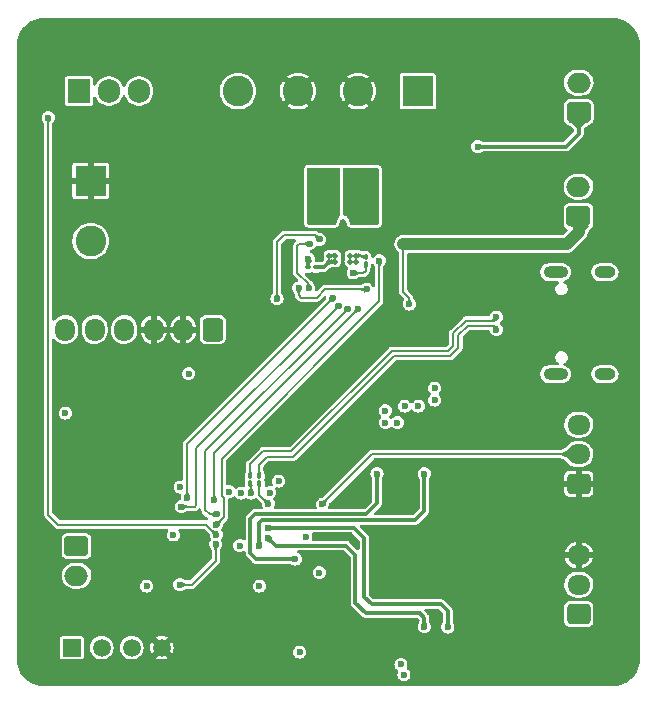
<source format=gbr>
%TF.GenerationSoftware,KiCad,Pcbnew,(7.0.0)*%
%TF.CreationDate,2023-07-04T17:47:27+03:00*%
%TF.ProjectId,IoT_Agrifarm,496f545f-4167-4726-9966-61726d2e6b69,rev?*%
%TF.SameCoordinates,Original*%
%TF.FileFunction,Copper,L4,Bot*%
%TF.FilePolarity,Positive*%
%FSLAX46Y46*%
G04 Gerber Fmt 4.6, Leading zero omitted, Abs format (unit mm)*
G04 Created by KiCad (PCBNEW (7.0.0)) date 2023-07-04 17:47:27*
%MOMM*%
%LPD*%
G01*
G04 APERTURE LIST*
G04 Aperture macros list*
%AMRoundRect*
0 Rectangle with rounded corners*
0 $1 Rounding radius*
0 $2 $3 $4 $5 $6 $7 $8 $9 X,Y pos of 4 corners*
0 Add a 4 corners polygon primitive as box body*
4,1,4,$2,$3,$4,$5,$6,$7,$8,$9,$2,$3,0*
0 Add four circle primitives for the rounded corners*
1,1,$1+$1,$2,$3*
1,1,$1+$1,$4,$5*
1,1,$1+$1,$6,$7*
1,1,$1+$1,$8,$9*
0 Add four rect primitives between the rounded corners*
20,1,$1+$1,$2,$3,$4,$5,0*
20,1,$1+$1,$4,$5,$6,$7,0*
20,1,$1+$1,$6,$7,$8,$9,0*
20,1,$1+$1,$8,$9,$2,$3,0*%
G04 Aperture macros list end*
%TA.AperFunction,ComponentPad*%
%ADD10RoundRect,0.250000X0.750000X-0.600000X0.750000X0.600000X-0.750000X0.600000X-0.750000X-0.600000X0*%
%TD*%
%TA.AperFunction,ComponentPad*%
%ADD11O,2.000000X1.700000*%
%TD*%
%TA.AperFunction,ComponentPad*%
%ADD12R,2.600000X2.600000*%
%TD*%
%TA.AperFunction,ComponentPad*%
%ADD13C,2.600000*%
%TD*%
%TA.AperFunction,ComponentPad*%
%ADD14RoundRect,0.250000X-0.750000X0.600000X-0.750000X-0.600000X0.750000X-0.600000X0.750000X0.600000X0*%
%TD*%
%TA.AperFunction,ComponentPad*%
%ADD15R,1.905000X2.000000*%
%TD*%
%TA.AperFunction,ComponentPad*%
%ADD16O,1.905000X2.000000*%
%TD*%
%TA.AperFunction,ComponentPad*%
%ADD17R,1.500000X1.500000*%
%TD*%
%TA.AperFunction,ComponentPad*%
%ADD18C,1.500000*%
%TD*%
%TA.AperFunction,ComponentPad*%
%ADD19RoundRect,0.250000X0.600000X0.725000X-0.600000X0.725000X-0.600000X-0.725000X0.600000X-0.725000X0*%
%TD*%
%TA.AperFunction,ComponentPad*%
%ADD20O,1.700000X1.950000*%
%TD*%
%TA.AperFunction,ComponentPad*%
%ADD21O,2.100000X1.000000*%
%TD*%
%TA.AperFunction,ComponentPad*%
%ADD22O,1.800000X1.000000*%
%TD*%
%TA.AperFunction,ComponentPad*%
%ADD23RoundRect,0.250000X0.725000X-0.600000X0.725000X0.600000X-0.725000X0.600000X-0.725000X-0.600000X0*%
%TD*%
%TA.AperFunction,ComponentPad*%
%ADD24O,1.950000X1.700000*%
%TD*%
%TA.AperFunction,SMDPad,CuDef*%
%ADD25RoundRect,0.100000X-0.100000X0.130000X-0.100000X-0.130000X0.100000X-0.130000X0.100000X0.130000X0*%
%TD*%
%TA.AperFunction,SMDPad,CuDef*%
%ADD26RoundRect,0.100000X0.130000X0.100000X-0.130000X0.100000X-0.130000X-0.100000X0.130000X-0.100000X0*%
%TD*%
%TA.AperFunction,ViaPad*%
%ADD27C,0.600000*%
%TD*%
%TA.AperFunction,ViaPad*%
%ADD28C,0.800000*%
%TD*%
%TA.AperFunction,ViaPad*%
%ADD29C,0.500000*%
%TD*%
%TA.AperFunction,Conductor*%
%ADD30C,1.000000*%
%TD*%
%TA.AperFunction,Conductor*%
%ADD31C,0.200000*%
%TD*%
%TA.AperFunction,Conductor*%
%ADD32C,0.300000*%
%TD*%
%TA.AperFunction,Conductor*%
%ADD33C,0.500000*%
%TD*%
G04 APERTURE END LIST*
D10*
%TO.P,BT201,1,+*%
%TO.N,/IOT_AGRIFARM_POWER/BATT2+*%
X164693600Y-66598800D03*
D11*
%TO.P,BT201,2,-*%
%TO.N,/IOT_AGRIFARM_POWER/BATT2-*%
X164693599Y-64098799D03*
%TD*%
D10*
%TO.P,BT202,1,+*%
%TO.N,/IOT_AGRIFARM_POWER/BATT1+*%
X164719000Y-57785000D03*
D11*
%TO.P,BT202,2,-*%
%TO.N,/IOT_AGRIFARM_POWER/BATT1-*%
X164718999Y-55284999D03*
%TD*%
D12*
%TO.P,J101,1,Pin_1*%
%TO.N,/+24V*%
X151103399Y-56006999D03*
D13*
%TO.P,J101,2,Pin_2*%
%TO.N,GND*%
X146023400Y-56007000D03*
%TO.P,J101,3,Pin_3*%
X140943400Y-56007000D03*
%TO.P,J101,4,Pin_4*%
%TO.N,/PUMP+*%
X135863400Y-56007000D03*
%TD*%
D14*
%TO.P,J103,1,Pin_1*%
%TO.N,/IOT_AGRIFARM_SENSORS/NPK_A*%
X122191000Y-94528000D03*
D11*
%TO.P,J103,2,Pin_2*%
%TO.N,/IOT_AGRIFARM_SENSORS/NPK_B*%
X122190999Y-97027999D03*
%TD*%
D15*
%TO.P,Q102,1,G*%
%TO.N,Net-(Q102-G)*%
X122401399Y-56006999D03*
D16*
%TO.P,Q102,2,D*%
%TO.N,/+24V*%
X124941399Y-56006999D03*
%TO.P,Q102,3,S*%
%TO.N,/PUMP+*%
X127481399Y-56006999D03*
%TD*%
D17*
%TO.P,U402,1,VCC*%
%TO.N,+3V3*%
X121792999Y-103123999D03*
D18*
%TO.P,U402,2,IO*%
%TO.N,/IOT_AGRIFARM_SENSORS/DHT_SENSOR*%
X124333000Y-103124000D03*
%TO.P,U402,3,NC*%
%TO.N,unconnected-(U402-NC-Pad3)*%
X126873000Y-103124000D03*
%TO.P,U402,4,GND*%
%TO.N,GND*%
X129413000Y-103124000D03*
%TD*%
D12*
%TO.P,J102,1,Pin_1*%
%TO.N,GND*%
X123392999Y-63621999D03*
D13*
%TO.P,J102,2,Pin_2*%
%TO.N,Net-(D102-A2)*%
X123393000Y-68702000D03*
%TD*%
D19*
%TO.P,J401,1,Pin_1*%
%TO.N,+5V*%
X133731000Y-76200000D03*
D20*
%TO.P,J401,2,Pin_2*%
%TO.N,GND*%
X131230999Y-76199999D03*
%TO.P,J401,3,Pin_3*%
X128730999Y-76199999D03*
%TO.P,J401,4,Pin_4*%
%TO.N,Net-(J401-Pin_4)*%
X126230999Y-76199999D03*
%TO.P,J401,5,Pin_5*%
%TO.N,unconnected-(J401-Pin_5-Pad5)*%
X123730999Y-76199999D03*
%TO.P,J401,6,Pin_6*%
%TO.N,unconnected-(J401-Pin_6-Pad6)*%
X121230999Y-76199999D03*
%TD*%
D21*
%TO.P,J104,S1,SHIELD*%
%TO.N,Earth*%
X162756999Y-79980999D03*
D22*
X166936999Y-79980999D03*
D21*
X162756999Y-71340999D03*
D22*
X166936999Y-71340999D03*
%TD*%
D23*
%TO.P,J402,1,Pin_1*%
%TO.N,+3V3*%
X164719000Y-100290000D03*
D24*
%TO.P,J402,2,Pin_2*%
%TO.N,/IOT_AGRIFARM_SENSORS/SOIL_MOISTURE*%
X164718999Y-97789999D03*
%TO.P,J402,3,Pin_3*%
%TO.N,GND*%
X164718999Y-95289999D03*
%TD*%
D23*
%TO.P,U401,1,GND*%
%TO.N,GND*%
X164719000Y-89241000D03*
D24*
%TO.P,U401,2,DQ*%
%TO.N,/IOT_AGRIFARM_SENSORS/SOIL_TEMP*%
X164718999Y-86740999D03*
%TO.P,U401,3,V_{DD}*%
%TO.N,+3V3*%
X164718999Y-84240999D03*
%TD*%
D25*
%TO.P,R302,1*%
%TO.N,/MCU_RP2040/USB_DP*%
X136906000Y-88580000D03*
%TO.P,R302,2*%
%TO.N,Net-(U301-USB_DP)*%
X136906000Y-89220000D03*
%TD*%
D26*
%TO.P,C208,1*%
%TO.N,/IOT_AGRIFARM_POWER/SW1*%
X142458400Y-70916800D03*
%TO.P,C208,2*%
%TO.N,Net-(U203-BTST1)*%
X141818400Y-70916800D03*
%TD*%
D25*
%TO.P,C213,1*%
%TO.N,/IOT_AGRIFARM_POWER/SW2*%
X146685000Y-70025000D03*
%TO.P,C213,2*%
%TO.N,Net-(U203-BTST2)*%
X146685000Y-70665000D03*
%TD*%
%TO.P,R303,1*%
%TO.N,/MCU_RP2040/USB_DN*%
X137668000Y-88580000D03*
%TO.P,R303,2*%
%TO.N,Net-(U301-USB_DM)*%
X137668000Y-89220000D03*
%TD*%
D27*
%TO.N,GND*%
X154852400Y-79394000D03*
X138531600Y-103581200D03*
X165735000Y-73660000D03*
X160020000Y-57708800D03*
X141173200Y-65024000D03*
X151384000Y-65024000D03*
X161163000Y-78867000D03*
X144932400Y-90779600D03*
X151028400Y-93675200D03*
X139446000Y-74803000D03*
X152273000Y-76581000D03*
X152400000Y-74396600D03*
X128651000Y-87503000D03*
X132080000Y-98806000D03*
X157704400Y-71726000D03*
X150622000Y-90144600D03*
X131419600Y-99745800D03*
X135483600Y-91440000D03*
X139446000Y-75946000D03*
X165735000Y-77470000D03*
X138176000Y-65024000D03*
X140294300Y-70942200D03*
X137407839Y-86226839D03*
X147320000Y-105410000D03*
X138430000Y-85916500D03*
X147574000Y-104546400D03*
X152654000Y-90119200D03*
X124079000Y-81661000D03*
X148336000Y-65024000D03*
X149123400Y-74549000D03*
X137160000Y-71628000D03*
X146151600Y-89966800D03*
X139319000Y-85916500D03*
X149860000Y-65024000D03*
X144754600Y-67183000D03*
X137718800Y-99999800D03*
X135991600Y-103596500D03*
X151384000Y-71374000D03*
D28*
X129032000Y-85217000D03*
D27*
X144754600Y-71399400D03*
X137007600Y-70510400D03*
X135483600Y-92710000D03*
X159258000Y-57912000D03*
X136219203Y-98528857D03*
X153924000Y-84617500D03*
X165735000Y-75565000D03*
X139979400Y-71653400D03*
X142748000Y-93726000D03*
X130378200Y-90347800D03*
X136702800Y-91440000D03*
X130429000Y-91821000D03*
X136525000Y-86233000D03*
X133477000Y-97282000D03*
X137718800Y-101092000D03*
X132842000Y-97917000D03*
X137541000Y-75057000D03*
X136906000Y-98552000D03*
X161234000Y-72461000D03*
X143865600Y-71399400D03*
X148898956Y-68686416D03*
X154852400Y-81691100D03*
X159512000Y-78105000D03*
D28*
X131445000Y-82804000D03*
D27*
X154813000Y-83693000D03*
X152146000Y-84617500D03*
X133985000Y-102743000D03*
X139700000Y-65024000D03*
%TO.N,/IOT_AGRIFARM_POWER/BATT2+*%
X150622000Y-68961000D03*
X149860000Y-68961000D03*
X156311600Y-69167900D03*
X150368000Y-74041000D03*
%TO.N,/IOT_AGRIFARM_POWER/BATT1+*%
X156159200Y-60706000D03*
%TO.N,/IOT_AGRIFARM_POWER/V_PANEL*%
X141935200Y-68935600D03*
X141859000Y-72669400D03*
%TO.N,+3V3*%
X149352000Y-84074000D03*
X139319000Y-89027000D03*
X130400791Y-93584895D03*
X149910800Y-105410000D03*
X152527000Y-81153000D03*
X141097000Y-103505000D03*
X136017000Y-94488000D03*
X130972500Y-89525000D03*
X136144000Y-90043000D03*
X148336000Y-83058000D03*
X149987000Y-82677000D03*
X151130000Y-82677000D03*
X152527000Y-82169000D03*
X128143000Y-97917000D03*
X141605000Y-93726000D03*
X149656800Y-104546400D03*
X131699000Y-79933800D03*
X121259600Y-83261200D03*
X148336000Y-84074000D03*
X142748000Y-96774000D03*
%TO.N,+1V1*%
X135128000Y-89916000D03*
X137668000Y-97917000D03*
X138538600Y-90007500D03*
%TO.N,Net-(D201-K)*%
X139164200Y-73581400D03*
X142773400Y-68556061D03*
%TO.N,/IOT_AGRIFARM_POWER/REGN*%
X141010430Y-72668653D03*
X146761200Y-72790050D03*
%TO.N,/IOT_AGRIFARM_SENSORS/SOIL_TEMP*%
X143002000Y-90982800D03*
%TO.N,/MCU_RP2040/USB_DP*%
X157740600Y-75120700D03*
%TO.N,/MCU_RP2040/USB_DN*%
X157740600Y-76195700D03*
%TO.N,/IOT_AGRIFARM_SENSORS/485_RX*%
X133985000Y-94361000D03*
X130937000Y-97790000D03*
%TO.N,Net-(U203-BTST1)*%
X141821900Y-70232500D03*
%TO.N,Net-(U203-BTST2)*%
X145618200Y-71399400D03*
%TO.N,/MCU_RP2040/GPIO16*%
X151638000Y-88392000D03*
X137668000Y-94488000D03*
%TO.N,/MCU_RP2040/GPIO17*%
X140716000Y-95631000D03*
X147634000Y-88392000D03*
%TO.N,/MCU_RP2040/GPIO20*%
X138430000Y-93853000D03*
X151638000Y-101346000D03*
%TO.N,/MCU_RP2040/GPIO21*%
X153634000Y-101382000D03*
X138430000Y-92964000D03*
%TO.N,/PUMP_EN*%
X134027911Y-93556089D03*
X119796000Y-58258000D03*
%TO.N,/IOT_AGRIFARM_POWER/BQ_~{QON}*%
X143891000Y-73533000D03*
X131572000Y-90424000D03*
%TO.N,/IOT_AGRIFARM_POWER/BQ_~{CE}*%
X131064000Y-91186000D03*
X144399000Y-74168000D03*
%TO.N,/IOT_AGRIFARM_POWER/BQ_SCL*%
X134055898Y-91821000D03*
X145161000Y-74422000D03*
%TO.N,/IOT_AGRIFARM_POWER/BQ_SDA*%
X146050000Y-74422000D03*
X133858000Y-90640497D03*
%TO.N,/IOT_AGRIFARM_POWER/BQ_~{INT}*%
X147828000Y-70358000D03*
X134038341Y-92718697D03*
%TO.N,Net-(U301-USB_DP)*%
X136978957Y-90037494D03*
%TO.N,Net-(U301-USB_DM)*%
X138430000Y-90932000D03*
%TO.N,/IOT_AGRIFARM_POWER/SW2*%
X145389600Y-64236600D03*
X146837400Y-66573400D03*
D29*
X145389600Y-70434200D03*
X145897600Y-70434200D03*
D27*
X145389600Y-65608200D03*
D29*
X145897600Y-69926200D03*
D27*
X146126200Y-66573400D03*
D29*
X145389600Y-69926200D03*
D27*
%TO.N,/IOT_AGRIFARM_POWER/SW1*%
X144119600Y-65608200D03*
X142468600Y-66598800D03*
D29*
X144119600Y-70434200D03*
X144119600Y-69926200D03*
X143611600Y-69926200D03*
X143611600Y-70434200D03*
D27*
X143332200Y-66598800D03*
X144119600Y-64236600D03*
%TD*%
D30*
%TO.N,/IOT_AGRIFARM_POWER/BATT2+*%
X154279600Y-68961000D02*
X156311600Y-68961000D01*
X156311600Y-68961000D02*
X163703000Y-68961000D01*
D31*
X149860000Y-73025000D02*
X149860000Y-68961000D01*
X150368000Y-73533000D02*
X149860000Y-73025000D01*
X150368000Y-74041000D02*
X150368000Y-73533000D01*
D32*
X154330400Y-68910200D02*
X154279600Y-68961000D01*
D30*
X149860000Y-68961000D02*
X154279600Y-68961000D01*
D33*
X156311600Y-69167900D02*
X156311600Y-68961000D01*
D30*
X164719000Y-67945000D02*
X164719000Y-66254000D01*
X163703000Y-68961000D02*
X164719000Y-67945000D01*
D32*
%TO.N,/IOT_AGRIFARM_POWER/BATT1+*%
X164719000Y-59613800D02*
X164719000Y-57785000D01*
X163626800Y-60706000D02*
X164719000Y-59613800D01*
X156159200Y-60706000D02*
X163626800Y-60706000D01*
D31*
%TO.N,/IOT_AGRIFARM_POWER/V_PANEL*%
X140893800Y-71399400D02*
X140893800Y-69113400D01*
X141859000Y-72669400D02*
X141859000Y-72364600D01*
X141071600Y-68935600D02*
X141935200Y-68935600D01*
X141859000Y-72364600D02*
X140893800Y-71399400D01*
X140893800Y-69113400D02*
X141071600Y-68935600D01*
%TO.N,Net-(D201-K)*%
X139776200Y-68199000D02*
X142416339Y-68199000D01*
X139166600Y-68808600D02*
X139776200Y-68199000D01*
X139166600Y-73579000D02*
X139166600Y-68808600D01*
X142416339Y-68199000D02*
X142773400Y-68556061D01*
X139164200Y-73581400D02*
X139166600Y-73579000D01*
%TO.N,/IOT_AGRIFARM_POWER/REGN*%
X143211550Y-72790050D02*
X146761200Y-72790050D01*
X141010430Y-73268630D02*
X141224000Y-73482200D01*
X142519400Y-73482200D02*
X143211550Y-72790050D01*
X141010430Y-72668653D02*
X141010430Y-73268630D01*
X141224000Y-73482200D02*
X142519400Y-73482200D01*
%TO.N,/IOT_AGRIFARM_SENSORS/SOIL_TEMP*%
X147243800Y-86741000D02*
X164719000Y-86741000D01*
X143002000Y-90982800D02*
X147243800Y-86741000D01*
%TO.N,/MCU_RP2040/USB_DP*%
X136906000Y-87576501D02*
X137966501Y-86516000D01*
X155134600Y-75433200D02*
X157428101Y-75433199D01*
X157428101Y-75433199D02*
X157740600Y-75120700D01*
X136906000Y-88580000D02*
X136906000Y-87576501D01*
X154080000Y-76487800D02*
X155134600Y-75433200D01*
X137966501Y-86516000D02*
X140368800Y-86516000D01*
X153638460Y-78007000D02*
X154080000Y-77565460D01*
X140368800Y-86516000D02*
X148877800Y-78007000D01*
X154080000Y-77565460D02*
X154080000Y-76487800D01*
X148877800Y-78007000D02*
X153638460Y-78007000D01*
%TO.N,/MCU_RP2040/USB_DN*%
X153824860Y-78457000D02*
X154530000Y-77751860D01*
X138332000Y-86966000D02*
X140555200Y-86966000D01*
X155321000Y-75883200D02*
X157428101Y-75883201D01*
X154530000Y-76674200D02*
X155321000Y-75883200D01*
X149064200Y-78457000D02*
X153824860Y-78457000D01*
X137668000Y-87630000D02*
X138332000Y-86966000D01*
X157428101Y-75883201D02*
X157740600Y-76195700D01*
X137668000Y-88580000D02*
X137668000Y-87630000D01*
X140555200Y-86966000D02*
X149064200Y-78457000D01*
X154530000Y-77751860D02*
X154530000Y-76674200D01*
%TO.N,/IOT_AGRIFARM_SENSORS/485_RX*%
X131953000Y-97790000D02*
X130937000Y-97790000D01*
X133985000Y-94361000D02*
X133985000Y-95758000D01*
X133985000Y-95758000D02*
X131953000Y-97790000D01*
D32*
%TO.N,Net-(U203-BTST1)*%
X141818400Y-70916800D02*
X141821900Y-70913300D01*
X141821900Y-70913300D02*
X141821900Y-70232500D01*
D31*
%TO.N,Net-(U203-BTST2)*%
X146481800Y-71399400D02*
X145618200Y-71399400D01*
X146685000Y-70665000D02*
X146685000Y-71196200D01*
X146685000Y-71196200D02*
X146481800Y-71399400D01*
D32*
%TO.N,/MCU_RP2040/GPIO16*%
X137937000Y-92314000D02*
X150865600Y-92314000D01*
X137668000Y-94488000D02*
X137668000Y-92583000D01*
X151638000Y-91541600D02*
X151638000Y-88392000D01*
X150865600Y-92314000D02*
X151638000Y-91541600D01*
X137668000Y-92583000D02*
X137937000Y-92314000D01*
%TO.N,/MCU_RP2040/GPIO17*%
X146742800Y-91814000D02*
X147634000Y-90922800D01*
X136906000Y-92202000D02*
X137294000Y-91814000D01*
X137294000Y-91814000D02*
X146742800Y-91814000D01*
X140716000Y-95631000D02*
X137414000Y-95631000D01*
X136906000Y-95123000D02*
X136906000Y-92202000D01*
X137414000Y-95631000D02*
X136906000Y-95123000D01*
X147634000Y-90922800D02*
X147634000Y-88392000D01*
%TO.N,/MCU_RP2040/GPIO20*%
X139065000Y-94488000D02*
X138430000Y-93853000D01*
X145034000Y-94488000D02*
X139065000Y-94488000D01*
X145796000Y-95250000D02*
X145034000Y-94488000D01*
X151638000Y-101346000D02*
X151638000Y-100584000D01*
X151257000Y-100203000D02*
X146685000Y-100203000D01*
X151638000Y-100584000D02*
X151257000Y-100203000D01*
X145796000Y-99314000D02*
X145796000Y-95250000D01*
X146685000Y-100203000D02*
X145796000Y-99314000D01*
%TO.N,/MCU_RP2040/GPIO21*%
X153035000Y-99441000D02*
X147193000Y-99441000D01*
X153634000Y-100040000D02*
X153035000Y-99441000D01*
X153634000Y-101382000D02*
X153634000Y-100040000D01*
X145669000Y-92964000D02*
X138430000Y-92964000D01*
X147193000Y-99441000D02*
X146558000Y-98806000D01*
X146558000Y-98806000D02*
X146558000Y-93853000D01*
X146558000Y-93853000D02*
X145669000Y-92964000D01*
D31*
%TO.N,/PUMP_EN*%
X133181822Y-92710000D02*
X134027911Y-93556089D01*
X119796000Y-91856000D02*
X120650000Y-92710000D01*
X120650000Y-92710000D02*
X133181822Y-92710000D01*
X119796000Y-58258000D02*
X119796000Y-91856000D01*
%TO.N,/IOT_AGRIFARM_POWER/BQ_~{QON}*%
X131572000Y-85852000D02*
X143891000Y-73533000D01*
X131572000Y-90424000D02*
X131572000Y-85852000D01*
%TO.N,/IOT_AGRIFARM_POWER/BQ_~{CE}*%
X132207000Y-91186000D02*
X131064000Y-91186000D01*
X132334000Y-91059000D02*
X132207000Y-91186000D01*
X144399000Y-74168000D02*
X132334000Y-86233000D01*
X132334000Y-86233000D02*
X132334000Y-91059000D01*
%TO.N,/IOT_AGRIFARM_POWER/BQ_SCL*%
X133096000Y-91440000D02*
X133096000Y-86487000D01*
X134055898Y-91821000D02*
X133477000Y-91821000D01*
X133096000Y-86487000D02*
X145161000Y-74422000D01*
X133477000Y-91821000D02*
X133096000Y-91440000D01*
%TO.N,/IOT_AGRIFARM_POWER/BQ_SDA*%
X133858000Y-86614000D02*
X146050000Y-74422000D01*
X133858000Y-90640497D02*
X133858000Y-86614000D01*
%TO.N,/IOT_AGRIFARM_POWER/BQ_~{INT}*%
X134038341Y-92718697D02*
X134655898Y-92101140D01*
X134655898Y-92101140D02*
X134655898Y-90459898D01*
X147828000Y-73787000D02*
X147828000Y-70358000D01*
X134493000Y-90297000D02*
X134493000Y-87122000D01*
X134655898Y-90459898D02*
X134493000Y-90297000D01*
X134493000Y-87122000D02*
X147828000Y-73787000D01*
%TO.N,Net-(U301-USB_DP)*%
X136978957Y-90037494D02*
X136978957Y-89292957D01*
X136978957Y-89292957D02*
X136906000Y-89220000D01*
%TO.N,Net-(U301-USB_DM)*%
X137668000Y-89220000D02*
X137668000Y-90170000D01*
X137668000Y-90170000D02*
X138430000Y-90932000D01*
%TO.N,/IOT_AGRIFARM_POWER/SW2*%
X146329400Y-70027800D02*
X146682200Y-70027800D01*
X145897600Y-69926200D02*
X146227800Y-69926200D01*
X146682200Y-70027800D02*
X146685000Y-70025000D01*
X146227800Y-69926200D02*
X146329400Y-70027800D01*
D32*
%TO.N,/IOT_AGRIFARM_POWER/SW1*%
X142458400Y-70916800D02*
X143129000Y-70916800D01*
X143129000Y-70916800D02*
X143611600Y-70434200D01*
X144119600Y-70434200D02*
X143611600Y-70434200D01*
D31*
X144119600Y-69926200D02*
X143611600Y-69926200D01*
%TD*%
%TA.AperFunction,Conductor*%
%TO.N,GND*%
G36*
X145499198Y-93373939D02*
G01*
X145539426Y-93400819D01*
X146121181Y-93982574D01*
X146148061Y-94022802D01*
X146157500Y-94070255D01*
X146157500Y-94745745D01*
X146143985Y-94802040D01*
X146106385Y-94846063D01*
X146052898Y-94868218D01*
X145995182Y-94863676D01*
X145945819Y-94833426D01*
X145294916Y-94182523D01*
X145294916Y-94182522D01*
X145294909Y-94182516D01*
X145294905Y-94182513D01*
X145272342Y-94159950D01*
X145263649Y-94155520D01*
X145263647Y-94155519D01*
X145252598Y-94149889D01*
X145236015Y-94139726D01*
X145225987Y-94132440D01*
X145225980Y-94132436D01*
X145218090Y-94126704D01*
X145197019Y-94119857D01*
X145179044Y-94112412D01*
X145167999Y-94106784D01*
X145167996Y-94106783D01*
X145159304Y-94102354D01*
X145149667Y-94100827D01*
X145149666Y-94100827D01*
X145137418Y-94098887D01*
X145118506Y-94094346D01*
X145106717Y-94090516D01*
X145106714Y-94090515D01*
X145097433Y-94087500D01*
X145087673Y-94087500D01*
X142236697Y-94087500D01*
X142178244Y-94072858D01*
X142133595Y-94032391D01*
X142113294Y-93975655D01*
X142122136Y-93916048D01*
X142124219Y-93911019D01*
X142141330Y-93869709D01*
X142160250Y-93726000D01*
X142141330Y-93582291D01*
X142122135Y-93535951D01*
X142113294Y-93476345D01*
X142133595Y-93419609D01*
X142178244Y-93379142D01*
X142236697Y-93364500D01*
X145451745Y-93364500D01*
X145499198Y-93373939D01*
G37*
%TD.AperFunction*%
%TA.AperFunction,Conductor*%
G36*
X167643736Y-49830726D02*
G01*
X167902457Y-49846375D01*
X167917320Y-49848180D01*
X168168575Y-49894225D01*
X168183097Y-49897804D01*
X168426990Y-49973803D01*
X168440967Y-49979104D01*
X168673915Y-50083946D01*
X168687161Y-50090898D01*
X168905768Y-50223051D01*
X168918079Y-50231549D01*
X169119161Y-50389086D01*
X169130369Y-50399016D01*
X169310983Y-50579630D01*
X169320913Y-50590838D01*
X169478446Y-50791914D01*
X169486952Y-50804237D01*
X169619098Y-51022832D01*
X169626057Y-51036091D01*
X169730893Y-51269028D01*
X169736199Y-51283018D01*
X169812191Y-51526886D01*
X169815774Y-51541424D01*
X169861819Y-51792679D01*
X169863624Y-51807544D01*
X169879274Y-52066264D01*
X169879500Y-52073751D01*
X169879500Y-104136249D01*
X169879274Y-104143736D01*
X169863624Y-104402455D01*
X169861819Y-104417320D01*
X169815774Y-104668575D01*
X169812191Y-104683112D01*
X169748399Y-104887832D01*
X169736203Y-104926970D01*
X169730893Y-104940971D01*
X169626057Y-105173908D01*
X169619098Y-105187167D01*
X169486952Y-105405762D01*
X169478446Y-105418085D01*
X169320913Y-105619161D01*
X169310983Y-105630369D01*
X169130369Y-105810983D01*
X169119161Y-105820913D01*
X168918085Y-105978446D01*
X168905762Y-105986952D01*
X168687167Y-106119098D01*
X168673908Y-106126057D01*
X168440971Y-106230893D01*
X168426975Y-106236200D01*
X168183113Y-106312191D01*
X168168575Y-106315774D01*
X167917320Y-106361819D01*
X167902455Y-106363624D01*
X167643736Y-106379274D01*
X167636249Y-106379500D01*
X119383751Y-106379500D01*
X119376264Y-106379274D01*
X119117544Y-106363624D01*
X119102679Y-106361819D01*
X118851424Y-106315774D01*
X118836890Y-106312192D01*
X118593018Y-106236199D01*
X118579028Y-106230893D01*
X118346091Y-106126057D01*
X118332832Y-106119098D01*
X118114237Y-105986952D01*
X118101914Y-105978446D01*
X118083716Y-105964189D01*
X117900838Y-105820913D01*
X117889630Y-105810983D01*
X117709016Y-105630369D01*
X117699086Y-105619161D01*
X117541549Y-105418079D01*
X117533051Y-105405768D01*
X117400898Y-105187161D01*
X117393946Y-105173915D01*
X117289104Y-104940967D01*
X117283803Y-104926990D01*
X117207804Y-104683097D01*
X117204225Y-104668575D01*
X117181835Y-104546400D01*
X149101550Y-104546400D01*
X149102611Y-104554459D01*
X149118605Y-104675947D01*
X149120470Y-104690109D01*
X149175939Y-104824025D01*
X149264179Y-104939021D01*
X149270621Y-104943964D01*
X149270626Y-104943969D01*
X149375248Y-105024249D01*
X149409750Y-105065367D01*
X149423643Y-105117214D01*
X149414323Y-105170075D01*
X149390030Y-105228725D01*
X149374470Y-105266291D01*
X149373409Y-105274348D01*
X149373408Y-105274353D01*
X149356611Y-105401941D01*
X149355550Y-105410000D01*
X149356611Y-105418059D01*
X149369527Y-105516169D01*
X149374470Y-105553709D01*
X149429939Y-105687625D01*
X149518179Y-105802621D01*
X149633175Y-105890861D01*
X149767091Y-105946330D01*
X149910800Y-105965250D01*
X150054509Y-105946330D01*
X150188425Y-105890861D01*
X150303421Y-105802621D01*
X150391661Y-105687625D01*
X150447130Y-105553709D01*
X150466050Y-105410000D01*
X150447130Y-105266291D01*
X150391661Y-105132375D01*
X150303421Y-105017379D01*
X150296978Y-105012435D01*
X150296973Y-105012430D01*
X150192351Y-104932150D01*
X150157848Y-104891031D01*
X150143956Y-104839184D01*
X150153276Y-104786325D01*
X150193130Y-104690109D01*
X150212050Y-104546400D01*
X150193130Y-104402691D01*
X150137661Y-104268775D01*
X150049421Y-104153779D01*
X149983478Y-104103179D01*
X149940871Y-104070485D01*
X149940869Y-104070484D01*
X149934425Y-104065539D01*
X149878540Y-104042391D01*
X149808023Y-104013182D01*
X149808020Y-104013181D01*
X149800509Y-104010070D01*
X149792449Y-104009008D01*
X149792446Y-104009008D01*
X149664859Y-103992211D01*
X149656800Y-103991150D01*
X149648741Y-103992211D01*
X149521153Y-104009008D01*
X149521148Y-104009009D01*
X149513091Y-104010070D01*
X149505581Y-104013180D01*
X149505576Y-104013182D01*
X149386685Y-104062428D01*
X149386683Y-104062429D01*
X149379175Y-104065539D01*
X149372733Y-104070482D01*
X149372728Y-104070485D01*
X149270621Y-104148835D01*
X149270617Y-104148838D01*
X149264179Y-104153779D01*
X149259238Y-104160217D01*
X149259235Y-104160221D01*
X149180885Y-104262328D01*
X149180882Y-104262333D01*
X149175939Y-104268775D01*
X149172829Y-104276283D01*
X149172828Y-104276285D01*
X149123582Y-104395176D01*
X149123580Y-104395181D01*
X149120470Y-104402691D01*
X149119409Y-104410748D01*
X149119408Y-104410753D01*
X149102611Y-104538341D01*
X149101550Y-104546400D01*
X117181835Y-104546400D01*
X117158180Y-104417320D01*
X117156375Y-104402455D01*
X117140726Y-104143736D01*
X117140500Y-104136249D01*
X117140500Y-103898674D01*
X120792500Y-103898674D01*
X120793688Y-103904649D01*
X120793689Y-103904653D01*
X120804650Y-103959759D01*
X120804651Y-103959762D01*
X120807034Y-103971740D01*
X120862399Y-104054601D01*
X120945260Y-104109966D01*
X121018326Y-104124500D01*
X122561579Y-104124500D01*
X122567674Y-104124500D01*
X122640740Y-104109966D01*
X122723601Y-104054601D01*
X122778966Y-103971740D01*
X122793500Y-103898674D01*
X122793500Y-103124000D01*
X123327659Y-103124000D01*
X123328256Y-103130061D01*
X123328256Y-103130062D01*
X123346378Y-103314067D01*
X123346379Y-103314073D01*
X123346976Y-103320132D01*
X123348743Y-103325957D01*
X123348744Y-103325962D01*
X123361907Y-103369353D01*
X123404186Y-103508727D01*
X123407055Y-103514095D01*
X123407057Y-103514099D01*
X123494215Y-103677161D01*
X123494219Y-103677167D01*
X123497090Y-103682538D01*
X123622117Y-103834883D01*
X123774462Y-103959910D01*
X123779834Y-103962781D01*
X123779838Y-103962784D01*
X123874127Y-104013182D01*
X123948273Y-104052814D01*
X124136868Y-104110024D01*
X124333000Y-104129341D01*
X124529132Y-104110024D01*
X124717727Y-104052814D01*
X124891538Y-103959910D01*
X125043883Y-103834883D01*
X125168910Y-103682538D01*
X125261814Y-103508727D01*
X125319024Y-103320132D01*
X125338341Y-103124000D01*
X125867659Y-103124000D01*
X125868256Y-103130061D01*
X125868256Y-103130062D01*
X125886378Y-103314067D01*
X125886379Y-103314073D01*
X125886976Y-103320132D01*
X125888743Y-103325957D01*
X125888744Y-103325962D01*
X125901907Y-103369353D01*
X125944186Y-103508727D01*
X125947055Y-103514095D01*
X125947057Y-103514099D01*
X126034215Y-103677161D01*
X126034219Y-103677167D01*
X126037090Y-103682538D01*
X126162117Y-103834883D01*
X126314462Y-103959910D01*
X126319834Y-103962781D01*
X126319838Y-103962784D01*
X126414127Y-104013182D01*
X126488273Y-104052814D01*
X126676868Y-104110024D01*
X126873000Y-104129341D01*
X127069132Y-104110024D01*
X127257727Y-104052814D01*
X127383790Y-103985432D01*
X128908813Y-103985432D01*
X128917285Y-103992923D01*
X129023092Y-104049478D01*
X129034292Y-104054117D01*
X129211135Y-104107762D01*
X129223030Y-104110128D01*
X129406939Y-104128242D01*
X129419061Y-104128242D01*
X129602969Y-104110128D01*
X129614864Y-104107762D01*
X129791707Y-104054117D01*
X129802907Y-104049478D01*
X129908713Y-103992923D01*
X129917185Y-103985432D01*
X129911254Y-103975808D01*
X129424542Y-103489095D01*
X129413000Y-103482431D01*
X129401457Y-103489095D01*
X128914743Y-103975809D01*
X128908813Y-103985432D01*
X127383790Y-103985432D01*
X127431538Y-103959910D01*
X127583883Y-103834883D01*
X127708910Y-103682538D01*
X127801814Y-103508727D01*
X127859024Y-103320132D01*
X127877744Y-103130061D01*
X128408758Y-103130061D01*
X128426871Y-103313969D01*
X128429237Y-103325864D01*
X128482882Y-103502707D01*
X128487520Y-103513904D01*
X128544076Y-103619716D01*
X128551565Y-103628185D01*
X128561189Y-103622255D01*
X129047903Y-103135541D01*
X129054567Y-103123999D01*
X129054566Y-103123998D01*
X129771431Y-103123998D01*
X129778095Y-103135541D01*
X130264807Y-103622253D01*
X130274433Y-103628184D01*
X130281923Y-103619713D01*
X130338478Y-103513907D01*
X130342167Y-103505000D01*
X140541750Y-103505000D01*
X140542811Y-103513059D01*
X140557967Y-103628185D01*
X140560670Y-103648709D01*
X140616139Y-103782625D01*
X140621084Y-103789069D01*
X140621085Y-103789071D01*
X140699435Y-103891178D01*
X140704379Y-103897621D01*
X140819375Y-103985861D01*
X140953291Y-104041330D01*
X141097000Y-104060250D01*
X141240709Y-104041330D01*
X141374625Y-103985861D01*
X141489621Y-103897621D01*
X141577861Y-103782625D01*
X141633330Y-103648709D01*
X141652250Y-103505000D01*
X141633330Y-103361291D01*
X141577861Y-103227375D01*
X141489621Y-103112379D01*
X141374625Y-103024139D01*
X141338592Y-103009214D01*
X141248223Y-102971782D01*
X141248220Y-102971781D01*
X141240709Y-102968670D01*
X141232649Y-102967608D01*
X141232646Y-102967608D01*
X141105059Y-102950811D01*
X141097000Y-102949750D01*
X141088941Y-102950811D01*
X140961353Y-102967608D01*
X140961348Y-102967609D01*
X140953291Y-102968670D01*
X140945781Y-102971780D01*
X140945776Y-102971782D01*
X140826885Y-103021028D01*
X140826883Y-103021029D01*
X140819375Y-103024139D01*
X140812933Y-103029082D01*
X140812928Y-103029085D01*
X140710821Y-103107435D01*
X140710817Y-103107438D01*
X140704379Y-103112379D01*
X140699438Y-103118817D01*
X140699435Y-103118821D01*
X140621085Y-103220928D01*
X140621082Y-103220933D01*
X140616139Y-103227375D01*
X140613029Y-103234883D01*
X140613028Y-103234885D01*
X140563782Y-103353776D01*
X140563780Y-103353781D01*
X140560670Y-103361291D01*
X140559609Y-103369348D01*
X140559608Y-103369353D01*
X140544721Y-103482431D01*
X140541750Y-103505000D01*
X130342167Y-103505000D01*
X130343117Y-103502707D01*
X130396762Y-103325864D01*
X130399128Y-103313969D01*
X130417242Y-103130061D01*
X130417242Y-103117939D01*
X130399128Y-102934030D01*
X130396762Y-102922135D01*
X130343117Y-102745292D01*
X130338478Y-102734092D01*
X130281923Y-102628285D01*
X130274432Y-102619813D01*
X130264808Y-102625744D01*
X129778095Y-103112456D01*
X129771431Y-103123998D01*
X129054566Y-103123998D01*
X129047903Y-103112456D01*
X128561190Y-102625744D01*
X128551566Y-102619813D01*
X128544075Y-102628284D01*
X128487520Y-102734093D01*
X128482882Y-102745292D01*
X128429237Y-102922135D01*
X128426871Y-102934030D01*
X128408758Y-103117939D01*
X128408758Y-103130061D01*
X127877744Y-103130061D01*
X127878341Y-103124000D01*
X127859024Y-102927868D01*
X127801814Y-102739273D01*
X127742489Y-102628284D01*
X127711784Y-102570838D01*
X127711781Y-102570834D01*
X127708910Y-102565462D01*
X127583883Y-102413117D01*
X127431538Y-102288090D01*
X127426167Y-102285219D01*
X127426161Y-102285215D01*
X127383787Y-102262566D01*
X128908813Y-102262566D01*
X128914744Y-102272190D01*
X129401456Y-102758903D01*
X129412999Y-102765567D01*
X129424541Y-102758903D01*
X129911255Y-102272189D01*
X129917185Y-102262565D01*
X129908716Y-102255076D01*
X129802904Y-102198520D01*
X129791707Y-102193882D01*
X129614864Y-102140237D01*
X129602969Y-102137871D01*
X129419061Y-102119758D01*
X129406939Y-102119758D01*
X129223030Y-102137871D01*
X129211135Y-102140237D01*
X129034292Y-102193882D01*
X129023093Y-102198520D01*
X128917284Y-102255075D01*
X128908813Y-102262566D01*
X127383787Y-102262566D01*
X127263099Y-102198057D01*
X127263095Y-102198055D01*
X127257727Y-102195186D01*
X127251836Y-102193399D01*
X127074962Y-102139744D01*
X127074957Y-102139743D01*
X127069132Y-102137976D01*
X127063073Y-102137379D01*
X127063067Y-102137378D01*
X126879062Y-102119256D01*
X126873000Y-102118659D01*
X126866938Y-102119256D01*
X126682932Y-102137378D01*
X126682924Y-102137379D01*
X126676868Y-102137976D01*
X126671044Y-102139742D01*
X126671037Y-102139744D01*
X126494100Y-102193418D01*
X126494096Y-102193419D01*
X126488273Y-102195186D01*
X126482907Y-102198053D01*
X126482900Y-102198057D01*
X126319838Y-102285215D01*
X126319827Y-102285222D01*
X126314462Y-102288090D01*
X126309754Y-102291953D01*
X126309749Y-102291957D01*
X126166823Y-102409254D01*
X126166818Y-102409258D01*
X126162117Y-102413117D01*
X126158258Y-102417818D01*
X126158254Y-102417823D01*
X126040957Y-102560749D01*
X126040953Y-102560754D01*
X126037090Y-102565462D01*
X126034222Y-102570827D01*
X126034215Y-102570838D01*
X125947057Y-102733900D01*
X125947053Y-102733907D01*
X125944186Y-102739273D01*
X125942419Y-102745096D01*
X125942418Y-102745100D01*
X125888744Y-102922037D01*
X125888742Y-102922044D01*
X125886976Y-102927868D01*
X125886379Y-102933924D01*
X125886378Y-102933932D01*
X125868796Y-103112456D01*
X125867659Y-103124000D01*
X125338341Y-103124000D01*
X125319024Y-102927868D01*
X125261814Y-102739273D01*
X125202489Y-102628284D01*
X125171784Y-102570838D01*
X125171781Y-102570834D01*
X125168910Y-102565462D01*
X125043883Y-102413117D01*
X124891538Y-102288090D01*
X124886167Y-102285219D01*
X124886161Y-102285215D01*
X124723099Y-102198057D01*
X124723095Y-102198055D01*
X124717727Y-102195186D01*
X124711836Y-102193399D01*
X124534962Y-102139744D01*
X124534957Y-102139743D01*
X124529132Y-102137976D01*
X124523073Y-102137379D01*
X124523067Y-102137378D01*
X124339062Y-102119256D01*
X124333000Y-102118659D01*
X124326938Y-102119256D01*
X124142932Y-102137378D01*
X124142924Y-102137379D01*
X124136868Y-102137976D01*
X124131044Y-102139742D01*
X124131037Y-102139744D01*
X123954100Y-102193418D01*
X123954096Y-102193419D01*
X123948273Y-102195186D01*
X123942907Y-102198053D01*
X123942900Y-102198057D01*
X123779838Y-102285215D01*
X123779827Y-102285222D01*
X123774462Y-102288090D01*
X123769754Y-102291953D01*
X123769749Y-102291957D01*
X123626823Y-102409254D01*
X123626818Y-102409258D01*
X123622117Y-102413117D01*
X123618258Y-102417818D01*
X123618254Y-102417823D01*
X123500957Y-102560749D01*
X123500953Y-102560754D01*
X123497090Y-102565462D01*
X123494222Y-102570827D01*
X123494215Y-102570838D01*
X123407057Y-102733900D01*
X123407053Y-102733907D01*
X123404186Y-102739273D01*
X123402419Y-102745096D01*
X123402418Y-102745100D01*
X123348744Y-102922037D01*
X123348742Y-102922044D01*
X123346976Y-102927868D01*
X123346379Y-102933924D01*
X123346378Y-102933932D01*
X123328796Y-103112456D01*
X123327659Y-103124000D01*
X122793500Y-103124000D01*
X122793500Y-102349326D01*
X122778966Y-102276260D01*
X122723601Y-102193399D01*
X122640740Y-102138034D01*
X122628762Y-102135651D01*
X122628759Y-102135650D01*
X122573653Y-102124689D01*
X122573649Y-102124688D01*
X122567674Y-102123500D01*
X121018326Y-102123500D01*
X121012351Y-102124688D01*
X121012346Y-102124689D01*
X120957240Y-102135650D01*
X120957235Y-102135651D01*
X120945260Y-102138034D01*
X120935105Y-102144819D01*
X120935103Y-102144820D01*
X120872551Y-102186615D01*
X120872548Y-102186617D01*
X120862399Y-102193399D01*
X120855617Y-102203548D01*
X120855615Y-102203551D01*
X120813820Y-102266103D01*
X120813819Y-102266105D01*
X120807034Y-102276260D01*
X120804651Y-102288235D01*
X120804650Y-102288240D01*
X120793689Y-102343346D01*
X120793688Y-102343351D01*
X120792500Y-102349326D01*
X120792500Y-103898674D01*
X117140500Y-103898674D01*
X117140500Y-96975398D01*
X120936746Y-96975398D01*
X120937026Y-96981282D01*
X120937026Y-96981289D01*
X120941757Y-97080602D01*
X120946746Y-97185330D01*
X120948135Y-97191058D01*
X120948137Y-97191067D01*
X120989144Y-97360095D01*
X120996296Y-97389576D01*
X121011584Y-97423052D01*
X121062805Y-97535211D01*
X121083604Y-97580753D01*
X121087031Y-97585566D01*
X121087032Y-97585567D01*
X121190991Y-97731558D01*
X121205514Y-97751952D01*
X121357622Y-97896986D01*
X121534428Y-98010613D01*
X121539911Y-98012808D01*
X121539913Y-98012809D01*
X121724060Y-98086530D01*
X121729543Y-98088725D01*
X121935915Y-98128500D01*
X122390471Y-98128500D01*
X122393425Y-98128500D01*
X122550218Y-98113528D01*
X122751875Y-98054316D01*
X122938682Y-97958011D01*
X122990831Y-97917000D01*
X127587750Y-97917000D01*
X127588811Y-97925059D01*
X127604573Y-98044788D01*
X127606670Y-98060709D01*
X127609781Y-98068220D01*
X127609782Y-98068223D01*
X127635000Y-98129105D01*
X127662139Y-98194625D01*
X127667084Y-98201069D01*
X127667085Y-98201071D01*
X127745435Y-98303178D01*
X127750379Y-98309621D01*
X127865375Y-98397861D01*
X127999291Y-98453330D01*
X128143000Y-98472250D01*
X128286709Y-98453330D01*
X128420625Y-98397861D01*
X128535621Y-98309621D01*
X128623861Y-98194625D01*
X128679330Y-98060709D01*
X128698250Y-97917000D01*
X128679330Y-97773291D01*
X128623861Y-97639375D01*
X128535621Y-97524379D01*
X128511575Y-97505928D01*
X128427071Y-97441085D01*
X128427069Y-97441084D01*
X128420625Y-97436139D01*
X128352408Y-97407883D01*
X128294223Y-97383782D01*
X128294220Y-97383781D01*
X128286709Y-97380670D01*
X128278649Y-97379608D01*
X128278646Y-97379608D01*
X128151059Y-97362811D01*
X128143000Y-97361750D01*
X128134941Y-97362811D01*
X128007353Y-97379608D01*
X128007348Y-97379609D01*
X127999291Y-97380670D01*
X127991781Y-97383780D01*
X127991776Y-97383782D01*
X127872885Y-97433028D01*
X127872883Y-97433029D01*
X127865375Y-97436139D01*
X127858933Y-97441082D01*
X127858928Y-97441085D01*
X127756821Y-97519435D01*
X127756817Y-97519438D01*
X127750379Y-97524379D01*
X127745438Y-97530817D01*
X127745435Y-97530821D01*
X127667085Y-97632928D01*
X127667082Y-97632933D01*
X127662139Y-97639375D01*
X127659029Y-97646883D01*
X127659028Y-97646885D01*
X127609782Y-97765776D01*
X127609780Y-97765781D01*
X127606670Y-97773291D01*
X127605609Y-97781348D01*
X127605608Y-97781353D01*
X127597545Y-97842602D01*
X127587750Y-97917000D01*
X122990831Y-97917000D01*
X123103886Y-97828092D01*
X123241519Y-97669256D01*
X123346604Y-97487244D01*
X123415344Y-97288633D01*
X123445254Y-97080602D01*
X123435254Y-96870670D01*
X123385704Y-96666424D01*
X123298396Y-96475247D01*
X123176486Y-96304048D01*
X123110134Y-96240782D01*
X123028651Y-96163088D01*
X123028649Y-96163086D01*
X123024378Y-96159014D01*
X122914957Y-96088693D01*
X122852544Y-96048582D01*
X122852541Y-96048580D01*
X122847572Y-96045387D01*
X122842092Y-96043193D01*
X122842086Y-96043190D01*
X122657939Y-95969469D01*
X122657932Y-95969467D01*
X122652457Y-95967275D01*
X122646662Y-95966158D01*
X122646655Y-95966156D01*
X122451882Y-95928617D01*
X122451879Y-95928616D01*
X122446085Y-95927500D01*
X121988575Y-95927500D01*
X121985646Y-95927779D01*
X121985639Y-95927780D01*
X121837662Y-95941910D01*
X121837656Y-95941911D01*
X121831782Y-95942472D01*
X121826112Y-95944136D01*
X121826111Y-95944137D01*
X121635787Y-96000021D01*
X121635782Y-96000022D01*
X121630125Y-96001684D01*
X121624884Y-96004385D01*
X121624881Y-96004387D01*
X121448568Y-96095282D01*
X121448564Y-96095284D01*
X121443318Y-96097989D01*
X121438676Y-96101638D01*
X121438672Y-96101642D01*
X121282759Y-96224254D01*
X121282752Y-96224260D01*
X121278114Y-96227908D01*
X121274250Y-96232367D01*
X121274245Y-96232372D01*
X121145094Y-96381420D01*
X121140481Y-96386744D01*
X121137530Y-96391854D01*
X121137528Y-96391858D01*
X121038352Y-96563635D01*
X121038349Y-96563640D01*
X121035396Y-96568756D01*
X121033465Y-96574335D01*
X121033461Y-96574344D01*
X120968587Y-96761785D01*
X120968584Y-96761794D01*
X120966656Y-96767367D01*
X120965816Y-96773203D01*
X120965815Y-96773211D01*
X120937585Y-96969558D01*
X120937584Y-96969564D01*
X120936746Y-96975398D01*
X117140500Y-96975398D01*
X117140500Y-95172578D01*
X120940500Y-95172578D01*
X120940501Y-95175872D01*
X120940853Y-95179150D01*
X120940854Y-95179161D01*
X120946079Y-95227768D01*
X120946080Y-95227773D01*
X120946909Y-95235483D01*
X120949619Y-95242749D01*
X120949620Y-95242753D01*
X120959053Y-95268044D01*
X120997204Y-95370331D01*
X121002518Y-95377430D01*
X121002519Y-95377431D01*
X121007365Y-95383905D01*
X121083454Y-95485546D01*
X121198669Y-95571796D01*
X121333517Y-95622091D01*
X121393127Y-95628500D01*
X122988872Y-95628499D01*
X123048483Y-95622091D01*
X123183331Y-95571796D01*
X123298546Y-95485546D01*
X123384796Y-95370331D01*
X123435091Y-95235483D01*
X123441500Y-95175873D01*
X123441499Y-93880128D01*
X123435091Y-93820517D01*
X123384796Y-93685669D01*
X123298546Y-93570454D01*
X123290122Y-93564148D01*
X123190431Y-93489519D01*
X123190430Y-93489518D01*
X123183331Y-93484204D01*
X123089609Y-93449248D01*
X123055752Y-93436620D01*
X123055750Y-93436619D01*
X123048483Y-93433909D01*
X123040770Y-93433079D01*
X123040767Y-93433079D01*
X122992180Y-93427855D01*
X122992169Y-93427854D01*
X122988873Y-93427500D01*
X122985550Y-93427500D01*
X121396439Y-93427500D01*
X121396420Y-93427500D01*
X121393128Y-93427501D01*
X121389850Y-93427853D01*
X121389838Y-93427854D01*
X121341231Y-93433079D01*
X121341225Y-93433080D01*
X121333517Y-93433909D01*
X121326252Y-93436618D01*
X121326246Y-93436620D01*
X121206980Y-93481104D01*
X121206978Y-93481104D01*
X121198669Y-93484204D01*
X121191572Y-93489516D01*
X121191568Y-93489519D01*
X121090550Y-93565141D01*
X121090546Y-93565144D01*
X121083454Y-93570454D01*
X121078144Y-93577546D01*
X121078141Y-93577550D01*
X121002519Y-93678568D01*
X121002516Y-93678572D01*
X120997204Y-93685669D01*
X120994104Y-93693978D01*
X120994104Y-93693980D01*
X120949620Y-93813247D01*
X120949619Y-93813250D01*
X120946909Y-93820517D01*
X120946079Y-93828227D01*
X120946079Y-93828232D01*
X120940855Y-93876819D01*
X120940854Y-93876831D01*
X120940500Y-93880127D01*
X120940500Y-93883448D01*
X120940500Y-93883449D01*
X120940500Y-95172560D01*
X120940500Y-95172578D01*
X117140500Y-95172578D01*
X117140500Y-58258000D01*
X119240750Y-58258000D01*
X119259670Y-58401709D01*
X119262779Y-58409216D01*
X119262780Y-58409218D01*
X119277348Y-58444390D01*
X119279218Y-58449186D01*
X119299426Y-58504352D01*
X119301450Y-58508148D01*
X119308960Y-58522235D01*
X119310432Y-58525352D01*
X119312030Y-58528120D01*
X119315139Y-58535625D01*
X119317137Y-58538229D01*
X119317622Y-58540078D01*
X119318285Y-58539725D01*
X119340489Y-58581373D01*
X119341138Y-58582589D01*
X119352609Y-58601991D01*
X119353737Y-58603720D01*
X119366898Y-58622069D01*
X119367746Y-58623147D01*
X119413883Y-58681807D01*
X119439646Y-58744653D01*
X119440292Y-58750423D01*
X119440294Y-58750431D01*
X119440924Y-58756050D01*
X119442562Y-58761461D01*
X119442959Y-58763391D01*
X119445500Y-58788364D01*
X119445500Y-91806788D01*
X119443133Y-91829605D01*
X119443064Y-91831264D01*
X119440957Y-91841315D01*
X119442227Y-91851504D01*
X119442227Y-91851509D01*
X119444652Y-91870956D01*
X119445180Y-91876055D01*
X119445500Y-91879917D01*
X119445500Y-91885040D01*
X119448666Y-91904016D01*
X119449403Y-91909077D01*
X119453394Y-91941091D01*
X119455427Y-91957393D01*
X119458686Y-91964060D01*
X119459908Y-91971381D01*
X119464796Y-91980413D01*
X119464797Y-91980416D01*
X119483081Y-92014202D01*
X119485421Y-92018747D01*
X119506802Y-92062484D01*
X119512050Y-92067732D01*
X119515582Y-92074258D01*
X119523138Y-92081214D01*
X119523139Y-92081215D01*
X119551399Y-92107230D01*
X119555097Y-92110779D01*
X120367362Y-92923044D01*
X120381823Y-92940851D01*
X120382944Y-92942069D01*
X120388563Y-92950669D01*
X120396668Y-92956977D01*
X120412129Y-92969011D01*
X120416110Y-92972244D01*
X120419065Y-92974747D01*
X120422693Y-92978375D01*
X120426863Y-92981352D01*
X120426865Y-92981354D01*
X120438350Y-92989554D01*
X120442455Y-92992615D01*
X120480874Y-93022517D01*
X120487893Y-93024926D01*
X120493933Y-93029239D01*
X120535370Y-93041575D01*
X120540578Y-93043126D01*
X120545452Y-93044687D01*
X120591512Y-93060500D01*
X120598935Y-93060500D01*
X120606046Y-93062617D01*
X120654668Y-93060605D01*
X120659792Y-93060500D01*
X129857836Y-93060500D01*
X129923317Y-93079199D01*
X129969048Y-93129657D01*
X129981239Y-93196655D01*
X129956211Y-93259987D01*
X129924879Y-93300817D01*
X129924871Y-93300830D01*
X129919930Y-93307270D01*
X129916820Y-93314778D01*
X129916819Y-93314780D01*
X129867573Y-93433671D01*
X129867571Y-93433676D01*
X129864461Y-93441186D01*
X129863400Y-93449243D01*
X129863399Y-93449248D01*
X129850394Y-93548030D01*
X129845541Y-93584895D01*
X129846602Y-93592954D01*
X129861657Y-93707312D01*
X129864461Y-93728604D01*
X129867572Y-93736115D01*
X129867573Y-93736118D01*
X129893753Y-93799323D01*
X129919930Y-93862520D01*
X129924875Y-93868964D01*
X129924876Y-93868966D01*
X129990725Y-93954782D01*
X130008170Y-93977516D01*
X130123166Y-94065756D01*
X130257082Y-94121225D01*
X130400791Y-94140145D01*
X130544500Y-94121225D01*
X130678416Y-94065756D01*
X130793412Y-93977516D01*
X130881652Y-93862520D01*
X130937121Y-93728604D01*
X130956041Y-93584895D01*
X130937121Y-93441186D01*
X130881652Y-93307270D01*
X130876706Y-93300825D01*
X130876702Y-93300817D01*
X130845371Y-93259987D01*
X130820343Y-93196655D01*
X130832534Y-93129657D01*
X130878265Y-93079199D01*
X130943746Y-93060500D01*
X132985278Y-93060500D01*
X133032731Y-93069939D01*
X133072959Y-93096819D01*
X133405045Y-93428905D01*
X133420904Y-93448355D01*
X133421991Y-93450005D01*
X133424660Y-93454991D01*
X133431814Y-93463950D01*
X133458036Y-93526607D01*
X133465964Y-93592954D01*
X133467054Y-93602072D01*
X133467269Y-93603382D01*
X133467271Y-93603395D01*
X133469390Y-93616299D01*
X133470686Y-93624187D01*
X133471107Y-93626195D01*
X133471445Y-93627512D01*
X133471450Y-93627534D01*
X133476408Y-93646860D01*
X133476751Y-93648196D01*
X133477156Y-93649526D01*
X133490907Y-93694685D01*
X133490186Y-93694904D01*
X133491153Y-93696555D01*
X133491581Y-93699798D01*
X133494686Y-93707295D01*
X133495516Y-93710392D01*
X133496669Y-93713610D01*
X133501326Y-93728901D01*
X133501331Y-93728915D01*
X133502583Y-93733025D01*
X133504390Y-93736920D01*
X133504393Y-93736928D01*
X133527262Y-93786225D01*
X133529336Y-93790951D01*
X133541983Y-93821481D01*
X133547050Y-93833714D01*
X133551997Y-93840161D01*
X133563457Y-93855096D01*
X133586142Y-93903743D01*
X133586142Y-93957420D01*
X133563457Y-94006068D01*
X133509088Y-94076923D01*
X133509082Y-94076932D01*
X133504139Y-94083375D01*
X133501029Y-94090883D01*
X133501028Y-94090885D01*
X133451782Y-94209776D01*
X133451780Y-94209781D01*
X133448670Y-94217291D01*
X133447609Y-94225348D01*
X133447608Y-94225353D01*
X133442145Y-94266853D01*
X133429750Y-94361000D01*
X133430811Y-94369059D01*
X133446671Y-94489530D01*
X133448670Y-94504709D01*
X133451779Y-94512216D01*
X133451780Y-94512218D01*
X133466348Y-94547390D01*
X133468218Y-94552186D01*
X133488426Y-94607352D01*
X133490450Y-94611148D01*
X133497960Y-94625235D01*
X133499432Y-94628352D01*
X133501030Y-94631120D01*
X133504139Y-94638625D01*
X133506137Y-94641229D01*
X133506622Y-94643078D01*
X133507285Y-94642725D01*
X133529489Y-94684373D01*
X133530138Y-94685589D01*
X133541609Y-94704991D01*
X133542737Y-94706720D01*
X133555898Y-94725069D01*
X133556746Y-94726147D01*
X133602883Y-94784807D01*
X133628646Y-94847653D01*
X133629292Y-94853423D01*
X133629294Y-94853431D01*
X133629924Y-94859050D01*
X133631562Y-94864461D01*
X133631959Y-94866391D01*
X133634500Y-94891364D01*
X133634500Y-95561456D01*
X133625061Y-95608909D01*
X133598181Y-95649137D01*
X131844137Y-97403181D01*
X131803909Y-97430061D01*
X131756456Y-97439500D01*
X131467364Y-97439500D01*
X131442391Y-97436959D01*
X131440460Y-97436562D01*
X131435050Y-97434924D01*
X131429441Y-97434295D01*
X131429424Y-97434292D01*
X131423653Y-97433646D01*
X131383696Y-97422153D01*
X131361799Y-97406621D01*
X131360807Y-97407883D01*
X131302139Y-97361740D01*
X131302135Y-97361737D01*
X131301067Y-97360897D01*
X131282720Y-97347737D01*
X131280991Y-97346609D01*
X131279826Y-97345920D01*
X131279816Y-97345914D01*
X131262763Y-97335832D01*
X131262759Y-97335830D01*
X131261589Y-97335138D01*
X131260386Y-97334496D01*
X131260376Y-97334491D01*
X131218725Y-97312285D01*
X131219078Y-97311622D01*
X131217229Y-97311137D01*
X131214625Y-97309139D01*
X131207120Y-97306030D01*
X131204352Y-97304432D01*
X131201235Y-97302960D01*
X131187148Y-97295450D01*
X131187150Y-97295450D01*
X131183352Y-97293426D01*
X131179310Y-97291945D01*
X131179307Y-97291944D01*
X131128190Y-97273220D01*
X131123390Y-97271348D01*
X131088218Y-97256780D01*
X131088217Y-97256779D01*
X131080709Y-97253670D01*
X131072651Y-97252609D01*
X130945059Y-97235811D01*
X130937000Y-97234750D01*
X130928941Y-97235811D01*
X130801353Y-97252608D01*
X130801348Y-97252609D01*
X130793291Y-97253670D01*
X130785781Y-97256780D01*
X130785776Y-97256782D01*
X130666885Y-97306028D01*
X130666883Y-97306029D01*
X130659375Y-97309139D01*
X130652933Y-97314082D01*
X130652928Y-97314085D01*
X130550821Y-97392435D01*
X130550817Y-97392438D01*
X130544379Y-97397379D01*
X130539438Y-97403817D01*
X130539435Y-97403821D01*
X130461085Y-97505928D01*
X130461082Y-97505933D01*
X130456139Y-97512375D01*
X130453029Y-97519883D01*
X130453028Y-97519885D01*
X130403782Y-97638776D01*
X130403780Y-97638781D01*
X130400670Y-97646291D01*
X130399609Y-97654348D01*
X130399608Y-97654353D01*
X130386759Y-97751952D01*
X130381750Y-97790000D01*
X130382811Y-97798059D01*
X130395298Y-97892911D01*
X130400670Y-97933709D01*
X130403781Y-97941220D01*
X130403782Y-97941223D01*
X130410736Y-97958011D01*
X130456139Y-98067625D01*
X130461084Y-98074069D01*
X130461085Y-98074071D01*
X130539435Y-98176178D01*
X130544379Y-98182621D01*
X130659375Y-98270861D01*
X130793291Y-98326330D01*
X130937000Y-98345250D01*
X131080709Y-98326330D01*
X131123458Y-98308622D01*
X131128182Y-98306779D01*
X131183355Y-98286572D01*
X131201232Y-98277039D01*
X131204337Y-98275573D01*
X131207101Y-98273976D01*
X131214625Y-98270861D01*
X131217231Y-98268860D01*
X131219081Y-98268375D01*
X131218728Y-98267712D01*
X131222100Y-98265914D01*
X131261592Y-98244859D01*
X131281049Y-98233352D01*
X131282777Y-98232224D01*
X131301067Y-98219101D01*
X131360806Y-98172116D01*
X131362252Y-98173954D01*
X131372955Y-98163681D01*
X131423667Y-98146350D01*
X131435050Y-98145075D01*
X131440472Y-98143433D01*
X131442394Y-98143039D01*
X131467361Y-98140500D01*
X131903788Y-98140500D01*
X131926605Y-98142866D01*
X131928258Y-98142934D01*
X131938315Y-98145043D01*
X131967977Y-98141345D01*
X131973064Y-98140818D01*
X131976905Y-98140500D01*
X131982040Y-98140500D01*
X131987096Y-98139656D01*
X131987098Y-98139656D01*
X131991438Y-98138931D01*
X132001020Y-98137332D01*
X132006069Y-98136596D01*
X132054393Y-98130573D01*
X132061060Y-98127313D01*
X132068381Y-98126092D01*
X132111216Y-98102909D01*
X132115730Y-98100586D01*
X132159484Y-98079198D01*
X132164732Y-98073949D01*
X132171258Y-98070418D01*
X132204254Y-98034572D01*
X132207756Y-98030924D01*
X132321680Y-97917000D01*
X137112750Y-97917000D01*
X137113811Y-97925059D01*
X137129573Y-98044788D01*
X137131670Y-98060709D01*
X137134781Y-98068220D01*
X137134782Y-98068223D01*
X137160000Y-98129105D01*
X137187139Y-98194625D01*
X137192084Y-98201069D01*
X137192085Y-98201071D01*
X137270435Y-98303178D01*
X137275379Y-98309621D01*
X137390375Y-98397861D01*
X137524291Y-98453330D01*
X137668000Y-98472250D01*
X137811709Y-98453330D01*
X137945625Y-98397861D01*
X138060621Y-98309621D01*
X138148861Y-98194625D01*
X138204330Y-98060709D01*
X138223250Y-97917000D01*
X138204330Y-97773291D01*
X138148861Y-97639375D01*
X138060621Y-97524379D01*
X138036575Y-97505928D01*
X137952071Y-97441085D01*
X137952069Y-97441084D01*
X137945625Y-97436139D01*
X137877408Y-97407883D01*
X137819223Y-97383782D01*
X137819220Y-97383781D01*
X137811709Y-97380670D01*
X137803649Y-97379608D01*
X137803646Y-97379608D01*
X137676059Y-97362811D01*
X137668000Y-97361750D01*
X137659941Y-97362811D01*
X137532353Y-97379608D01*
X137532348Y-97379609D01*
X137524291Y-97380670D01*
X137516781Y-97383780D01*
X137516776Y-97383782D01*
X137397885Y-97433028D01*
X137397883Y-97433029D01*
X137390375Y-97436139D01*
X137383933Y-97441082D01*
X137383928Y-97441085D01*
X137281821Y-97519435D01*
X137281817Y-97519438D01*
X137275379Y-97524379D01*
X137270438Y-97530817D01*
X137270435Y-97530821D01*
X137192085Y-97632928D01*
X137192082Y-97632933D01*
X137187139Y-97639375D01*
X137184029Y-97646883D01*
X137184028Y-97646885D01*
X137134782Y-97765776D01*
X137134780Y-97765781D01*
X137131670Y-97773291D01*
X137130609Y-97781348D01*
X137130608Y-97781353D01*
X137122545Y-97842602D01*
X137112750Y-97917000D01*
X132321680Y-97917000D01*
X133464680Y-96774000D01*
X142192750Y-96774000D01*
X142193811Y-96782059D01*
X142204721Y-96864932D01*
X142211670Y-96917709D01*
X142267139Y-97051625D01*
X142272084Y-97058069D01*
X142272085Y-97058071D01*
X142350435Y-97160178D01*
X142355379Y-97166621D01*
X142470375Y-97254861D01*
X142604291Y-97310330D01*
X142748000Y-97329250D01*
X142891709Y-97310330D01*
X143025625Y-97254861D01*
X143140621Y-97166621D01*
X143228861Y-97051625D01*
X143284330Y-96917709D01*
X143303250Y-96774000D01*
X143284330Y-96630291D01*
X143228861Y-96496375D01*
X143140621Y-96381379D01*
X143097185Y-96348049D01*
X143032071Y-96298085D01*
X143032069Y-96298084D01*
X143025625Y-96293139D01*
X142980295Y-96274363D01*
X142899223Y-96240782D01*
X142899220Y-96240781D01*
X142891709Y-96237670D01*
X142883649Y-96236608D01*
X142883646Y-96236608D01*
X142756059Y-96219811D01*
X142748000Y-96218750D01*
X142739941Y-96219811D01*
X142612353Y-96236608D01*
X142612348Y-96236609D01*
X142604291Y-96237670D01*
X142596781Y-96240780D01*
X142596776Y-96240782D01*
X142477885Y-96290028D01*
X142477883Y-96290029D01*
X142470375Y-96293139D01*
X142463933Y-96298082D01*
X142463928Y-96298085D01*
X142361821Y-96376435D01*
X142361817Y-96376438D01*
X142355379Y-96381379D01*
X142350438Y-96387817D01*
X142350435Y-96387821D01*
X142272085Y-96489928D01*
X142272082Y-96489933D01*
X142267139Y-96496375D01*
X142264029Y-96503883D01*
X142264028Y-96503885D01*
X142214782Y-96622776D01*
X142214780Y-96622781D01*
X142211670Y-96630291D01*
X142210609Y-96638348D01*
X142210608Y-96638353D01*
X142198638Y-96729275D01*
X142192750Y-96774000D01*
X133464680Y-96774000D01*
X134198046Y-96040634D01*
X134215836Y-96026188D01*
X134217060Y-96025060D01*
X134225669Y-96019437D01*
X134244031Y-95995843D01*
X134247235Y-95991899D01*
X134249739Y-95988942D01*
X134253375Y-95985307D01*
X134264573Y-95969620D01*
X134267586Y-95965579D01*
X134297517Y-95927126D01*
X134299926Y-95920107D01*
X134304240Y-95914066D01*
X134318142Y-95867368D01*
X134319679Y-95862569D01*
X134335500Y-95816488D01*
X134335500Y-95809065D01*
X134337617Y-95801954D01*
X134335605Y-95753331D01*
X134335500Y-95748208D01*
X134335500Y-94891365D01*
X134338040Y-94866397D01*
X134338437Y-94864461D01*
X134340077Y-94859047D01*
X134341352Y-94847661D01*
X134367113Y-94784810D01*
X134414102Y-94725066D01*
X134427224Y-94706777D01*
X134428352Y-94705049D01*
X134439859Y-94685592D01*
X134462712Y-94642728D01*
X134463375Y-94643081D01*
X134463860Y-94641231D01*
X134465861Y-94638625D01*
X134468976Y-94631101D01*
X134470573Y-94628337D01*
X134472039Y-94625232D01*
X134481572Y-94607355D01*
X134501779Y-94552182D01*
X134503622Y-94547458D01*
X134521330Y-94504709D01*
X134540250Y-94361000D01*
X134521330Y-94217291D01*
X134465861Y-94083375D01*
X134460913Y-94076927D01*
X134460911Y-94076923D01*
X134449454Y-94061993D01*
X134426768Y-94013345D01*
X134426768Y-93959667D01*
X134449454Y-93911019D01*
X134503822Y-93840166D01*
X134503824Y-93840161D01*
X134508772Y-93833714D01*
X134564241Y-93699798D01*
X134583161Y-93556089D01*
X134564241Y-93412380D01*
X134508772Y-93278464D01*
X134463661Y-93219675D01*
X134440977Y-93171028D01*
X134440977Y-93117350D01*
X134463663Y-93068702D01*
X134514254Y-93002771D01*
X134514255Y-93002768D01*
X134519202Y-92996322D01*
X134536937Y-92953503D01*
X134538981Y-92948845D01*
X134563668Y-92895630D01*
X134569572Y-92876239D01*
X134570727Y-92873015D01*
X134571552Y-92869934D01*
X134574671Y-92862406D01*
X134575098Y-92859155D01*
X134576067Y-92857499D01*
X134575345Y-92857279D01*
X134575344Y-92857279D01*
X134589497Y-92810807D01*
X134595129Y-92788866D01*
X134595553Y-92786846D01*
X134599197Y-92764675D01*
X134608214Y-92689215D01*
X134609807Y-92689405D01*
X134614311Y-92662931D01*
X134634444Y-92626547D01*
X134641589Y-92617601D01*
X134644261Y-92612607D01*
X134645339Y-92610972D01*
X134661197Y-92591521D01*
X134868944Y-92383774D01*
X134886734Y-92369328D01*
X134887958Y-92368200D01*
X134896567Y-92362577D01*
X134914930Y-92338983D01*
X134918135Y-92335036D01*
X134920634Y-92332084D01*
X134924273Y-92328447D01*
X134935474Y-92312757D01*
X134938517Y-92308678D01*
X134968415Y-92270266D01*
X134970824Y-92263246D01*
X134975137Y-92257207D01*
X134989038Y-92210511D01*
X134990573Y-92205721D01*
X135006398Y-92159628D01*
X135006398Y-92152205D01*
X135008515Y-92145094D01*
X135006503Y-92096471D01*
X135006398Y-92091348D01*
X135006398Y-90594189D01*
X135023011Y-90532189D01*
X135068398Y-90486802D01*
X135126952Y-90471112D01*
X135128000Y-90471250D01*
X135271709Y-90452330D01*
X135405625Y-90396861D01*
X135428190Y-90379546D01*
X135506149Y-90319726D01*
X135565450Y-90295162D01*
X135629088Y-90303540D01*
X135680012Y-90342614D01*
X135743521Y-90425381D01*
X135751379Y-90435621D01*
X135866375Y-90523861D01*
X136000291Y-90579330D01*
X136144000Y-90598250D01*
X136287709Y-90579330D01*
X136421625Y-90523861D01*
X136428801Y-90518355D01*
X136489579Y-90471718D01*
X136538227Y-90449032D01*
X136591905Y-90449032D01*
X136640553Y-90471718D01*
X136694879Y-90513405D01*
X136694887Y-90513409D01*
X136701332Y-90518355D01*
X136835248Y-90573824D01*
X136978957Y-90592744D01*
X137122666Y-90573824D01*
X137256582Y-90518355D01*
X137295671Y-90488361D01*
X137319738Y-90469894D01*
X137373692Y-90446153D01*
X137432512Y-90450008D01*
X137482906Y-90480588D01*
X137807134Y-90804816D01*
X137822993Y-90824266D01*
X137824079Y-90825915D01*
X137826749Y-90830902D01*
X137830277Y-90835320D01*
X137833903Y-90839861D01*
X137860125Y-90902518D01*
X137868963Y-90976477D01*
X137869143Y-90977983D01*
X137869358Y-90979293D01*
X137869360Y-90979306D01*
X137872021Y-90995512D01*
X137872775Y-91000098D01*
X137873196Y-91002106D01*
X137878840Y-91024107D01*
X137886832Y-91050353D01*
X137892996Y-91070596D01*
X137892275Y-91070815D01*
X137893242Y-91072466D01*
X137893670Y-91075709D01*
X137896775Y-91083206D01*
X137897605Y-91086303D01*
X137898758Y-91089521D01*
X137903415Y-91104812D01*
X137903420Y-91104826D01*
X137904672Y-91108936D01*
X137906479Y-91112831D01*
X137906482Y-91112839D01*
X137929351Y-91162136D01*
X137931425Y-91166862D01*
X137946027Y-91202113D01*
X137949139Y-91209625D01*
X137954086Y-91216072D01*
X137958151Y-91223113D01*
X137956482Y-91224076D01*
X137977533Y-91277346D01*
X137965342Y-91344344D01*
X137919610Y-91394801D01*
X137854130Y-91413500D01*
X137357433Y-91413500D01*
X137230567Y-91413500D01*
X137221291Y-91416513D01*
X137221283Y-91416515D01*
X137209491Y-91420347D01*
X137190582Y-91424886D01*
X137178339Y-91426825D01*
X137178330Y-91426827D01*
X137168696Y-91428354D01*
X137160002Y-91432783D01*
X137159997Y-91432785D01*
X137148951Y-91438413D01*
X137130989Y-91445853D01*
X137119194Y-91449686D01*
X137119186Y-91449690D01*
X137109911Y-91452704D01*
X137102023Y-91458434D01*
X137102016Y-91458438D01*
X137091978Y-91465731D01*
X137075405Y-91475886D01*
X137064359Y-91481515D01*
X137064353Y-91481519D01*
X137055658Y-91485950D01*
X137048761Y-91492846D01*
X137048755Y-91492851D01*
X137033094Y-91508513D01*
X136600513Y-91941094D01*
X136584851Y-91956755D01*
X136584846Y-91956761D01*
X136577950Y-91963658D01*
X136573520Y-91972349D01*
X136573515Y-91972358D01*
X136567890Y-91983398D01*
X136557731Y-91999976D01*
X136550442Y-92010009D01*
X136550437Y-92010018D01*
X136544704Y-92017910D01*
X136541690Y-92027184D01*
X136541685Y-92027195D01*
X136537854Y-92038987D01*
X136530412Y-92056954D01*
X136524783Y-92068000D01*
X136524779Y-92068009D01*
X136520354Y-92076696D01*
X136518033Y-92091348D01*
X136516887Y-92098582D01*
X136512347Y-92117492D01*
X136508515Y-92129285D01*
X136508514Y-92129288D01*
X136505500Y-92138567D01*
X136505500Y-92148327D01*
X136505500Y-93917501D01*
X136486801Y-93982981D01*
X136436345Y-94028713D01*
X136369348Y-94040904D01*
X136306015Y-94015878D01*
X136301075Y-94012088D01*
X136301073Y-94012087D01*
X136294625Y-94007139D01*
X136235319Y-93982574D01*
X136168223Y-93954782D01*
X136168220Y-93954781D01*
X136160709Y-93951670D01*
X136152649Y-93950608D01*
X136152646Y-93950608D01*
X136025059Y-93933811D01*
X136017000Y-93932750D01*
X136008941Y-93933811D01*
X135881353Y-93950608D01*
X135881348Y-93950609D01*
X135873291Y-93951670D01*
X135865781Y-93954780D01*
X135865776Y-93954782D01*
X135746885Y-94004028D01*
X135746883Y-94004029D01*
X135739375Y-94007139D01*
X135732933Y-94012082D01*
X135732928Y-94012085D01*
X135630821Y-94090435D01*
X135630817Y-94090438D01*
X135624379Y-94095379D01*
X135619438Y-94101817D01*
X135619435Y-94101821D01*
X135541085Y-94203928D01*
X135541082Y-94203933D01*
X135536139Y-94210375D01*
X135533029Y-94217883D01*
X135533028Y-94217885D01*
X135483782Y-94336776D01*
X135483780Y-94336781D01*
X135480670Y-94344291D01*
X135479609Y-94352348D01*
X135479608Y-94352353D01*
X135468691Y-94435279D01*
X135461750Y-94488000D01*
X135462811Y-94496059D01*
X135477962Y-94611145D01*
X135480670Y-94631709D01*
X135483781Y-94639220D01*
X135483782Y-94639223D01*
X135511740Y-94706720D01*
X135536139Y-94765625D01*
X135541084Y-94772069D01*
X135541085Y-94772071D01*
X135619027Y-94873646D01*
X135624379Y-94880621D01*
X135739375Y-94968861D01*
X135873291Y-95024330D01*
X136017000Y-95043250D01*
X136160709Y-95024330D01*
X136294625Y-94968861D01*
X136303261Y-94962234D01*
X136306015Y-94960122D01*
X136369348Y-94935096D01*
X136436345Y-94947287D01*
X136486801Y-94993019D01*
X136505500Y-95058499D01*
X136505500Y-95059567D01*
X136505500Y-95186433D01*
X136508515Y-95195714D01*
X136508516Y-95195717D01*
X136512346Y-95207506D01*
X136516887Y-95226418D01*
X136517998Y-95233435D01*
X136520354Y-95248304D01*
X136524783Y-95256996D01*
X136524784Y-95256999D01*
X136530412Y-95268044D01*
X136537857Y-95286019D01*
X136544704Y-95307090D01*
X136550436Y-95314980D01*
X136550440Y-95314987D01*
X136557726Y-95325015D01*
X136567889Y-95341598D01*
X136577950Y-95361342D01*
X136600513Y-95383905D01*
X136600516Y-95383909D01*
X137085950Y-95869342D01*
X137175658Y-95959050D01*
X137195397Y-95969107D01*
X137211990Y-95979275D01*
X137229910Y-95992296D01*
X137250983Y-95999142D01*
X137268946Y-96006583D01*
X137288696Y-96016646D01*
X137310579Y-96020111D01*
X137329495Y-96024652D01*
X137350567Y-96031499D01*
X137382469Y-96031499D01*
X137382477Y-96031499D01*
X137382481Y-96031500D01*
X140194733Y-96031500D01*
X140219061Y-96034589D01*
X140219109Y-96034295D01*
X140224875Y-96035216D01*
X140230530Y-96036676D01*
X140273929Y-96039470D01*
X140320963Y-96052080D01*
X140328429Y-96055775D01*
X140334486Y-96058984D01*
X140386491Y-96088406D01*
X140386526Y-96088425D01*
X140386999Y-96088693D01*
X140395181Y-96093127D01*
X140395933Y-96093517D01*
X140404299Y-96097663D01*
X140480856Y-96133881D01*
X140484835Y-96135143D01*
X140484837Y-96135144D01*
X140521421Y-96146749D01*
X140531365Y-96150378D01*
X140572291Y-96167330D01*
X140716000Y-96186250D01*
X140859709Y-96167330D01*
X140993625Y-96111861D01*
X141108621Y-96023621D01*
X141196861Y-95908625D01*
X141252330Y-95774709D01*
X141271250Y-95631000D01*
X141252330Y-95487291D01*
X141196861Y-95353375D01*
X141108621Y-95238379D01*
X141094791Y-95227767D01*
X141000071Y-95155085D01*
X141000069Y-95155084D01*
X140993625Y-95150139D01*
X140937909Y-95127061D01*
X140885043Y-95085386D01*
X140861743Y-95022229D01*
X140874876Y-94956205D01*
X140920571Y-94906773D01*
X140985361Y-94888500D01*
X144816745Y-94888500D01*
X144864198Y-94897939D01*
X144904426Y-94924819D01*
X145359181Y-95379574D01*
X145386061Y-95419802D01*
X145395500Y-95467255D01*
X145395500Y-99250567D01*
X145395500Y-99377433D01*
X145398515Y-99386714D01*
X145398516Y-99386717D01*
X145402346Y-99398506D01*
X145406887Y-99417418D01*
X145410354Y-99439304D01*
X145414783Y-99447996D01*
X145414784Y-99447999D01*
X145420412Y-99459044D01*
X145427857Y-99477019D01*
X145434704Y-99498090D01*
X145440436Y-99505980D01*
X145440440Y-99505987D01*
X145447726Y-99516015D01*
X145457889Y-99532598D01*
X145467950Y-99552342D01*
X145490513Y-99574905D01*
X145490516Y-99574909D01*
X146424091Y-100508484D01*
X146424094Y-100508486D01*
X146446658Y-100531050D01*
X146455353Y-100535480D01*
X146455354Y-100535481D01*
X146466396Y-100541107D01*
X146482980Y-100551269D01*
X146500911Y-100564296D01*
X146521982Y-100571142D01*
X146539951Y-100578585D01*
X146559696Y-100588646D01*
X146581576Y-100592111D01*
X146600501Y-100596655D01*
X146621567Y-100603500D01*
X146653481Y-100603500D01*
X146748433Y-100603500D01*
X151039744Y-100603500D01*
X151087196Y-100612939D01*
X151127425Y-100639818D01*
X151201181Y-100713573D01*
X151228061Y-100753802D01*
X151237500Y-100801255D01*
X151237500Y-100824728D01*
X151234409Y-100849055D01*
X151234705Y-100849103D01*
X151233781Y-100854881D01*
X151232323Y-100860530D01*
X151231948Y-100866343D01*
X151231947Y-100866354D01*
X151229528Y-100903928D01*
X151216921Y-100950954D01*
X151213223Y-100958427D01*
X151210012Y-100964488D01*
X151180573Y-101016524D01*
X151180540Y-101016581D01*
X151180310Y-101016990D01*
X151180106Y-101017364D01*
X151180066Y-101017438D01*
X151176254Y-101024462D01*
X151176199Y-101024564D01*
X151175992Y-101024947D01*
X151175600Y-101025701D01*
X151175374Y-101026154D01*
X151175327Y-101026249D01*
X151171586Y-101033789D01*
X151171541Y-101033880D01*
X151171335Y-101034297D01*
X151171139Y-101034709D01*
X151171096Y-101034800D01*
X151136901Y-101107084D01*
X151135115Y-101110860D01*
X151133855Y-101114831D01*
X151133854Y-101114835D01*
X151122254Y-101151409D01*
X151118620Y-101161366D01*
X151104780Y-101194781D01*
X151104779Y-101194784D01*
X151101670Y-101202291D01*
X151100609Y-101210346D01*
X151100609Y-101210348D01*
X151085057Y-101328480D01*
X151082750Y-101346000D01*
X151083811Y-101354059D01*
X151088608Y-101390499D01*
X151101670Y-101489709D01*
X151104781Y-101497220D01*
X151104782Y-101497223D01*
X151116581Y-101525709D01*
X151157139Y-101623625D01*
X151245379Y-101738621D01*
X151360375Y-101826861D01*
X151494291Y-101882330D01*
X151638000Y-101901250D01*
X151781709Y-101882330D01*
X151915625Y-101826861D01*
X152030621Y-101738621D01*
X152118861Y-101623625D01*
X152174330Y-101489709D01*
X152193250Y-101346000D01*
X152174330Y-101202291D01*
X152157378Y-101161365D01*
X152153749Y-101151421D01*
X152142144Y-101114837D01*
X152142143Y-101114835D01*
X152140881Y-101110856D01*
X152104663Y-101034299D01*
X152100531Y-101025960D01*
X152100138Y-101025202D01*
X152095689Y-101016992D01*
X152065974Y-100964471D01*
X152062789Y-100958460D01*
X152059073Y-100950950D01*
X152046470Y-100903926D01*
X152046369Y-100902362D01*
X152043677Y-100860534D01*
X152042217Y-100854879D01*
X152041295Y-100849106D01*
X152041589Y-100849058D01*
X152038500Y-100824730D01*
X152038500Y-100552493D01*
X152038499Y-100552469D01*
X152038499Y-100530327D01*
X152038499Y-100520567D01*
X152031652Y-100499495D01*
X152027111Y-100480578D01*
X152023646Y-100458696D01*
X152013583Y-100438946D01*
X152006142Y-100420983D01*
X151999296Y-100399910D01*
X151986275Y-100381989D01*
X151976105Y-100365394D01*
X151966050Y-100345658D01*
X151876342Y-100255950D01*
X151673574Y-100053181D01*
X151643324Y-100003818D01*
X151638782Y-99946102D01*
X151660937Y-99892615D01*
X151704960Y-99855015D01*
X151761255Y-99841500D01*
X152817745Y-99841500D01*
X152865198Y-99850939D01*
X152905426Y-99877819D01*
X153197181Y-100169574D01*
X153224061Y-100209802D01*
X153233500Y-100257255D01*
X153233500Y-100860728D01*
X153230409Y-100885055D01*
X153230705Y-100885103D01*
X153229781Y-100890881D01*
X153228323Y-100896530D01*
X153227948Y-100902343D01*
X153227947Y-100902354D01*
X153225528Y-100939928D01*
X153212921Y-100986954D01*
X153209223Y-100994427D01*
X153206012Y-101000488D01*
X153176573Y-101052524D01*
X153176540Y-101052581D01*
X153176310Y-101052990D01*
X153176106Y-101053364D01*
X153176066Y-101053438D01*
X153172254Y-101060462D01*
X153172199Y-101060564D01*
X153171992Y-101060947D01*
X153171600Y-101061701D01*
X153171374Y-101062154D01*
X153171327Y-101062249D01*
X153167586Y-101069789D01*
X153167541Y-101069880D01*
X153167335Y-101070297D01*
X153167139Y-101070709D01*
X153167096Y-101070800D01*
X153132901Y-101143084D01*
X153131115Y-101146860D01*
X153129855Y-101150831D01*
X153129854Y-101150835D01*
X153118254Y-101187409D01*
X153114620Y-101197366D01*
X153100780Y-101230781D01*
X153100779Y-101230784D01*
X153097670Y-101238291D01*
X153096609Y-101246346D01*
X153096609Y-101246348D01*
X153095752Y-101252858D01*
X153078750Y-101382000D01*
X153079811Y-101390059D01*
X153093919Y-101497223D01*
X153097670Y-101525709D01*
X153153139Y-101659625D01*
X153241379Y-101774621D01*
X153356375Y-101862861D01*
X153490291Y-101918330D01*
X153634000Y-101937250D01*
X153777709Y-101918330D01*
X153911625Y-101862861D01*
X154026621Y-101774621D01*
X154114861Y-101659625D01*
X154170330Y-101525709D01*
X154189250Y-101382000D01*
X154170330Y-101238291D01*
X154153378Y-101197365D01*
X154149749Y-101187421D01*
X154138144Y-101150837D01*
X154138143Y-101150835D01*
X154136881Y-101146856D01*
X154100663Y-101070299D01*
X154096531Y-101061960D01*
X154096138Y-101061202D01*
X154091689Y-101052992D01*
X154061974Y-101000471D01*
X154058789Y-100994460D01*
X154055073Y-100986950D01*
X154042470Y-100939926D01*
X154042126Y-100934578D01*
X163493500Y-100934578D01*
X163493501Y-100937872D01*
X163493853Y-100941150D01*
X163493854Y-100941161D01*
X163499079Y-100989768D01*
X163499080Y-100989773D01*
X163499909Y-100997483D01*
X163502619Y-101004749D01*
X163502620Y-101004753D01*
X163527254Y-101070800D01*
X163550204Y-101132331D01*
X163555518Y-101139430D01*
X163555519Y-101139431D01*
X163608607Y-101210348D01*
X163636454Y-101247546D01*
X163751669Y-101333796D01*
X163886517Y-101384091D01*
X163946127Y-101390500D01*
X165491872Y-101390499D01*
X165551483Y-101384091D01*
X165686331Y-101333796D01*
X165801546Y-101247546D01*
X165887796Y-101132331D01*
X165938091Y-100997483D01*
X165944500Y-100937873D01*
X165944499Y-99642128D01*
X165938091Y-99582517D01*
X165887796Y-99447669D01*
X165801546Y-99332454D01*
X165686331Y-99246204D01*
X165551483Y-99195909D01*
X165543770Y-99195079D01*
X165543767Y-99195079D01*
X165495180Y-99189855D01*
X165495169Y-99189854D01*
X165491873Y-99189500D01*
X165488550Y-99189500D01*
X163949439Y-99189500D01*
X163949420Y-99189500D01*
X163946128Y-99189501D01*
X163942850Y-99189853D01*
X163942838Y-99189854D01*
X163894231Y-99195079D01*
X163894225Y-99195080D01*
X163886517Y-99195909D01*
X163879252Y-99198618D01*
X163879246Y-99198620D01*
X163759980Y-99243104D01*
X163759978Y-99243104D01*
X163751669Y-99246204D01*
X163744572Y-99251516D01*
X163744568Y-99251519D01*
X163643550Y-99327141D01*
X163643546Y-99327144D01*
X163636454Y-99332454D01*
X163631144Y-99339546D01*
X163631141Y-99339550D01*
X163555519Y-99440568D01*
X163555516Y-99440572D01*
X163550204Y-99447669D01*
X163547104Y-99455978D01*
X163547104Y-99455980D01*
X163502620Y-99575247D01*
X163502619Y-99575250D01*
X163499909Y-99582517D01*
X163499079Y-99590227D01*
X163499079Y-99590232D01*
X163493855Y-99638819D01*
X163493854Y-99638831D01*
X163493500Y-99642127D01*
X163493500Y-99645448D01*
X163493500Y-99645449D01*
X163493500Y-100934560D01*
X163493500Y-100934578D01*
X154042126Y-100934578D01*
X154041176Y-100919828D01*
X154039677Y-100896534D01*
X154038217Y-100890879D01*
X154037295Y-100885106D01*
X154037589Y-100885058D01*
X154034500Y-100860730D01*
X154034500Y-99986324D01*
X154034500Y-99976567D01*
X154027651Y-99955489D01*
X154023112Y-99936581D01*
X154019646Y-99914696D01*
X154009586Y-99894954D01*
X154002142Y-99876981D01*
X153995296Y-99855910D01*
X153989558Y-99848012D01*
X153989557Y-99848010D01*
X153982273Y-99837984D01*
X153972107Y-99821396D01*
X153962050Y-99801658D01*
X153939486Y-99779094D01*
X153939484Y-99779091D01*
X153295909Y-99135516D01*
X153295905Y-99135513D01*
X153273342Y-99112950D01*
X153264649Y-99108520D01*
X153264647Y-99108519D01*
X153253598Y-99102889D01*
X153237015Y-99092726D01*
X153226987Y-99085440D01*
X153226980Y-99085436D01*
X153219090Y-99079704D01*
X153198019Y-99072857D01*
X153180044Y-99065412D01*
X153168999Y-99059784D01*
X153168996Y-99059783D01*
X153160304Y-99055354D01*
X153150667Y-99053827D01*
X153150666Y-99053827D01*
X153138418Y-99051887D01*
X153119506Y-99047346D01*
X153107717Y-99043516D01*
X153107714Y-99043515D01*
X153098433Y-99040500D01*
X153088673Y-99040500D01*
X147410255Y-99040500D01*
X147362802Y-99031061D01*
X147322574Y-99004181D01*
X146994819Y-98676426D01*
X146967939Y-98636198D01*
X146958500Y-98588745D01*
X146958500Y-97737398D01*
X163489746Y-97737398D01*
X163490026Y-97743282D01*
X163490026Y-97743289D01*
X163494757Y-97842602D01*
X163499746Y-97947330D01*
X163501135Y-97953058D01*
X163501137Y-97953067D01*
X163547183Y-98142866D01*
X163549296Y-98151576D01*
X163551749Y-98156947D01*
X163627683Y-98323220D01*
X163636604Y-98342753D01*
X163640031Y-98347566D01*
X163640032Y-98347567D01*
X163699626Y-98431256D01*
X163758514Y-98513952D01*
X163762791Y-98518030D01*
X163886722Y-98636198D01*
X163910622Y-98658986D01*
X164087428Y-98772613D01*
X164092911Y-98774808D01*
X164092913Y-98774809D01*
X164277060Y-98848530D01*
X164282543Y-98850725D01*
X164488915Y-98890500D01*
X164893471Y-98890500D01*
X164896425Y-98890500D01*
X165053218Y-98875528D01*
X165254875Y-98816316D01*
X165441682Y-98720011D01*
X165606886Y-98590092D01*
X165744519Y-98431256D01*
X165849604Y-98249244D01*
X165918344Y-98050633D01*
X165948254Y-97842602D01*
X165938254Y-97632670D01*
X165888704Y-97428424D01*
X165801396Y-97237247D01*
X165679486Y-97066048D01*
X165578290Y-96969558D01*
X165531651Y-96925088D01*
X165531649Y-96925086D01*
X165527378Y-96921014D01*
X165428210Y-96857282D01*
X165355544Y-96810582D01*
X165355541Y-96810580D01*
X165350572Y-96807387D01*
X165345092Y-96805193D01*
X165345086Y-96805190D01*
X165160939Y-96731469D01*
X165160932Y-96731467D01*
X165155457Y-96729275D01*
X165149662Y-96728158D01*
X165149655Y-96728156D01*
X164954882Y-96690617D01*
X164954879Y-96690616D01*
X164949085Y-96689500D01*
X164541575Y-96689500D01*
X164538646Y-96689779D01*
X164538639Y-96689780D01*
X164390662Y-96703910D01*
X164390656Y-96703911D01*
X164384782Y-96704472D01*
X164379112Y-96706136D01*
X164379111Y-96706137D01*
X164188787Y-96762021D01*
X164188782Y-96762022D01*
X164183125Y-96763684D01*
X164177884Y-96766385D01*
X164177881Y-96766387D01*
X164001568Y-96857282D01*
X164001564Y-96857284D01*
X163996318Y-96859989D01*
X163991676Y-96863638D01*
X163991672Y-96863642D01*
X163835759Y-96986254D01*
X163835752Y-96986260D01*
X163831114Y-96989908D01*
X163827250Y-96994367D01*
X163827245Y-96994372D01*
X163747467Y-97086441D01*
X163693481Y-97148744D01*
X163690530Y-97153854D01*
X163690528Y-97153858D01*
X163591352Y-97325635D01*
X163591349Y-97325640D01*
X163588396Y-97330756D01*
X163586465Y-97336335D01*
X163586461Y-97336344D01*
X163521587Y-97523785D01*
X163521584Y-97523794D01*
X163519656Y-97529367D01*
X163518816Y-97535203D01*
X163518815Y-97535211D01*
X163490585Y-97731558D01*
X163490584Y-97731564D01*
X163489746Y-97737398D01*
X146958500Y-97737398D01*
X146958500Y-95542505D01*
X163525927Y-95542505D01*
X163526060Y-95553679D01*
X163548377Y-95645670D01*
X163552225Y-95656788D01*
X163634580Y-95837121D01*
X163640468Y-95847319D01*
X163755463Y-96008806D01*
X163763172Y-96017703D01*
X163906658Y-96154517D01*
X163915899Y-96161784D01*
X164082685Y-96268971D01*
X164093143Y-96274363D01*
X164277201Y-96348049D01*
X164288485Y-96351362D01*
X164455542Y-96383559D01*
X164466587Y-96383230D01*
X164469000Y-96372448D01*
X164469000Y-96365740D01*
X164969000Y-96365740D01*
X164972760Y-96378931D01*
X164986251Y-96381420D01*
X165047234Y-96375597D01*
X165058796Y-96373369D01*
X165249026Y-96317512D01*
X165259932Y-96313146D01*
X165436159Y-96222295D01*
X165446055Y-96215935D01*
X165601894Y-96093382D01*
X165610408Y-96085264D01*
X165740243Y-95935427D01*
X165747062Y-95925850D01*
X165846191Y-95754153D01*
X165851079Y-95743450D01*
X165915924Y-95556095D01*
X165917279Y-95550511D01*
X165916693Y-95542318D01*
X165906036Y-95540000D01*
X164985326Y-95540000D01*
X164972450Y-95543450D01*
X164969000Y-95556326D01*
X164969000Y-96365740D01*
X164469000Y-96365740D01*
X164469000Y-95556326D01*
X164465549Y-95543450D01*
X164452674Y-95540000D01*
X163536819Y-95540000D01*
X163525927Y-95542505D01*
X146958500Y-95542505D01*
X146958500Y-95029488D01*
X163520720Y-95029488D01*
X163521306Y-95037681D01*
X163531964Y-95040000D01*
X164452674Y-95040000D01*
X164465549Y-95036549D01*
X164469000Y-95023674D01*
X164969000Y-95023674D01*
X164972450Y-95036549D01*
X164985326Y-95040000D01*
X165901181Y-95040000D01*
X165912072Y-95037494D01*
X165911939Y-95026320D01*
X165889622Y-94934329D01*
X165885774Y-94923211D01*
X165803419Y-94742878D01*
X165797531Y-94732680D01*
X165682536Y-94571193D01*
X165674827Y-94562296D01*
X165531341Y-94425482D01*
X165522100Y-94418215D01*
X165355314Y-94311028D01*
X165344856Y-94305636D01*
X165160798Y-94231950D01*
X165149514Y-94228637D01*
X164982457Y-94196440D01*
X164971412Y-94196769D01*
X164969000Y-94207552D01*
X164969000Y-95023674D01*
X164469000Y-95023674D01*
X164469000Y-94214260D01*
X164465239Y-94201068D01*
X164451748Y-94198579D01*
X164390765Y-94204402D01*
X164379203Y-94206630D01*
X164188973Y-94262487D01*
X164178067Y-94266853D01*
X164001840Y-94357704D01*
X163991944Y-94364064D01*
X163836105Y-94486617D01*
X163827591Y-94494735D01*
X163697756Y-94644572D01*
X163690937Y-94654149D01*
X163591808Y-94825846D01*
X163586920Y-94836549D01*
X163522075Y-95023904D01*
X163520720Y-95029488D01*
X146958500Y-95029488D01*
X146958500Y-93799323D01*
X146958500Y-93789567D01*
X146951655Y-93768501D01*
X146947111Y-93749575D01*
X146946222Y-93743961D01*
X146943646Y-93727696D01*
X146933585Y-93707951D01*
X146926142Y-93689982D01*
X146919296Y-93668911D01*
X146906269Y-93650980D01*
X146896107Y-93634396D01*
X146890481Y-93623354D01*
X146890480Y-93623353D01*
X146886050Y-93614658D01*
X146863486Y-93592094D01*
X146863484Y-93592091D01*
X146197574Y-92926180D01*
X146167324Y-92876818D01*
X146162782Y-92819102D01*
X146184937Y-92765615D01*
X146228960Y-92728015D01*
X146285255Y-92714500D01*
X150919277Y-92714500D01*
X150929033Y-92714500D01*
X150950095Y-92707656D01*
X150969023Y-92703111D01*
X150990904Y-92699646D01*
X151010645Y-92689586D01*
X151028614Y-92682143D01*
X151049690Y-92675296D01*
X151067616Y-92662271D01*
X151084202Y-92652107D01*
X151103942Y-92642050D01*
X151126505Y-92619486D01*
X151126509Y-92619484D01*
X151943484Y-91802509D01*
X151943486Y-91802505D01*
X151966050Y-91779942D01*
X151976105Y-91760206D01*
X151986269Y-91743618D01*
X151999297Y-91725689D01*
X152006142Y-91704619D01*
X152013590Y-91686638D01*
X152023646Y-91666904D01*
X152027112Y-91645015D01*
X152031652Y-91626107D01*
X152038500Y-91605033D01*
X152038500Y-91478167D01*
X152038500Y-89885518D01*
X163494000Y-89885518D01*
X163494353Y-89892114D01*
X163499573Y-89940667D01*
X163503111Y-89955641D01*
X163547547Y-90074777D01*
X163555962Y-90090189D01*
X163631498Y-90191092D01*
X163643907Y-90203501D01*
X163744810Y-90279037D01*
X163760222Y-90287452D01*
X163879358Y-90331888D01*
X163894332Y-90335426D01*
X163942885Y-90340646D01*
X163949482Y-90341000D01*
X164452674Y-90341000D01*
X164465549Y-90337549D01*
X164469000Y-90324674D01*
X164969000Y-90324674D01*
X164972450Y-90337549D01*
X164985326Y-90341000D01*
X165488518Y-90341000D01*
X165495114Y-90340646D01*
X165543667Y-90335426D01*
X165558641Y-90331888D01*
X165677777Y-90287452D01*
X165693189Y-90279037D01*
X165794092Y-90203501D01*
X165806501Y-90191092D01*
X165882037Y-90090189D01*
X165890452Y-90074777D01*
X165934888Y-89955641D01*
X165938426Y-89940667D01*
X165943646Y-89892114D01*
X165944000Y-89885518D01*
X165944000Y-89507326D01*
X165940549Y-89494450D01*
X165927674Y-89491000D01*
X164985326Y-89491000D01*
X164972450Y-89494450D01*
X164969000Y-89507326D01*
X164969000Y-90324674D01*
X164469000Y-90324674D01*
X164469000Y-89507326D01*
X164465549Y-89494450D01*
X164452674Y-89491000D01*
X163510326Y-89491000D01*
X163497450Y-89494450D01*
X163494000Y-89507326D01*
X163494000Y-89885518D01*
X152038500Y-89885518D01*
X152038500Y-88974674D01*
X163494000Y-88974674D01*
X163497450Y-88987549D01*
X163510326Y-88991000D01*
X164452674Y-88991000D01*
X164465549Y-88987549D01*
X164469000Y-88974674D01*
X164969000Y-88974674D01*
X164972450Y-88987549D01*
X164985326Y-88991000D01*
X165927674Y-88991000D01*
X165940549Y-88987549D01*
X165944000Y-88974674D01*
X165944000Y-88596482D01*
X165943646Y-88589885D01*
X165938426Y-88541332D01*
X165934888Y-88526358D01*
X165890452Y-88407222D01*
X165882037Y-88391810D01*
X165806501Y-88290907D01*
X165794092Y-88278498D01*
X165693189Y-88202962D01*
X165677777Y-88194547D01*
X165558641Y-88150111D01*
X165543667Y-88146573D01*
X165495114Y-88141353D01*
X165488518Y-88141000D01*
X164985326Y-88141000D01*
X164972450Y-88144450D01*
X164969000Y-88157326D01*
X164969000Y-88974674D01*
X164469000Y-88974674D01*
X164469000Y-88157326D01*
X164465549Y-88144450D01*
X164452674Y-88141000D01*
X163949482Y-88141000D01*
X163942885Y-88141353D01*
X163894332Y-88146573D01*
X163879358Y-88150111D01*
X163760222Y-88194547D01*
X163744810Y-88202962D01*
X163643907Y-88278498D01*
X163631498Y-88290907D01*
X163555962Y-88391810D01*
X163547547Y-88407222D01*
X163503111Y-88526358D01*
X163499573Y-88541332D01*
X163494353Y-88589885D01*
X163494000Y-88596482D01*
X163494000Y-88974674D01*
X152038500Y-88974674D01*
X152038500Y-88913270D01*
X152041589Y-88888941D01*
X152041295Y-88888894D01*
X152042217Y-88883121D01*
X152043677Y-88877466D01*
X152046470Y-88834069D01*
X152059077Y-88787039D01*
X152062777Y-88779562D01*
X152065991Y-88773496D01*
X152095377Y-88721557D01*
X152095689Y-88721006D01*
X152100138Y-88712796D01*
X152100531Y-88712038D01*
X152104663Y-88703700D01*
X152140881Y-88627144D01*
X152153752Y-88586564D01*
X152157378Y-88576633D01*
X152174330Y-88535709D01*
X152193250Y-88392000D01*
X152174330Y-88248291D01*
X152118861Y-88114375D01*
X152030621Y-87999379D01*
X151915625Y-87911139D01*
X151879592Y-87896214D01*
X151789223Y-87858782D01*
X151789220Y-87858781D01*
X151781709Y-87855670D01*
X151773649Y-87854608D01*
X151773646Y-87854608D01*
X151646059Y-87837811D01*
X151638000Y-87836750D01*
X151629941Y-87837811D01*
X151502353Y-87854608D01*
X151502348Y-87854609D01*
X151494291Y-87855670D01*
X151486781Y-87858780D01*
X151486776Y-87858782D01*
X151367885Y-87908028D01*
X151367883Y-87908029D01*
X151360375Y-87911139D01*
X151353933Y-87916082D01*
X151353928Y-87916085D01*
X151251821Y-87994435D01*
X151251817Y-87994438D01*
X151245379Y-87999379D01*
X151240438Y-88005817D01*
X151240435Y-88005821D01*
X151162085Y-88107928D01*
X151162082Y-88107933D01*
X151157139Y-88114375D01*
X151154029Y-88121883D01*
X151154028Y-88121885D01*
X151104782Y-88240776D01*
X151104780Y-88240781D01*
X151101670Y-88248291D01*
X151100609Y-88256348D01*
X151100608Y-88256353D01*
X151097693Y-88278498D01*
X151082750Y-88392000D01*
X151083811Y-88400059D01*
X151100608Y-88527648D01*
X151101670Y-88535709D01*
X151104777Y-88543211D01*
X151104780Y-88543221D01*
X151118619Y-88576633D01*
X151122254Y-88586592D01*
X151133850Y-88623152D01*
X151135115Y-88627140D01*
X151171333Y-88703698D01*
X151175357Y-88711827D01*
X151175731Y-88712550D01*
X151180291Y-88720974D01*
X151180566Y-88721461D01*
X151180592Y-88721507D01*
X151210016Y-88773514D01*
X151213226Y-88779573D01*
X151216918Y-88787033D01*
X151229528Y-88834065D01*
X151231947Y-88871638D01*
X151231947Y-88871643D01*
X151232323Y-88877469D01*
X151233782Y-88883123D01*
X151234705Y-88888895D01*
X151234410Y-88888942D01*
X151237500Y-88913273D01*
X151237500Y-91324345D01*
X151228061Y-91371798D01*
X151201181Y-91412026D01*
X150736026Y-91877181D01*
X150695798Y-91904061D01*
X150648345Y-91913500D01*
X147509055Y-91913500D01*
X147452760Y-91899985D01*
X147408737Y-91862385D01*
X147386582Y-91808898D01*
X147391124Y-91751182D01*
X147421374Y-91701819D01*
X147939483Y-91183709D01*
X147946365Y-91176827D01*
X147962050Y-91161142D01*
X147972104Y-91141406D01*
X147982275Y-91124809D01*
X147995296Y-91106890D01*
X148002143Y-91085814D01*
X148009586Y-91067845D01*
X148019646Y-91048104D01*
X148023111Y-91026223D01*
X148027656Y-91007296D01*
X148031485Y-90995512D01*
X148031485Y-90995511D01*
X148034500Y-90986233D01*
X148034500Y-90859367D01*
X148034500Y-88913270D01*
X148037589Y-88888941D01*
X148037295Y-88888894D01*
X148038217Y-88883121D01*
X148039677Y-88877466D01*
X148042470Y-88834069D01*
X148055077Y-88787039D01*
X148058777Y-88779562D01*
X148061991Y-88773496D01*
X148091377Y-88721557D01*
X148091689Y-88721006D01*
X148096138Y-88712796D01*
X148096531Y-88712038D01*
X148100663Y-88703700D01*
X148136881Y-88627144D01*
X148149752Y-88586564D01*
X148153378Y-88576633D01*
X148170330Y-88535709D01*
X148189250Y-88392000D01*
X148170330Y-88248291D01*
X148114861Y-88114375D01*
X148026621Y-87999379D01*
X147911625Y-87911139D01*
X147875592Y-87896214D01*
X147785223Y-87858782D01*
X147785220Y-87858781D01*
X147777709Y-87855670D01*
X147769649Y-87854608D01*
X147769646Y-87854608D01*
X147642059Y-87837811D01*
X147634000Y-87836750D01*
X147625941Y-87837811D01*
X147498353Y-87854608D01*
X147498348Y-87854609D01*
X147490291Y-87855670D01*
X147482781Y-87858780D01*
X147482776Y-87858782D01*
X147363885Y-87908028D01*
X147363883Y-87908029D01*
X147356375Y-87911139D01*
X147349933Y-87916082D01*
X147349928Y-87916085D01*
X147247821Y-87994435D01*
X147247817Y-87994438D01*
X147241379Y-87999379D01*
X147236438Y-88005817D01*
X147236435Y-88005821D01*
X147158085Y-88107928D01*
X147158082Y-88107933D01*
X147153139Y-88114375D01*
X147150029Y-88121883D01*
X147150028Y-88121885D01*
X147100782Y-88240776D01*
X147100780Y-88240781D01*
X147097670Y-88248291D01*
X147096609Y-88256348D01*
X147096608Y-88256353D01*
X147093693Y-88278498D01*
X147078750Y-88392000D01*
X147079811Y-88400059D01*
X147096608Y-88527648D01*
X147097670Y-88535709D01*
X147100777Y-88543211D01*
X147100780Y-88543221D01*
X147114619Y-88576633D01*
X147118254Y-88586592D01*
X147129850Y-88623152D01*
X147131115Y-88627140D01*
X147167333Y-88703698D01*
X147171357Y-88711827D01*
X147171731Y-88712550D01*
X147176291Y-88720974D01*
X147176566Y-88721461D01*
X147176592Y-88721507D01*
X147206016Y-88773514D01*
X147209226Y-88779573D01*
X147212918Y-88787033D01*
X147225528Y-88834065D01*
X147227947Y-88871638D01*
X147227947Y-88871643D01*
X147228323Y-88877469D01*
X147229782Y-88883123D01*
X147230705Y-88888895D01*
X147230410Y-88888942D01*
X147233500Y-88913273D01*
X147233500Y-90705546D01*
X147224061Y-90752999D01*
X147197181Y-90793227D01*
X146613226Y-91377181D01*
X146572998Y-91404061D01*
X146525545Y-91413500D01*
X143605034Y-91413500D01*
X143546582Y-91398859D01*
X143501933Y-91358393D01*
X143481631Y-91301658D01*
X143490471Y-91242052D01*
X143496239Y-91228126D01*
X143500588Y-91217623D01*
X143502640Y-91212948D01*
X143527327Y-91159733D01*
X143533231Y-91140342D01*
X143534386Y-91137118D01*
X143535211Y-91134037D01*
X143538330Y-91126509D01*
X143538757Y-91123258D01*
X143539726Y-91121602D01*
X143539004Y-91121382D01*
X143541013Y-91114786D01*
X143553156Y-91074910D01*
X143558788Y-91052969D01*
X143559212Y-91050949D01*
X143562856Y-91028778D01*
X143571873Y-90953318D01*
X143573466Y-90953508D01*
X143577970Y-90927034D01*
X143598103Y-90890650D01*
X143605248Y-90881704D01*
X143607920Y-90876710D01*
X143608998Y-90875075D01*
X143624856Y-90855624D01*
X147352662Y-87127819D01*
X147392891Y-87100939D01*
X147440344Y-87091500D01*
X163161336Y-87091500D01*
X163197235Y-87096810D01*
X163338627Y-87139578D01*
X163356597Y-87146580D01*
X163513684Y-87222357D01*
X163528263Y-87230650D01*
X163623704Y-87293861D01*
X163629075Y-87297418D01*
X163661611Y-87328873D01*
X163755083Y-87460135D01*
X163755087Y-87460140D01*
X163758514Y-87464952D01*
X163910622Y-87609986D01*
X164087428Y-87723613D01*
X164092911Y-87725808D01*
X164092913Y-87725809D01*
X164226006Y-87779091D01*
X164282543Y-87801725D01*
X164488915Y-87841500D01*
X164893471Y-87841500D01*
X164896425Y-87841500D01*
X165053218Y-87826528D01*
X165254875Y-87767316D01*
X165441682Y-87671011D01*
X165606886Y-87541092D01*
X165744519Y-87382256D01*
X165849604Y-87200244D01*
X165918344Y-87001633D01*
X165948254Y-86793602D01*
X165938254Y-86583670D01*
X165888704Y-86379424D01*
X165801396Y-86188247D01*
X165679486Y-86017048D01*
X165655020Y-85993720D01*
X165531651Y-85876088D01*
X165531649Y-85876086D01*
X165527378Y-85872014D01*
X165390100Y-85783790D01*
X165355544Y-85761582D01*
X165355541Y-85761580D01*
X165350572Y-85758387D01*
X165345092Y-85756193D01*
X165345086Y-85756190D01*
X165160939Y-85682469D01*
X165160932Y-85682467D01*
X165155457Y-85680275D01*
X165149662Y-85679158D01*
X165149655Y-85679156D01*
X164954882Y-85641617D01*
X164954879Y-85641616D01*
X164949085Y-85640500D01*
X164541575Y-85640500D01*
X164538646Y-85640779D01*
X164538639Y-85640780D01*
X164390662Y-85654910D01*
X164390656Y-85654911D01*
X164384782Y-85655472D01*
X164379112Y-85657136D01*
X164379111Y-85657137D01*
X164188787Y-85713021D01*
X164188782Y-85713022D01*
X164183125Y-85714684D01*
X164177884Y-85717385D01*
X164177881Y-85717387D01*
X164001568Y-85808282D01*
X164001564Y-85808284D01*
X163996318Y-85810989D01*
X163991676Y-85814638D01*
X163991672Y-85814642D01*
X163835759Y-85937254D01*
X163835752Y-85937260D01*
X163831114Y-85940908D01*
X163827250Y-85945367D01*
X163827245Y-85945372D01*
X163697349Y-86095279D01*
X163697344Y-86095285D01*
X163693481Y-86099744D01*
X163690528Y-86104859D01*
X163668641Y-86142767D01*
X163629726Y-86184146D01*
X163528271Y-86251341D01*
X163513674Y-86259645D01*
X163356598Y-86335415D01*
X163338626Y-86342419D01*
X163240144Y-86372208D01*
X163197229Y-86385189D01*
X163161329Y-86390500D01*
X147293007Y-86390500D01*
X147270205Y-86388135D01*
X147268538Y-86388066D01*
X147258485Y-86385958D01*
X147248294Y-86387228D01*
X147248289Y-86387228D01*
X147228863Y-86389650D01*
X147223768Y-86390178D01*
X147219882Y-86390500D01*
X147214760Y-86390500D01*
X147209704Y-86391343D01*
X147209698Y-86391344D01*
X147195783Y-86393665D01*
X147190725Y-86394402D01*
X147152601Y-86399155D01*
X147152594Y-86399157D01*
X147142407Y-86400427D01*
X147135739Y-86403686D01*
X147128419Y-86404908D01*
X147119387Y-86409795D01*
X147119383Y-86409797D01*
X147085613Y-86428072D01*
X147081060Y-86430416D01*
X147046544Y-86447290D01*
X147046540Y-86447292D01*
X147037316Y-86451802D01*
X147032067Y-86457050D01*
X147025542Y-86460582D01*
X147018585Y-86468138D01*
X147018585Y-86468139D01*
X146992580Y-86496387D01*
X146989034Y-86500082D01*
X143129185Y-90359931D01*
X143109736Y-90375789D01*
X143108076Y-90376882D01*
X143103100Y-90379546D01*
X143098694Y-90383063D01*
X143098685Y-90383070D01*
X143094137Y-90386703D01*
X143031480Y-90412925D01*
X142957350Y-90421783D01*
X142957344Y-90421783D01*
X142956012Y-90421943D01*
X142954721Y-90422155D01*
X142954681Y-90422161D01*
X142935108Y-90425381D01*
X142935096Y-90425383D01*
X142933772Y-90425601D01*
X142931769Y-90426022D01*
X142930463Y-90426357D01*
X142930439Y-90426363D01*
X142911238Y-90431294D01*
X142911202Y-90431303D01*
X142909894Y-90431640D01*
X142908625Y-90432026D01*
X142908580Y-90432039D01*
X142863404Y-90445796D01*
X142863185Y-90445078D01*
X142861537Y-90446042D01*
X142858291Y-90446470D01*
X142850795Y-90449574D01*
X142847698Y-90450404D01*
X142844476Y-90451559D01*
X142829182Y-90456217D01*
X142829170Y-90456221D01*
X142825064Y-90457472D01*
X142821174Y-90459276D01*
X142821157Y-90459283D01*
X142771838Y-90482161D01*
X142767117Y-90484233D01*
X142731889Y-90498826D01*
X142731886Y-90498827D01*
X142724375Y-90501939D01*
X142717926Y-90506887D01*
X142717925Y-90506888D01*
X142615821Y-90585235D01*
X142615817Y-90585238D01*
X142609379Y-90590179D01*
X142604438Y-90596617D01*
X142604435Y-90596621D01*
X142526085Y-90698728D01*
X142526082Y-90698733D01*
X142521139Y-90705175D01*
X142518029Y-90712683D01*
X142518028Y-90712685D01*
X142468782Y-90831576D01*
X142468780Y-90831581D01*
X142465670Y-90839091D01*
X142464609Y-90847148D01*
X142464608Y-90847153D01*
X142454499Y-90923941D01*
X142446750Y-90982800D01*
X142447811Y-90990859D01*
X142464126Y-91114786D01*
X142465670Y-91126509D01*
X142468781Y-91134020D01*
X142468782Y-91134023D01*
X142513527Y-91242048D01*
X142522369Y-91301655D01*
X142502068Y-91358391D01*
X142457419Y-91398858D01*
X142398966Y-91413500D01*
X139005870Y-91413500D01*
X138940390Y-91394801D01*
X138894658Y-91344344D01*
X138882467Y-91277346D01*
X138903516Y-91224078D01*
X138901848Y-91223115D01*
X138905912Y-91216074D01*
X138910861Y-91209625D01*
X138966330Y-91075709D01*
X138985250Y-90932000D01*
X138966330Y-90788291D01*
X138910861Y-90654375D01*
X138905915Y-90647930D01*
X138905911Y-90647922D01*
X138871098Y-90602554D01*
X138846534Y-90543252D01*
X138854913Y-90479613D01*
X138893986Y-90428692D01*
X138931221Y-90400121D01*
X139019461Y-90285125D01*
X139074930Y-90151209D01*
X139093850Y-90007500D01*
X139074930Y-89863791D01*
X139019461Y-89729875D01*
X139021160Y-89729171D01*
X139008228Y-89685507D01*
X139018780Y-89628582D01*
X139054025Y-89582653D01*
X139106280Y-89557730D01*
X139164155Y-89559247D01*
X139167776Y-89560217D01*
X139175291Y-89563330D01*
X139319000Y-89582250D01*
X139462709Y-89563330D01*
X139596625Y-89507861D01*
X139711621Y-89419621D01*
X139799861Y-89304625D01*
X139855330Y-89170709D01*
X139874250Y-89027000D01*
X139855330Y-88883291D01*
X139799861Y-88749375D01*
X139711621Y-88634379D01*
X139642747Y-88581530D01*
X139603071Y-88551085D01*
X139603069Y-88551084D01*
X139596625Y-88546139D01*
X139548869Y-88526358D01*
X139470223Y-88493782D01*
X139470220Y-88493781D01*
X139462709Y-88490670D01*
X139454649Y-88489608D01*
X139454646Y-88489608D01*
X139327059Y-88472811D01*
X139319000Y-88471750D01*
X139310941Y-88472811D01*
X139183353Y-88489608D01*
X139183348Y-88489609D01*
X139175291Y-88490670D01*
X139167781Y-88493780D01*
X139167776Y-88493782D01*
X139048885Y-88543028D01*
X139048883Y-88543029D01*
X139041375Y-88546139D01*
X139034933Y-88551082D01*
X139034928Y-88551085D01*
X138932821Y-88629435D01*
X138932817Y-88629438D01*
X138926379Y-88634379D01*
X138921438Y-88640817D01*
X138921435Y-88640821D01*
X138843085Y-88742928D01*
X138843082Y-88742933D01*
X138838139Y-88749375D01*
X138835029Y-88756883D01*
X138835028Y-88756885D01*
X138785782Y-88875776D01*
X138785780Y-88875781D01*
X138782670Y-88883291D01*
X138781609Y-88891348D01*
X138781608Y-88891353D01*
X138764811Y-89018941D01*
X138763750Y-89027000D01*
X138764811Y-89035059D01*
X138778471Y-89138821D01*
X138782670Y-89170709D01*
X138785781Y-89178220D01*
X138785782Y-89178223D01*
X138838139Y-89304625D01*
X138836440Y-89305328D01*
X138849372Y-89349001D01*
X138838817Y-89405922D01*
X138803572Y-89451848D01*
X138751319Y-89476769D01*
X138693447Y-89475253D01*
X138689819Y-89474280D01*
X138682309Y-89471170D01*
X138674253Y-89470109D01*
X138674248Y-89470108D01*
X138546659Y-89453311D01*
X138538600Y-89452250D01*
X138530541Y-89453311D01*
X138402953Y-89470108D01*
X138402948Y-89470109D01*
X138394891Y-89471170D01*
X138387381Y-89474280D01*
X138387376Y-89474282D01*
X138288695Y-89515157D01*
X138226857Y-89523759D01*
X138168667Y-89501138D01*
X138128874Y-89453029D01*
X138117568Y-89391629D01*
X138117852Y-89387702D01*
X138118500Y-89383260D01*
X138118500Y-89056740D01*
X138108573Y-88988607D01*
X138091879Y-88954460D01*
X138079279Y-88900000D01*
X138091879Y-88845539D01*
X138108573Y-88811393D01*
X138118500Y-88743260D01*
X138118500Y-88416740D01*
X138108573Y-88348607D01*
X138057198Y-88243517D01*
X138050291Y-88236610D01*
X138041254Y-88221708D01*
X138037774Y-88214862D01*
X138034677Y-88208301D01*
X138028847Y-88194940D01*
X138018500Y-88145351D01*
X138018500Y-87826544D01*
X138027939Y-87779091D01*
X138054819Y-87738863D01*
X138440862Y-87352819D01*
X138481090Y-87325939D01*
X138528543Y-87316500D01*
X140505988Y-87316500D01*
X140528805Y-87318866D01*
X140530458Y-87318934D01*
X140540515Y-87321043D01*
X140570177Y-87317345D01*
X140575264Y-87316818D01*
X140579105Y-87316500D01*
X140584240Y-87316500D01*
X140589296Y-87315656D01*
X140589298Y-87315656D01*
X140593638Y-87314931D01*
X140603220Y-87313332D01*
X140608269Y-87312596D01*
X140656593Y-87306573D01*
X140663260Y-87303313D01*
X140670581Y-87302092D01*
X140713416Y-87278909D01*
X140717930Y-87276586D01*
X140761684Y-87255198D01*
X140766932Y-87249949D01*
X140773458Y-87246418D01*
X140806454Y-87210572D01*
X140809956Y-87206924D01*
X143942880Y-84074000D01*
X147780750Y-84074000D01*
X147781811Y-84082059D01*
X147796586Y-84194289D01*
X147799670Y-84217709D01*
X147855139Y-84351625D01*
X147943379Y-84466621D01*
X148058375Y-84554861D01*
X148192291Y-84610330D01*
X148336000Y-84629250D01*
X148479709Y-84610330D01*
X148613625Y-84554861D01*
X148728621Y-84466621D01*
X148745624Y-84444463D01*
X148789156Y-84408737D01*
X148844000Y-84395949D01*
X148898844Y-84408737D01*
X148942376Y-84444463D01*
X148954432Y-84460175D01*
X148954435Y-84460178D01*
X148959379Y-84466621D01*
X149074375Y-84554861D01*
X149208291Y-84610330D01*
X149352000Y-84629250D01*
X149495709Y-84610330D01*
X149629625Y-84554861D01*
X149744621Y-84466621D01*
X149832861Y-84351625D01*
X149888330Y-84217709D01*
X149892189Y-84188398D01*
X163489746Y-84188398D01*
X163490026Y-84194282D01*
X163490026Y-84194289D01*
X163494757Y-84293602D01*
X163499746Y-84398330D01*
X163501135Y-84404058D01*
X163501137Y-84404067D01*
X163523389Y-84495788D01*
X163549296Y-84602576D01*
X163636604Y-84793753D01*
X163640031Y-84798566D01*
X163640032Y-84798567D01*
X163699626Y-84882256D01*
X163758514Y-84964952D01*
X163910622Y-85109986D01*
X164087428Y-85223613D01*
X164092911Y-85225808D01*
X164092913Y-85225809D01*
X164277060Y-85299530D01*
X164282543Y-85301725D01*
X164488915Y-85341500D01*
X164893471Y-85341500D01*
X164896425Y-85341500D01*
X165053218Y-85326528D01*
X165254875Y-85267316D01*
X165441682Y-85171011D01*
X165606886Y-85041092D01*
X165744519Y-84882256D01*
X165849604Y-84700244D01*
X165918344Y-84501633D01*
X165948254Y-84293602D01*
X165938254Y-84083670D01*
X165888704Y-83879424D01*
X165801396Y-83688247D01*
X165679486Y-83517048D01*
X165569758Y-83412423D01*
X165531651Y-83376088D01*
X165531649Y-83376086D01*
X165527378Y-83372014D01*
X165367489Y-83269259D01*
X165355544Y-83261582D01*
X165355541Y-83261580D01*
X165350572Y-83258387D01*
X165345092Y-83256193D01*
X165345086Y-83256190D01*
X165160939Y-83182469D01*
X165160932Y-83182467D01*
X165155457Y-83180275D01*
X165149662Y-83179158D01*
X165149655Y-83179156D01*
X164954882Y-83141617D01*
X164954879Y-83141616D01*
X164949085Y-83140500D01*
X164541575Y-83140500D01*
X164538646Y-83140779D01*
X164538639Y-83140780D01*
X164390662Y-83154910D01*
X164390656Y-83154911D01*
X164384782Y-83155472D01*
X164379112Y-83157136D01*
X164379111Y-83157137D01*
X164188787Y-83213021D01*
X164188782Y-83213022D01*
X164183125Y-83214684D01*
X164177884Y-83217385D01*
X164177881Y-83217387D01*
X164001568Y-83308282D01*
X164001564Y-83308284D01*
X163996318Y-83310989D01*
X163991676Y-83314638D01*
X163991672Y-83314642D01*
X163835759Y-83437254D01*
X163835752Y-83437260D01*
X163831114Y-83440908D01*
X163827250Y-83445367D01*
X163827245Y-83445372D01*
X163701900Y-83590028D01*
X163693481Y-83599744D01*
X163690530Y-83604854D01*
X163690528Y-83604858D01*
X163591352Y-83776635D01*
X163591349Y-83776640D01*
X163588396Y-83781756D01*
X163586465Y-83787335D01*
X163586461Y-83787344D01*
X163521587Y-83974785D01*
X163521584Y-83974794D01*
X163519656Y-83980367D01*
X163518816Y-83986203D01*
X163518815Y-83986211D01*
X163490585Y-84182558D01*
X163490584Y-84182564D01*
X163489746Y-84188398D01*
X149892189Y-84188398D01*
X149907250Y-84074000D01*
X149888330Y-83930291D01*
X149832861Y-83796375D01*
X149744621Y-83681379D01*
X149738174Y-83676432D01*
X149636071Y-83598085D01*
X149636069Y-83598084D01*
X149629625Y-83593139D01*
X149514060Y-83545271D01*
X149503223Y-83540782D01*
X149503220Y-83540781D01*
X149495709Y-83537670D01*
X149487649Y-83536608D01*
X149487646Y-83536608D01*
X149360059Y-83519811D01*
X149352000Y-83518750D01*
X149343941Y-83519811D01*
X149216353Y-83536608D01*
X149216348Y-83536609D01*
X149208291Y-83537670D01*
X149200781Y-83540780D01*
X149200776Y-83540782D01*
X149081885Y-83590028D01*
X149081883Y-83590029D01*
X149074375Y-83593139D01*
X149067933Y-83598082D01*
X149067928Y-83598085D01*
X148965821Y-83676435D01*
X148965817Y-83676438D01*
X148959379Y-83681379D01*
X148954438Y-83687817D01*
X148954433Y-83687823D01*
X148942375Y-83703538D01*
X148898843Y-83739263D01*
X148844000Y-83752050D01*
X148789157Y-83739263D01*
X148745625Y-83703538D01*
X148733566Y-83687823D01*
X148733564Y-83687821D01*
X148728621Y-83681379D01*
X148722178Y-83676435D01*
X148722175Y-83676432D01*
X148706463Y-83664376D01*
X148670737Y-83620844D01*
X148657949Y-83566000D01*
X148670737Y-83511156D01*
X148706463Y-83467624D01*
X148722175Y-83455567D01*
X148722174Y-83455567D01*
X148728621Y-83450621D01*
X148816861Y-83335625D01*
X148872330Y-83201709D01*
X148891250Y-83058000D01*
X148872330Y-82914291D01*
X148816861Y-82780375D01*
X148737538Y-82677000D01*
X149431750Y-82677000D01*
X149432811Y-82685059D01*
X149446348Y-82787885D01*
X149450670Y-82820709D01*
X149506139Y-82954625D01*
X149594379Y-83069621D01*
X149709375Y-83157861D01*
X149843291Y-83213330D01*
X149987000Y-83232250D01*
X150130709Y-83213330D01*
X150264625Y-83157861D01*
X150379621Y-83069621D01*
X150460124Y-82964707D01*
X150503656Y-82928983D01*
X150558500Y-82916195D01*
X150613344Y-82928983D01*
X150656875Y-82964707D01*
X150737379Y-83069621D01*
X150852375Y-83157861D01*
X150986291Y-83213330D01*
X151130000Y-83232250D01*
X151273709Y-83213330D01*
X151407625Y-83157861D01*
X151522621Y-83069621D01*
X151610861Y-82954625D01*
X151666330Y-82820709D01*
X151685250Y-82677000D01*
X151666330Y-82533291D01*
X151610861Y-82399375D01*
X151522621Y-82284379D01*
X151407625Y-82196139D01*
X151342105Y-82169000D01*
X151971750Y-82169000D01*
X151990670Y-82312709D01*
X152046139Y-82446625D01*
X152051084Y-82453069D01*
X152051085Y-82453071D01*
X152118827Y-82541353D01*
X152134379Y-82561621D01*
X152249375Y-82649861D01*
X152383291Y-82705330D01*
X152527000Y-82724250D01*
X152670709Y-82705330D01*
X152804625Y-82649861D01*
X152919621Y-82561621D01*
X153007861Y-82446625D01*
X153063330Y-82312709D01*
X153082250Y-82169000D01*
X153063330Y-82025291D01*
X153007861Y-81891375D01*
X152919621Y-81776379D01*
X152913178Y-81771435D01*
X152913175Y-81771432D01*
X152897463Y-81759376D01*
X152861737Y-81715844D01*
X152848949Y-81661000D01*
X152861737Y-81606156D01*
X152897463Y-81562624D01*
X152913175Y-81550567D01*
X152913174Y-81550567D01*
X152919621Y-81545621D01*
X153007861Y-81430625D01*
X153063330Y-81296709D01*
X153082250Y-81153000D01*
X153063330Y-81009291D01*
X153007861Y-80875375D01*
X152919621Y-80760379D01*
X152913178Y-80755435D01*
X152811071Y-80677085D01*
X152811069Y-80677084D01*
X152804625Y-80672139D01*
X152756642Y-80652264D01*
X152678223Y-80619782D01*
X152678220Y-80619781D01*
X152670709Y-80616670D01*
X152662649Y-80615608D01*
X152662646Y-80615608D01*
X152535059Y-80598811D01*
X152527000Y-80597750D01*
X152518941Y-80598811D01*
X152391353Y-80615608D01*
X152391348Y-80615609D01*
X152383291Y-80616670D01*
X152375781Y-80619780D01*
X152375776Y-80619782D01*
X152256885Y-80669028D01*
X152256883Y-80669029D01*
X152249375Y-80672139D01*
X152242933Y-80677082D01*
X152242928Y-80677085D01*
X152140821Y-80755435D01*
X152140817Y-80755438D01*
X152134379Y-80760379D01*
X152129438Y-80766817D01*
X152129435Y-80766821D01*
X152051085Y-80868928D01*
X152051082Y-80868933D01*
X152046139Y-80875375D01*
X152043029Y-80882883D01*
X152043028Y-80882885D01*
X151993782Y-81001776D01*
X151993780Y-81001781D01*
X151990670Y-81009291D01*
X151989609Y-81017348D01*
X151989608Y-81017353D01*
X151972811Y-81144941D01*
X151971750Y-81153000D01*
X151990670Y-81296709D01*
X152046139Y-81430625D01*
X152134379Y-81545621D01*
X152140821Y-81550564D01*
X152140823Y-81550566D01*
X152156538Y-81562625D01*
X152192263Y-81606157D01*
X152205050Y-81661000D01*
X152192263Y-81715843D01*
X152156538Y-81759375D01*
X152140823Y-81771433D01*
X152140817Y-81771438D01*
X152134379Y-81776379D01*
X152129438Y-81782817D01*
X152129435Y-81782821D01*
X152051085Y-81884928D01*
X152051082Y-81884933D01*
X152046139Y-81891375D01*
X152043029Y-81898883D01*
X152043028Y-81898885D01*
X151993782Y-82017776D01*
X151993780Y-82017781D01*
X151990670Y-82025291D01*
X151989609Y-82033348D01*
X151989608Y-82033353D01*
X151975480Y-82140670D01*
X151971750Y-82169000D01*
X151342105Y-82169000D01*
X151281223Y-82143782D01*
X151281220Y-82143781D01*
X151273709Y-82140670D01*
X151265649Y-82139608D01*
X151265646Y-82139608D01*
X151138059Y-82122811D01*
X151130000Y-82121750D01*
X151121941Y-82122811D01*
X150994353Y-82139608D01*
X150994348Y-82139609D01*
X150986291Y-82140670D01*
X150978781Y-82143780D01*
X150978776Y-82143782D01*
X150859885Y-82193028D01*
X150859883Y-82193029D01*
X150852375Y-82196139D01*
X150845933Y-82201082D01*
X150845928Y-82201085D01*
X150743821Y-82279435D01*
X150743817Y-82279438D01*
X150737379Y-82284379D01*
X150732438Y-82290817D01*
X150732430Y-82290826D01*
X150656875Y-82389291D01*
X150613343Y-82425016D01*
X150558500Y-82437804D01*
X150503657Y-82425016D01*
X150460125Y-82389291D01*
X150384569Y-82290826D01*
X150384564Y-82290821D01*
X150379621Y-82284379D01*
X150264625Y-82196139D01*
X150199105Y-82169000D01*
X150138223Y-82143782D01*
X150138220Y-82143781D01*
X150130709Y-82140670D01*
X150122649Y-82139608D01*
X150122646Y-82139608D01*
X149995059Y-82122811D01*
X149987000Y-82121750D01*
X149978941Y-82122811D01*
X149851353Y-82139608D01*
X149851348Y-82139609D01*
X149843291Y-82140670D01*
X149835781Y-82143780D01*
X149835776Y-82143782D01*
X149716885Y-82193028D01*
X149716883Y-82193029D01*
X149709375Y-82196139D01*
X149702933Y-82201082D01*
X149702928Y-82201085D01*
X149600821Y-82279435D01*
X149600817Y-82279438D01*
X149594379Y-82284379D01*
X149589438Y-82290817D01*
X149589435Y-82290821D01*
X149511085Y-82392928D01*
X149511082Y-82392933D01*
X149506139Y-82399375D01*
X149503029Y-82406883D01*
X149503028Y-82406885D01*
X149453782Y-82525776D01*
X149453780Y-82525781D01*
X149450670Y-82533291D01*
X149449609Y-82541348D01*
X149449608Y-82541353D01*
X149433931Y-82660435D01*
X149431750Y-82677000D01*
X148737538Y-82677000D01*
X148728621Y-82665379D01*
X148613625Y-82577139D01*
X148527229Y-82541353D01*
X148487223Y-82524782D01*
X148487220Y-82524781D01*
X148479709Y-82521670D01*
X148471649Y-82520608D01*
X148471646Y-82520608D01*
X148344059Y-82503811D01*
X148336000Y-82502750D01*
X148327941Y-82503811D01*
X148200353Y-82520608D01*
X148200348Y-82520609D01*
X148192291Y-82521670D01*
X148184781Y-82524780D01*
X148184776Y-82524782D01*
X148065885Y-82574028D01*
X148065883Y-82574029D01*
X148058375Y-82577139D01*
X148051933Y-82582082D01*
X148051928Y-82582085D01*
X147949821Y-82660435D01*
X147949817Y-82660438D01*
X147943379Y-82665379D01*
X147938438Y-82671817D01*
X147938435Y-82671821D01*
X147860085Y-82773928D01*
X147860082Y-82773933D01*
X147855139Y-82780375D01*
X147852029Y-82787883D01*
X147852028Y-82787885D01*
X147802782Y-82906776D01*
X147802780Y-82906781D01*
X147799670Y-82914291D01*
X147798609Y-82922348D01*
X147798608Y-82922353D01*
X147781811Y-83049941D01*
X147780750Y-83058000D01*
X147781811Y-83066059D01*
X147796700Y-83179156D01*
X147799670Y-83201709D01*
X147802781Y-83209220D01*
X147802782Y-83209223D01*
X147824470Y-83261582D01*
X147855139Y-83335625D01*
X147860084Y-83342069D01*
X147860085Y-83342071D01*
X147902116Y-83396846D01*
X147943379Y-83450621D01*
X147949821Y-83455564D01*
X147949823Y-83455566D01*
X147965538Y-83467625D01*
X148001263Y-83511157D01*
X148014050Y-83566000D01*
X148001263Y-83620843D01*
X147965538Y-83664375D01*
X147949823Y-83676433D01*
X147949817Y-83676438D01*
X147943379Y-83681379D01*
X147938438Y-83687817D01*
X147938435Y-83687821D01*
X147860085Y-83789928D01*
X147860082Y-83789933D01*
X147855139Y-83796375D01*
X147852029Y-83803883D01*
X147852028Y-83803885D01*
X147802782Y-83922776D01*
X147802780Y-83922781D01*
X147799670Y-83930291D01*
X147798609Y-83938348D01*
X147798608Y-83938353D01*
X147781811Y-84065941D01*
X147780750Y-84074000D01*
X143942880Y-84074000D01*
X147991946Y-80024935D01*
X161452669Y-80024935D01*
X161483135Y-80197711D01*
X161552623Y-80358804D01*
X161657390Y-80499530D01*
X161791786Y-80612302D01*
X161948567Y-80691040D01*
X162119279Y-80731500D01*
X163347111Y-80731500D01*
X163350709Y-80731500D01*
X163481255Y-80716241D01*
X163646117Y-80656237D01*
X163792696Y-80559830D01*
X163913092Y-80432218D01*
X164000812Y-80280281D01*
X164051130Y-80112210D01*
X164056213Y-80024935D01*
X165782669Y-80024935D01*
X165813135Y-80197711D01*
X165882623Y-80358804D01*
X165987390Y-80499530D01*
X166121786Y-80612302D01*
X166278567Y-80691040D01*
X166449279Y-80731500D01*
X167377111Y-80731500D01*
X167380709Y-80731500D01*
X167511255Y-80716241D01*
X167676117Y-80656237D01*
X167822696Y-80559830D01*
X167943092Y-80432218D01*
X168030812Y-80280281D01*
X168081130Y-80112210D01*
X168091331Y-79937065D01*
X168060865Y-79764289D01*
X167991377Y-79603196D01*
X167886610Y-79462470D01*
X167875251Y-79452939D01*
X167757745Y-79354339D01*
X167757744Y-79354338D01*
X167752214Y-79349698D01*
X167659810Y-79303291D01*
X167601883Y-79274199D01*
X167601880Y-79274198D01*
X167595433Y-79270960D01*
X167588407Y-79269294D01*
X167588405Y-79269294D01*
X167431749Y-79232165D01*
X167431743Y-79232164D01*
X167424721Y-79230500D01*
X166493291Y-79230500D01*
X166489725Y-79230916D01*
X166489721Y-79230917D01*
X166369915Y-79244920D01*
X166369907Y-79244921D01*
X166362745Y-79245759D01*
X166355967Y-79248225D01*
X166355958Y-79248228D01*
X166204674Y-79303291D01*
X166204671Y-79303292D01*
X166197883Y-79305763D01*
X166191850Y-79309730D01*
X166191842Y-79309735D01*
X166057340Y-79398199D01*
X166057334Y-79398203D01*
X166051304Y-79402170D01*
X166046351Y-79407419D01*
X166046346Y-79407424D01*
X165935865Y-79524527D01*
X165935861Y-79524531D01*
X165930908Y-79529782D01*
X165927299Y-79536032D01*
X165927296Y-79536037D01*
X165846799Y-79675463D01*
X165846796Y-79675468D01*
X165843188Y-79681719D01*
X165841117Y-79688634D01*
X165841117Y-79688636D01*
X165794941Y-79842869D01*
X165794939Y-79842877D01*
X165792870Y-79849790D01*
X165792450Y-79856996D01*
X165792449Y-79857004D01*
X165783088Y-80017725D01*
X165783088Y-80017733D01*
X165782669Y-80024935D01*
X164056213Y-80024935D01*
X164061331Y-79937065D01*
X164030865Y-79764289D01*
X163961377Y-79603196D01*
X163856610Y-79462470D01*
X163845251Y-79452939D01*
X163727745Y-79354339D01*
X163727744Y-79354338D01*
X163722214Y-79349698D01*
X163629810Y-79303291D01*
X163571883Y-79274199D01*
X163571880Y-79274198D01*
X163565433Y-79270960D01*
X163558410Y-79269295D01*
X163558406Y-79269294D01*
X163509470Y-79257696D01*
X163455141Y-79229230D01*
X163421101Y-79178207D01*
X163415680Y-79117112D01*
X163440202Y-79060893D01*
X163488666Y-79023305D01*
X163532609Y-79004219D01*
X163644665Y-78913054D01*
X163727971Y-78795037D01*
X163776346Y-78658921D01*
X163786204Y-78514801D01*
X163756814Y-78373366D01*
X163690354Y-78245105D01*
X163632907Y-78183594D01*
X163597545Y-78145730D01*
X163597542Y-78145728D01*
X163591755Y-78139531D01*
X163584509Y-78135124D01*
X163584507Y-78135123D01*
X163523099Y-78097781D01*
X163468328Y-78064474D01*
X163460166Y-78062187D01*
X163337392Y-78027787D01*
X163337388Y-78027786D01*
X163329228Y-78025500D01*
X163221051Y-78025500D01*
X163216867Y-78026075D01*
X163216853Y-78026076D01*
X163122294Y-78039073D01*
X163122288Y-78039074D01*
X163113889Y-78040229D01*
X163106110Y-78043607D01*
X163106106Y-78043609D01*
X162989173Y-78094400D01*
X162989168Y-78094402D01*
X162981391Y-78097781D01*
X162974813Y-78103132D01*
X162974809Y-78103135D01*
X162875913Y-78183594D01*
X162869335Y-78188946D01*
X162864446Y-78195871D01*
X162864445Y-78195873D01*
X162790920Y-78300033D01*
X162790917Y-78300037D01*
X162786029Y-78306963D01*
X162783190Y-78314950D01*
X162783189Y-78314953D01*
X162740493Y-78435088D01*
X162740491Y-78435094D01*
X162737654Y-78443079D01*
X162727796Y-78587199D01*
X162729519Y-78595493D01*
X162729520Y-78595500D01*
X162755460Y-78720332D01*
X162755462Y-78720337D01*
X162757186Y-78728634D01*
X162761086Y-78736161D01*
X162761087Y-78736163D01*
X162819743Y-78849363D01*
X162823646Y-78856895D01*
X162869624Y-78906126D01*
X162916454Y-78956269D01*
X162916456Y-78956271D01*
X162922245Y-78962469D01*
X162970003Y-78991511D01*
X162984870Y-79000552D01*
X163028940Y-79046466D01*
X163044430Y-79108194D01*
X163027260Y-79169475D01*
X162981952Y-79214168D01*
X162920442Y-79230500D01*
X162163291Y-79230500D01*
X162159725Y-79230916D01*
X162159721Y-79230917D01*
X162039915Y-79244920D01*
X162039907Y-79244921D01*
X162032745Y-79245759D01*
X162025967Y-79248225D01*
X162025958Y-79248228D01*
X161874674Y-79303291D01*
X161874671Y-79303292D01*
X161867883Y-79305763D01*
X161861850Y-79309730D01*
X161861842Y-79309735D01*
X161727340Y-79398199D01*
X161727334Y-79398203D01*
X161721304Y-79402170D01*
X161716351Y-79407419D01*
X161716346Y-79407424D01*
X161605865Y-79524527D01*
X161605861Y-79524531D01*
X161600908Y-79529782D01*
X161597299Y-79536032D01*
X161597296Y-79536037D01*
X161516799Y-79675463D01*
X161516796Y-79675468D01*
X161513188Y-79681719D01*
X161511117Y-79688634D01*
X161511117Y-79688636D01*
X161464941Y-79842869D01*
X161464939Y-79842877D01*
X161462870Y-79849790D01*
X161462450Y-79856996D01*
X161462449Y-79857004D01*
X161453088Y-80017725D01*
X161453088Y-80017733D01*
X161452669Y-80024935D01*
X147991946Y-80024935D01*
X149173062Y-78843819D01*
X149213291Y-78816939D01*
X149260744Y-78807500D01*
X153775648Y-78807500D01*
X153798465Y-78809866D01*
X153800118Y-78809934D01*
X153810175Y-78812043D01*
X153839837Y-78808345D01*
X153844924Y-78807818D01*
X153848765Y-78807500D01*
X153853900Y-78807500D01*
X153858956Y-78806656D01*
X153858958Y-78806656D01*
X153863298Y-78805931D01*
X153872880Y-78804332D01*
X153877929Y-78803596D01*
X153926253Y-78797573D01*
X153932920Y-78794313D01*
X153940241Y-78793092D01*
X153983076Y-78769909D01*
X153987590Y-78767586D01*
X154031344Y-78746198D01*
X154036592Y-78740949D01*
X154043118Y-78737418D01*
X154076114Y-78701572D01*
X154079616Y-78697924D01*
X154743046Y-78034494D01*
X154760836Y-78020048D01*
X154762060Y-78018920D01*
X154770669Y-78013297D01*
X154789013Y-77989727D01*
X154792232Y-77985764D01*
X154794745Y-77982795D01*
X154798376Y-77979166D01*
X154809592Y-77963454D01*
X154812576Y-77959452D01*
X154842517Y-77920986D01*
X154844926Y-77913967D01*
X154849240Y-77907926D01*
X154863139Y-77861234D01*
X154864676Y-77856438D01*
X154880500Y-77810348D01*
X154880500Y-77802924D01*
X154882617Y-77795813D01*
X154880606Y-77747181D01*
X154880500Y-77742058D01*
X154880500Y-76870744D01*
X154889939Y-76823291D01*
X154916819Y-76783063D01*
X155429862Y-76270019D01*
X155470090Y-76243139D01*
X155517543Y-76233700D01*
X157081895Y-76233700D01*
X157134299Y-76245318D01*
X157176884Y-76277994D01*
X157201669Y-76325605D01*
X157203209Y-76331355D01*
X157204270Y-76339409D01*
X157207377Y-76346911D01*
X157207378Y-76346913D01*
X157226890Y-76394020D01*
X157230010Y-76402394D01*
X157233122Y-76411767D01*
X157235215Y-76415890D01*
X157235216Y-76415892D01*
X157236237Y-76417903D01*
X157236086Y-76417979D01*
X157236712Y-76419478D01*
X157240693Y-76427345D01*
X157244582Y-76436735D01*
X157259739Y-76473325D01*
X157264680Y-76479765D01*
X157264683Y-76479769D01*
X157310744Y-76539796D01*
X157347979Y-76588321D01*
X157462975Y-76676561D01*
X157596891Y-76732030D01*
X157740600Y-76750950D01*
X157884309Y-76732030D01*
X158018225Y-76676561D01*
X158133221Y-76588321D01*
X158221461Y-76473325D01*
X158276930Y-76339409D01*
X158295850Y-76195700D01*
X158276930Y-76051991D01*
X158221461Y-75918075D01*
X158133221Y-75803079D01*
X158126778Y-75798135D01*
X158126775Y-75798132D01*
X158072618Y-75756576D01*
X158036892Y-75713044D01*
X158024104Y-75658200D01*
X158036892Y-75603356D01*
X158072618Y-75559824D01*
X158126775Y-75518267D01*
X158126774Y-75518267D01*
X158133221Y-75513321D01*
X158221461Y-75398325D01*
X158276930Y-75264409D01*
X158295850Y-75120700D01*
X158276930Y-74976991D01*
X158221461Y-74843075D01*
X158133221Y-74728079D01*
X158018225Y-74639839D01*
X157982192Y-74624914D01*
X157891823Y-74587482D01*
X157891820Y-74587481D01*
X157884309Y-74584370D01*
X157876249Y-74583308D01*
X157876246Y-74583308D01*
X157748659Y-74566511D01*
X157740600Y-74565450D01*
X157732541Y-74566511D01*
X157604953Y-74583308D01*
X157604948Y-74583309D01*
X157596891Y-74584370D01*
X157589381Y-74587480D01*
X157589376Y-74587482D01*
X157470485Y-74636728D01*
X157470483Y-74636729D01*
X157462975Y-74639839D01*
X157456533Y-74644782D01*
X157456528Y-74644785D01*
X157354421Y-74723135D01*
X157354417Y-74723138D01*
X157347979Y-74728079D01*
X157343038Y-74734517D01*
X157343035Y-74734521D01*
X157264685Y-74836627D01*
X157264679Y-74836636D01*
X157259739Y-74843075D01*
X157256630Y-74850579D01*
X157256629Y-74850582D01*
X157240707Y-74889022D01*
X157236732Y-74896877D01*
X157236101Y-74898389D01*
X157236252Y-74898466D01*
X157235228Y-74900480D01*
X157235222Y-74900493D01*
X157233137Y-74904600D01*
X157231685Y-74908971D01*
X157231676Y-74908994D01*
X157230024Y-74913971D01*
X157226908Y-74922333D01*
X157207380Y-74969480D01*
X157207378Y-74969487D01*
X157204270Y-74976991D01*
X157203209Y-74985045D01*
X157201670Y-74990792D01*
X157176885Y-75038404D01*
X157134300Y-75071081D01*
X157081895Y-75082699D01*
X155183810Y-75082699D01*
X155160987Y-75080332D01*
X155159333Y-75080263D01*
X155149285Y-75078157D01*
X155139092Y-75079427D01*
X155139087Y-75079427D01*
X155119660Y-75081848D01*
X155114580Y-75082375D01*
X155110667Y-75082699D01*
X155105560Y-75082700D01*
X155100526Y-75083539D01*
X155100513Y-75083541D01*
X155086589Y-75085865D01*
X155081526Y-75086602D01*
X155043405Y-75091354D01*
X155043394Y-75091357D01*
X155033208Y-75092627D01*
X155026541Y-75095886D01*
X155019219Y-75097108D01*
X155010184Y-75101997D01*
X155010179Y-75101999D01*
X154976404Y-75120277D01*
X154971851Y-75122621D01*
X154937345Y-75139490D01*
X154937341Y-75139492D01*
X154928117Y-75144002D01*
X154922869Y-75149249D01*
X154916342Y-75152782D01*
X154909385Y-75160338D01*
X154909386Y-75160338D01*
X154883369Y-75188599D01*
X154879823Y-75192294D01*
X153866956Y-76205160D01*
X153849150Y-76219621D01*
X153847927Y-76220745D01*
X153839331Y-76226363D01*
X153833023Y-76234467D01*
X153833020Y-76234470D01*
X153821003Y-76249909D01*
X153817785Y-76253872D01*
X153815240Y-76256876D01*
X153811625Y-76260493D01*
X153808650Y-76264658D01*
X153808647Y-76264663D01*
X153800440Y-76276158D01*
X153797378Y-76280264D01*
X153773790Y-76310569D01*
X153773787Y-76310574D01*
X153767483Y-76318674D01*
X153765073Y-76325692D01*
X153760760Y-76331734D01*
X153757831Y-76341569D01*
X153757830Y-76341573D01*
X153746871Y-76378382D01*
X153745309Y-76383257D01*
X153732836Y-76419590D01*
X153732834Y-76419598D01*
X153729500Y-76429312D01*
X153729500Y-76436735D01*
X153727383Y-76443846D01*
X153727807Y-76454109D01*
X153727807Y-76454114D01*
X153729394Y-76492468D01*
X153729500Y-76497592D01*
X153729500Y-77368916D01*
X153720061Y-77416369D01*
X153693181Y-77456597D01*
X153529597Y-77620181D01*
X153489369Y-77647061D01*
X153441916Y-77656500D01*
X148927007Y-77656500D01*
X148904205Y-77654135D01*
X148902538Y-77654066D01*
X148892485Y-77651958D01*
X148882294Y-77653228D01*
X148882289Y-77653228D01*
X148862863Y-77655650D01*
X148857768Y-77656178D01*
X148853882Y-77656500D01*
X148848760Y-77656500D01*
X148843704Y-77657343D01*
X148843698Y-77657344D01*
X148829783Y-77659665D01*
X148824725Y-77660402D01*
X148786601Y-77665155D01*
X148786594Y-77665157D01*
X148776407Y-77666427D01*
X148769739Y-77669686D01*
X148762419Y-77670908D01*
X148753387Y-77675795D01*
X148753383Y-77675797D01*
X148719613Y-77694072D01*
X148715060Y-77696416D01*
X148680544Y-77713290D01*
X148680540Y-77713292D01*
X148671316Y-77717802D01*
X148666067Y-77723050D01*
X148659542Y-77726582D01*
X148652585Y-77734138D01*
X148652585Y-77734139D01*
X148626580Y-77762387D01*
X148623034Y-77766082D01*
X140259937Y-86129181D01*
X140219709Y-86156061D01*
X140172256Y-86165500D01*
X138015713Y-86165500D01*
X137992895Y-86163133D01*
X137991236Y-86163064D01*
X137981186Y-86160957D01*
X137970995Y-86162227D01*
X137970986Y-86162227D01*
X137951541Y-86164651D01*
X137946447Y-86165179D01*
X137942573Y-86165500D01*
X137937461Y-86165500D01*
X137932416Y-86166341D01*
X137932411Y-86166342D01*
X137918460Y-86168669D01*
X137913404Y-86169405D01*
X137875297Y-86174156D01*
X137875293Y-86174157D01*
X137865108Y-86175427D01*
X137858440Y-86178686D01*
X137851120Y-86179908D01*
X137842088Y-86184795D01*
X137842084Y-86184797D01*
X137808314Y-86203072D01*
X137803761Y-86205416D01*
X137769245Y-86222290D01*
X137769241Y-86222292D01*
X137760017Y-86226802D01*
X137754768Y-86232050D01*
X137748243Y-86235582D01*
X137741286Y-86243138D01*
X137741286Y-86243139D01*
X137715281Y-86271387D01*
X137711735Y-86275082D01*
X136692956Y-87293861D01*
X136675150Y-87308322D01*
X136673927Y-87309446D01*
X136665331Y-87315064D01*
X136659023Y-87323168D01*
X136659020Y-87323171D01*
X136647003Y-87338610D01*
X136643785Y-87342573D01*
X136641240Y-87345577D01*
X136637625Y-87349194D01*
X136634650Y-87353359D01*
X136634647Y-87353364D01*
X136626440Y-87364859D01*
X136623378Y-87368965D01*
X136599790Y-87399270D01*
X136599787Y-87399275D01*
X136593483Y-87407375D01*
X136591073Y-87414393D01*
X136586760Y-87420435D01*
X136583831Y-87430270D01*
X136583830Y-87430274D01*
X136572871Y-87467083D01*
X136571309Y-87471958D01*
X136558836Y-87508291D01*
X136558834Y-87508299D01*
X136555500Y-87518013D01*
X136555500Y-87525436D01*
X136553383Y-87532547D01*
X136553807Y-87542810D01*
X136553807Y-87542815D01*
X136555394Y-87581169D01*
X136555500Y-87586293D01*
X136555500Y-88145346D01*
X136545149Y-88194943D01*
X136539326Y-88208286D01*
X136536214Y-88214880D01*
X136532743Y-88221708D01*
X136523703Y-88236614D01*
X136516802Y-88243517D01*
X136512293Y-88252739D01*
X136512291Y-88252743D01*
X136469656Y-88339954D01*
X136469654Y-88339960D01*
X136465427Y-88348607D01*
X136464038Y-88358139D01*
X136464038Y-88358140D01*
X136456146Y-88412302D01*
X136456145Y-88412310D01*
X136455500Y-88416740D01*
X136455500Y-88743260D01*
X136456145Y-88747690D01*
X136456146Y-88747697D01*
X136464038Y-88801861D01*
X136465427Y-88811393D01*
X136469656Y-88820044D01*
X136469657Y-88820046D01*
X136482120Y-88845540D01*
X136494719Y-88899998D01*
X136482121Y-88954457D01*
X136469657Y-88979953D01*
X136469655Y-88979956D01*
X136465427Y-88988607D01*
X136464038Y-88998139D01*
X136464038Y-88998140D01*
X136456146Y-89052302D01*
X136456145Y-89052310D01*
X136455500Y-89056740D01*
X136455500Y-89383260D01*
X136455546Y-89383582D01*
X136446102Y-89440019D01*
X136411074Y-89486866D01*
X136358467Y-89512443D01*
X136299989Y-89511058D01*
X136295213Y-89509778D01*
X136287709Y-89506670D01*
X136279655Y-89505609D01*
X136279653Y-89505609D01*
X136152059Y-89488811D01*
X136144000Y-89487750D01*
X136135941Y-89488811D01*
X136008353Y-89505608D01*
X136008348Y-89505609D01*
X136000291Y-89506670D01*
X135992781Y-89509780D01*
X135992776Y-89509782D01*
X135873885Y-89559028D01*
X135873883Y-89559029D01*
X135866375Y-89562139D01*
X135859932Y-89567082D01*
X135859923Y-89567088D01*
X135765849Y-89639274D01*
X135706548Y-89663837D01*
X135642910Y-89655459D01*
X135591987Y-89616384D01*
X135525567Y-89529824D01*
X135525564Y-89529821D01*
X135520621Y-89523379D01*
X135500398Y-89507861D01*
X135412071Y-89440085D01*
X135412069Y-89440084D01*
X135405625Y-89435139D01*
X135335088Y-89405922D01*
X135279223Y-89382782D01*
X135279220Y-89382781D01*
X135271709Y-89379670D01*
X135263649Y-89378608D01*
X135263646Y-89378608D01*
X135136059Y-89361811D01*
X135128000Y-89360750D01*
X135119941Y-89361811D01*
X134984291Y-89379670D01*
X134983963Y-89377181D01*
X134943293Y-89378507D01*
X134892005Y-89355262D01*
X134856285Y-89311732D01*
X134843500Y-89256893D01*
X134843500Y-87318544D01*
X134852939Y-87271091D01*
X134879819Y-87230863D01*
X137069590Y-85041092D01*
X148041043Y-74069636D01*
X148058832Y-74055192D01*
X148060061Y-74054060D01*
X148068669Y-74048437D01*
X148087036Y-74024836D01*
X148090247Y-74020883D01*
X148092738Y-74017942D01*
X148096375Y-74014306D01*
X148107559Y-73998639D01*
X148110587Y-73994578D01*
X148140517Y-73956126D01*
X148142926Y-73949107D01*
X148147240Y-73943066D01*
X148161142Y-73896368D01*
X148162679Y-73891569D01*
X148178500Y-73845488D01*
X148178500Y-73838065D01*
X148180617Y-73830954D01*
X148178606Y-73782321D01*
X148178500Y-73777198D01*
X148178500Y-70888365D01*
X148181040Y-70863397D01*
X148181437Y-70861461D01*
X148183077Y-70856047D01*
X148184352Y-70844661D01*
X148210113Y-70781810D01*
X148257102Y-70722066D01*
X148270224Y-70703777D01*
X148271352Y-70702049D01*
X148282859Y-70682592D01*
X148305712Y-70639728D01*
X148306375Y-70640081D01*
X148306860Y-70638231D01*
X148308861Y-70635625D01*
X148311976Y-70628101D01*
X148313573Y-70625337D01*
X148315039Y-70622232D01*
X148324572Y-70604355D01*
X148344779Y-70549182D01*
X148346622Y-70544458D01*
X148364330Y-70501709D01*
X148383250Y-70358000D01*
X148364330Y-70214291D01*
X148308861Y-70080375D01*
X148220621Y-69965379D01*
X148105625Y-69877139D01*
X148019784Y-69841583D01*
X147979223Y-69824782D01*
X147979220Y-69824781D01*
X147971709Y-69821670D01*
X147963649Y-69820608D01*
X147963646Y-69820608D01*
X147836059Y-69803811D01*
X147828000Y-69802750D01*
X147819941Y-69803811D01*
X147692353Y-69820608D01*
X147692348Y-69820609D01*
X147684291Y-69821670D01*
X147676781Y-69824780D01*
X147676776Y-69824782D01*
X147557885Y-69874028D01*
X147557883Y-69874029D01*
X147550375Y-69877139D01*
X147543933Y-69882082D01*
X147543928Y-69882085D01*
X147441821Y-69960435D01*
X147441817Y-69960438D01*
X147435379Y-69965379D01*
X147430438Y-69971817D01*
X147430431Y-69971825D01*
X147357875Y-70066382D01*
X147309935Y-70104175D01*
X147249771Y-70114513D01*
X147191965Y-70094890D01*
X147150527Y-70050063D01*
X147135500Y-69990895D01*
X147135500Y-69866222D01*
X147135500Y-69861740D01*
X147125573Y-69793607D01*
X147116806Y-69775673D01*
X147078710Y-69697746D01*
X147078709Y-69697744D01*
X147074198Y-69688517D01*
X146991483Y-69605802D01*
X146982256Y-69601291D01*
X146982253Y-69601289D01*
X146895045Y-69558656D01*
X146895041Y-69558654D01*
X146886393Y-69554427D01*
X146866865Y-69551581D01*
X146822697Y-69545146D01*
X146822690Y-69545145D01*
X146818260Y-69544500D01*
X146551740Y-69544500D01*
X146547310Y-69545145D01*
X146547302Y-69545146D01*
X146493136Y-69553038D01*
X146493132Y-69553039D01*
X146483607Y-69554427D01*
X146474962Y-69558653D01*
X146474956Y-69558655D01*
X146452125Y-69569817D01*
X146393370Y-69582342D01*
X146335626Y-69565779D01*
X146332922Y-69564217D01*
X146277670Y-69535194D01*
X146265924Y-69529403D01*
X146264871Y-69528917D01*
X146264162Y-69528611D01*
X146253822Y-69524148D01*
X146253786Y-69524133D01*
X146253172Y-69523868D01*
X146252554Y-69523619D01*
X146252510Y-69523601D01*
X146184654Y-69496300D01*
X146184769Y-69496012D01*
X146183596Y-69495544D01*
X146183482Y-69495832D01*
X146103782Y-69464202D01*
X146103777Y-69464200D01*
X146098192Y-69461984D01*
X146092283Y-69460885D01*
X146092278Y-69460884D01*
X146091148Y-69460674D01*
X146090612Y-69460574D01*
X146078349Y-69457642D01*
X145978074Y-69428199D01*
X145978070Y-69428198D01*
X145969561Y-69425700D01*
X145825639Y-69425700D01*
X145817130Y-69428198D01*
X145817126Y-69428199D01*
X145696051Y-69463749D01*
X145696044Y-69463751D01*
X145693050Y-69464630D01*
X145693046Y-69464632D01*
X145687547Y-69466247D01*
X145687431Y-69465853D01*
X145643594Y-69475385D01*
X145599769Y-69465851D01*
X145599653Y-69466247D01*
X145594124Y-69464623D01*
X145594116Y-69464621D01*
X145591146Y-69463749D01*
X145470073Y-69428199D01*
X145470070Y-69428198D01*
X145461561Y-69425700D01*
X145317639Y-69425700D01*
X145309130Y-69428198D01*
X145309126Y-69428199D01*
X145188061Y-69463747D01*
X145179547Y-69466247D01*
X145172084Y-69471042D01*
X145172084Y-69471043D01*
X145065929Y-69539264D01*
X145065925Y-69539266D01*
X145058472Y-69544057D01*
X145052670Y-69550751D01*
X145052665Y-69550757D01*
X144970031Y-69646123D01*
X144970028Y-69646127D01*
X144964223Y-69652827D01*
X144960541Y-69660889D01*
X144960538Y-69660894D01*
X144908120Y-69775673D01*
X144904435Y-69783743D01*
X144903173Y-69792516D01*
X144903172Y-69792522D01*
X144894366Y-69853774D01*
X144883953Y-69926200D01*
X144885215Y-69934977D01*
X144901761Y-70050063D01*
X144904435Y-70068657D01*
X144908120Y-70076726D01*
X144931851Y-70128690D01*
X144943056Y-70180200D01*
X144931851Y-70231710D01*
X144920342Y-70256912D01*
X144904435Y-70291743D01*
X144903172Y-70300520D01*
X144903172Y-70300524D01*
X144900457Y-70319408D01*
X144883953Y-70434200D01*
X144885215Y-70442977D01*
X144903172Y-70567877D01*
X144903173Y-70567881D01*
X144904435Y-70576657D01*
X144908119Y-70584725D01*
X144908120Y-70584726D01*
X144952257Y-70681373D01*
X144964223Y-70707573D01*
X144970030Y-70714275D01*
X144970031Y-70714276D01*
X145052665Y-70809642D01*
X145052667Y-70809644D01*
X145058472Y-70816343D01*
X145065926Y-70821133D01*
X145065928Y-70821135D01*
X145083919Y-70832697D01*
X145154867Y-70878292D01*
X145199577Y-70928868D01*
X145211168Y-70995373D01*
X145186203Y-71058093D01*
X145142288Y-71115323D01*
X145142282Y-71115332D01*
X145137339Y-71121775D01*
X145134229Y-71129283D01*
X145134228Y-71129285D01*
X145084982Y-71248176D01*
X145084980Y-71248181D01*
X145081870Y-71255691D01*
X145080809Y-71263748D01*
X145080808Y-71263753D01*
X145067736Y-71363049D01*
X145062950Y-71399400D01*
X145064011Y-71407459D01*
X145080093Y-71529618D01*
X145081870Y-71543109D01*
X145084981Y-71550620D01*
X145084982Y-71550623D01*
X145107679Y-71605418D01*
X145137339Y-71677025D01*
X145142284Y-71683469D01*
X145142285Y-71683471D01*
X145220635Y-71785578D01*
X145225579Y-71792021D01*
X145340575Y-71880261D01*
X145474491Y-71935730D01*
X145618200Y-71954650D01*
X145761909Y-71935730D01*
X145804658Y-71918022D01*
X145809382Y-71916179D01*
X145864555Y-71895972D01*
X145882432Y-71886439D01*
X145885537Y-71884973D01*
X145888301Y-71883376D01*
X145895825Y-71880261D01*
X145898431Y-71878260D01*
X145900281Y-71877775D01*
X145899928Y-71877112D01*
X145903300Y-71875314D01*
X145942792Y-71854259D01*
X145962249Y-71842752D01*
X145963977Y-71841624D01*
X145982267Y-71828501D01*
X146042006Y-71781516D01*
X146043452Y-71783354D01*
X146054155Y-71773081D01*
X146104867Y-71755750D01*
X146116250Y-71754475D01*
X146121672Y-71752833D01*
X146123594Y-71752439D01*
X146148561Y-71749900D01*
X146432588Y-71749900D01*
X146455405Y-71752266D01*
X146457058Y-71752334D01*
X146467115Y-71754443D01*
X146496777Y-71750745D01*
X146501864Y-71750218D01*
X146505705Y-71749900D01*
X146510840Y-71749900D01*
X146515896Y-71749056D01*
X146515898Y-71749056D01*
X146520238Y-71748331D01*
X146529820Y-71746732D01*
X146534869Y-71745996D01*
X146583193Y-71739973D01*
X146589860Y-71736713D01*
X146597181Y-71735492D01*
X146640016Y-71712309D01*
X146644530Y-71709986D01*
X146688284Y-71688598D01*
X146693532Y-71683349D01*
X146700058Y-71679818D01*
X146733054Y-71643972D01*
X146736556Y-71640324D01*
X146898046Y-71478834D01*
X146915836Y-71464388D01*
X146917060Y-71463260D01*
X146925669Y-71457637D01*
X146944031Y-71434043D01*
X146947235Y-71430099D01*
X146949739Y-71427142D01*
X146953375Y-71423507D01*
X146964570Y-71407824D01*
X146967601Y-71403760D01*
X146997517Y-71365326D01*
X146999927Y-71358304D01*
X147004239Y-71352266D01*
X147018138Y-71305577D01*
X147019669Y-71300795D01*
X147035500Y-71254688D01*
X147035500Y-71247265D01*
X147037617Y-71240154D01*
X147035605Y-71191531D01*
X147035500Y-71186408D01*
X147035500Y-71099646D01*
X147045846Y-71050059D01*
X147046467Y-71048636D01*
X147051685Y-71036678D01*
X147054759Y-71030164D01*
X147058259Y-71023280D01*
X147067290Y-71008389D01*
X147074198Y-71001483D01*
X147125573Y-70896393D01*
X147135500Y-70828260D01*
X147135500Y-70733015D01*
X147152534Y-70670291D01*
X147198956Y-70624800D01*
X147262012Y-70609040D01*
X147324377Y-70627341D01*
X147368918Y-70674674D01*
X147373138Y-70682589D01*
X147384609Y-70701991D01*
X147385737Y-70703720D01*
X147386522Y-70704814D01*
X147394119Y-70715407D01*
X147398898Y-70722069D01*
X147399746Y-70723147D01*
X147445883Y-70781807D01*
X147471646Y-70844653D01*
X147472292Y-70850423D01*
X147472294Y-70850431D01*
X147472924Y-70856050D01*
X147474562Y-70861461D01*
X147474959Y-70863391D01*
X147477500Y-70888364D01*
X147477500Y-72459565D01*
X147460887Y-72521566D01*
X147415499Y-72566953D01*
X147353498Y-72583565D01*
X147291498Y-72566951D01*
X147246111Y-72521562D01*
X147245171Y-72519935D01*
X147242061Y-72512425D01*
X147153821Y-72397429D01*
X147098687Y-72355123D01*
X147045271Y-72314135D01*
X147045269Y-72314134D01*
X147038825Y-72309189D01*
X147002792Y-72294264D01*
X146912423Y-72256832D01*
X146912420Y-72256831D01*
X146904909Y-72253720D01*
X146896849Y-72252658D01*
X146896846Y-72252658D01*
X146769259Y-72235861D01*
X146761200Y-72234800D01*
X146753141Y-72235861D01*
X146625548Y-72252659D01*
X146625546Y-72252659D01*
X146617491Y-72253720D01*
X146585250Y-72267074D01*
X146574740Y-72271427D01*
X146569933Y-72273301D01*
X146518897Y-72291991D01*
X146518882Y-72291997D01*
X146514848Y-72293475D01*
X146511060Y-72295494D01*
X146511043Y-72295502D01*
X146496946Y-72303018D01*
X146493841Y-72304484D01*
X146491070Y-72306083D01*
X146483575Y-72309189D01*
X146480973Y-72311184D01*
X146479125Y-72311668D01*
X146479479Y-72312331D01*
X146437810Y-72334547D01*
X146437786Y-72334560D01*
X146436609Y-72335188D01*
X146435488Y-72335850D01*
X146435444Y-72335875D01*
X146418476Y-72345901D01*
X146418463Y-72345908D01*
X146417324Y-72346582D01*
X146415596Y-72347708D01*
X146414533Y-72348470D01*
X146414501Y-72348492D01*
X146398239Y-72360151D01*
X146398204Y-72360176D01*
X146397129Y-72360948D01*
X146396070Y-72361780D01*
X146396022Y-72361817D01*
X146337390Y-72407933D01*
X146274547Y-72433696D01*
X146268780Y-72434342D01*
X146268769Y-72434344D01*
X146263149Y-72434974D01*
X146257728Y-72436615D01*
X146255813Y-72437009D01*
X146230837Y-72439550D01*
X143260762Y-72439550D01*
X143237944Y-72437183D01*
X143236285Y-72437114D01*
X143226235Y-72435007D01*
X143216044Y-72436277D01*
X143216035Y-72436277D01*
X143196590Y-72438701D01*
X143191496Y-72439229D01*
X143187622Y-72439550D01*
X143182510Y-72439550D01*
X143177465Y-72440391D01*
X143177460Y-72440392D01*
X143163509Y-72442719D01*
X143158453Y-72443455D01*
X143120346Y-72448206D01*
X143120342Y-72448207D01*
X143110157Y-72449477D01*
X143103489Y-72452736D01*
X143096169Y-72453958D01*
X143087137Y-72458845D01*
X143087133Y-72458847D01*
X143053363Y-72477122D01*
X143048810Y-72479466D01*
X143014294Y-72496340D01*
X143014290Y-72496342D01*
X143005066Y-72500852D01*
X142999817Y-72506100D01*
X142993292Y-72509632D01*
X142986335Y-72517188D01*
X142986335Y-72517189D01*
X142960330Y-72545437D01*
X142956784Y-72549132D01*
X142608528Y-72897388D01*
X142556065Y-72928601D01*
X142495066Y-72930997D01*
X142440315Y-72903997D01*
X142405083Y-72854144D01*
X142397908Y-72793524D01*
X142414250Y-72669400D01*
X142395330Y-72525691D01*
X142339861Y-72391775D01*
X142251621Y-72276779D01*
X142248989Y-72274759D01*
X142246808Y-72271393D01*
X142192523Y-72215269D01*
X142189257Y-72211755D01*
X142167935Y-72187902D01*
X142159393Y-72175198D01*
X142158680Y-72175708D01*
X142152710Y-72167347D01*
X142148198Y-72158116D01*
X142142949Y-72152867D01*
X142139418Y-72146342D01*
X142104698Y-72114379D01*
X142096248Y-72105804D01*
X142064199Y-72069951D01*
X142064126Y-72069870D01*
X142063863Y-72069576D01*
X142061809Y-72067325D01*
X142060486Y-72065874D01*
X142060449Y-72065834D01*
X142060355Y-72065731D01*
X142060057Y-72065411D01*
X142059985Y-72065335D01*
X142059940Y-72065287D01*
X142056903Y-72062087D01*
X142056863Y-72062046D01*
X142056726Y-72061901D01*
X141997744Y-72000922D01*
X141970991Y-71979738D01*
X141960287Y-71970205D01*
X141569063Y-71578981D01*
X141538813Y-71529618D01*
X141534271Y-71471902D01*
X141556426Y-71418415D01*
X141600449Y-71380815D01*
X141656744Y-71367300D01*
X141977178Y-71367300D01*
X141981660Y-71367300D01*
X142049793Y-71357373D01*
X142083939Y-71340679D01*
X142138400Y-71328079D01*
X142192860Y-71340679D01*
X142227007Y-71357373D01*
X142295140Y-71367300D01*
X142617178Y-71367300D01*
X142621660Y-71367300D01*
X142689793Y-71357373D01*
X142698450Y-71353139D01*
X142706191Y-71350748D01*
X142722643Y-71344927D01*
X142728877Y-71343498D01*
X142744660Y-71337210D01*
X142753180Y-71334172D01*
X142762429Y-71331252D01*
X142771562Y-71328748D01*
X142779036Y-71327005D01*
X142788705Y-71325152D01*
X142791522Y-71324728D01*
X142794836Y-71324229D01*
X142804860Y-71323133D01*
X142814869Y-71322452D01*
X142820510Y-71320975D01*
X142826259Y-71320037D01*
X142826320Y-71320412D01*
X142850513Y-71317300D01*
X143182677Y-71317300D01*
X143192433Y-71317300D01*
X143213495Y-71310456D01*
X143232423Y-71305911D01*
X143254304Y-71302446D01*
X143274045Y-71292386D01*
X143292014Y-71284943D01*
X143313090Y-71278096D01*
X143331016Y-71265071D01*
X143347602Y-71254907D01*
X143367342Y-71244850D01*
X143389905Y-71222286D01*
X143389909Y-71222284D01*
X143587802Y-71024388D01*
X143609667Y-71006979D01*
X143617561Y-71002037D01*
X143649839Y-70971863D01*
X143661250Y-70962410D01*
X143662438Y-70961540D01*
X143690720Y-70946039D01*
X143726390Y-70932164D01*
X143727180Y-70931855D01*
X143734784Y-70928868D01*
X143789636Y-70907321D01*
X143793222Y-70905331D01*
X143796933Y-70903583D01*
X143797094Y-70903925D01*
X143804910Y-70900687D01*
X143804799Y-70900444D01*
X143805510Y-70900118D01*
X143812327Y-70897333D01*
X143812284Y-70897213D01*
X143813489Y-70896778D01*
X143813737Y-70896757D01*
X143815175Y-70896171D01*
X143816254Y-70895782D01*
X143820254Y-70894637D01*
X143820768Y-70894412D01*
X143821653Y-70894153D01*
X143822261Y-70893761D01*
X143823738Y-70893116D01*
X143865593Y-70885809D01*
X143907456Y-70893117D01*
X143908949Y-70893768D01*
X143909547Y-70894153D01*
X143910415Y-70894407D01*
X143910943Y-70894638D01*
X143921184Y-70897571D01*
X143921608Y-70897694D01*
X144047639Y-70934700D01*
X144182690Y-70934700D01*
X144191561Y-70934700D01*
X144329653Y-70894153D01*
X144450728Y-70816343D01*
X144544977Y-70707573D01*
X144604765Y-70576657D01*
X144625247Y-70434200D01*
X144604765Y-70291743D01*
X144577349Y-70231711D01*
X144566143Y-70180198D01*
X144577347Y-70128690D01*
X144604765Y-70068657D01*
X144625247Y-69926200D01*
X144604765Y-69783743D01*
X144544977Y-69652827D01*
X144504230Y-69605802D01*
X144456534Y-69550757D01*
X144456532Y-69550755D01*
X144450728Y-69544057D01*
X144329653Y-69466247D01*
X144272025Y-69449326D01*
X144200073Y-69428199D01*
X144200070Y-69428198D01*
X144191561Y-69425700D01*
X144047639Y-69425700D01*
X144039130Y-69428198D01*
X144039125Y-69428199D01*
X143965331Y-69449867D01*
X143965173Y-69449329D01*
X143963699Y-69450192D01*
X143962740Y-69450384D01*
X143958734Y-69451773D01*
X143957467Y-69452118D01*
X143955297Y-69452813D01*
X143938852Y-69457642D01*
X143915085Y-69464620D01*
X143915084Y-69464621D01*
X143915047Y-69464632D01*
X143909547Y-69466246D01*
X143909431Y-69465850D01*
X143865594Y-69475385D01*
X143821768Y-69465849D01*
X143821652Y-69466246D01*
X143816109Y-69464618D01*
X143816095Y-69464614D01*
X143813147Y-69463749D01*
X143813140Y-69463746D01*
X143775992Y-69452838D01*
X143773733Y-69452115D01*
X143772487Y-69451776D01*
X143768497Y-69450392D01*
X143767506Y-69450194D01*
X143766028Y-69449326D01*
X143765870Y-69449867D01*
X143692067Y-69428197D01*
X143692063Y-69428196D01*
X143683561Y-69425700D01*
X143539639Y-69425700D01*
X143531130Y-69428198D01*
X143531126Y-69428199D01*
X143410061Y-69463747D01*
X143401547Y-69466247D01*
X143394084Y-69471042D01*
X143394084Y-69471043D01*
X143287929Y-69539264D01*
X143287925Y-69539266D01*
X143280472Y-69544057D01*
X143274670Y-69550751D01*
X143274665Y-69550757D01*
X143192031Y-69646123D01*
X143192028Y-69646127D01*
X143186223Y-69652827D01*
X143182541Y-69660889D01*
X143182538Y-69660894D01*
X143130120Y-69775673D01*
X143126435Y-69783743D01*
X143125173Y-69792516D01*
X143125172Y-69792522D01*
X143116366Y-69853774D01*
X143105953Y-69926200D01*
X143107215Y-69934977D01*
X143123761Y-70050063D01*
X143126435Y-70068657D01*
X143130120Y-70076726D01*
X143130121Y-70076729D01*
X143152839Y-70126474D01*
X143163950Y-70182826D01*
X143148477Y-70238139D01*
X143138479Y-70256161D01*
X143136986Y-70259960D01*
X143136982Y-70259970D01*
X143113944Y-70318620D01*
X143113636Y-70319408D01*
X143113634Y-70319410D01*
X143113635Y-70319411D01*
X143099760Y-70355076D01*
X143084264Y-70383348D01*
X143083399Y-70384530D01*
X143073920Y-70395975D01*
X143047831Y-70423885D01*
X143047827Y-70423890D01*
X143043761Y-70428240D01*
X143040601Y-70433284D01*
X143040592Y-70433297D01*
X143038810Y-70436143D01*
X143021407Y-70457997D01*
X142999426Y-70479979D01*
X142959197Y-70506861D01*
X142911743Y-70516300D01*
X142850520Y-70516300D01*
X142826326Y-70513187D01*
X142826265Y-70513563D01*
X142820508Y-70512621D01*
X142814879Y-70511149D01*
X142809079Y-70510753D01*
X142809064Y-70510751D01*
X142804866Y-70510465D01*
X142794842Y-70509369D01*
X142788715Y-70508446D01*
X142779020Y-70506588D01*
X142771586Y-70504854D01*
X142762416Y-70502341D01*
X142753216Y-70499436D01*
X142744669Y-70496389D01*
X142733312Y-70491865D01*
X142733295Y-70491859D01*
X142728877Y-70490100D01*
X142724242Y-70489036D01*
X142724230Y-70489033D01*
X142722601Y-70488660D01*
X142706148Y-70482837D01*
X142698445Y-70480456D01*
X142689793Y-70476227D01*
X142680262Y-70474838D01*
X142680258Y-70474837D01*
X142626097Y-70466946D01*
X142626090Y-70466945D01*
X142621660Y-70466300D01*
X142617178Y-70466300D01*
X142487764Y-70466300D01*
X142421139Y-70446880D01*
X142375382Y-70394704D01*
X142364825Y-70326114D01*
X142368195Y-70300522D01*
X142377150Y-70232500D01*
X142358230Y-70088791D01*
X142302761Y-69954875D01*
X142214521Y-69839879D01*
X142157144Y-69795852D01*
X142105971Y-69756585D01*
X142105969Y-69756584D01*
X142099525Y-69751639D01*
X142009686Y-69714427D01*
X141958762Y-69675353D01*
X141934199Y-69616051D01*
X141942577Y-69552413D01*
X141981652Y-69501490D01*
X142040952Y-69476927D01*
X142078909Y-69471930D01*
X142212825Y-69416461D01*
X142327821Y-69328221D01*
X142416061Y-69213225D01*
X142442615Y-69149115D01*
X142481688Y-69098195D01*
X142540990Y-69073631D01*
X142604625Y-69082008D01*
X142629691Y-69092391D01*
X142773400Y-69111311D01*
X142917109Y-69092391D01*
X143051025Y-69036922D01*
X143092711Y-69004935D01*
X149105669Y-69004935D01*
X149136135Y-69177711D01*
X149205623Y-69338804D01*
X149209936Y-69344597D01*
X149209937Y-69344599D01*
X149297327Y-69461984D01*
X149310390Y-69479530D01*
X149444786Y-69592302D01*
X149451236Y-69595541D01*
X149453641Y-69597123D01*
X149494646Y-69641873D01*
X149509500Y-69700722D01*
X149509500Y-72975788D01*
X149507133Y-72998605D01*
X149507064Y-73000264D01*
X149504957Y-73010315D01*
X149506227Y-73020504D01*
X149506227Y-73020509D01*
X149508652Y-73039956D01*
X149509180Y-73045055D01*
X149509500Y-73048917D01*
X149509500Y-73054040D01*
X149512666Y-73073016D01*
X149513403Y-73078077D01*
X149515338Y-73093600D01*
X149519427Y-73126393D01*
X149522686Y-73133060D01*
X149523908Y-73140381D01*
X149528796Y-73149413D01*
X149528797Y-73149416D01*
X149547081Y-73183202D01*
X149549421Y-73187747D01*
X149570802Y-73231484D01*
X149576050Y-73236732D01*
X149579582Y-73243258D01*
X149587138Y-73250214D01*
X149587139Y-73250215D01*
X149615399Y-73276230D01*
X149619097Y-73279779D01*
X149898113Y-73558795D01*
X149927098Y-73604463D01*
X149933884Y-73658125D01*
X149917180Y-73709571D01*
X149915123Y-73713051D01*
X149913137Y-73716410D01*
X149912514Y-73717578D01*
X149912489Y-73717623D01*
X149890281Y-73759280D01*
X149889617Y-73758926D01*
X149889132Y-73760776D01*
X149887139Y-73763375D01*
X149884032Y-73770874D01*
X149882430Y-73773649D01*
X149880970Y-73776741D01*
X149873448Y-73790851D01*
X149873441Y-73790865D01*
X149871425Y-73794648D01*
X149869949Y-73798675D01*
X149869946Y-73798684D01*
X149851224Y-73849799D01*
X149849354Y-73854593D01*
X149831670Y-73897291D01*
X149830609Y-73905346D01*
X149830609Y-73905348D01*
X149814931Y-74024435D01*
X149812750Y-74041000D01*
X149813811Y-74049059D01*
X149827348Y-74151885D01*
X149831670Y-74184709D01*
X149834781Y-74192220D01*
X149834782Y-74192223D01*
X149837339Y-74198396D01*
X149887139Y-74318625D01*
X149975379Y-74433621D01*
X150090375Y-74521861D01*
X150224291Y-74577330D01*
X150368000Y-74596250D01*
X150511709Y-74577330D01*
X150645625Y-74521861D01*
X150760621Y-74433621D01*
X150848861Y-74318625D01*
X150904330Y-74184709D01*
X150923250Y-74041000D01*
X150904330Y-73897291D01*
X150900805Y-73888782D01*
X150886649Y-73854606D01*
X150884773Y-73849797D01*
X150878627Y-73833018D01*
X150864573Y-73794646D01*
X150855037Y-73776761D01*
X150853566Y-73773646D01*
X150851971Y-73770884D01*
X150848861Y-73763375D01*
X150846864Y-73760773D01*
X150846379Y-73758918D01*
X150845714Y-73759274D01*
X150822860Y-73716408D01*
X150811389Y-73697007D01*
X150810261Y-73695278D01*
X150797100Y-73676930D01*
X150750115Y-73617192D01*
X150750114Y-73617191D01*
X150724352Y-73554335D01*
X150723077Y-73542952D01*
X150722239Y-73540185D01*
X150721695Y-73536885D01*
X150720523Y-73527479D01*
X150719346Y-73518042D01*
X150718822Y-73512975D01*
X150718500Y-73509090D01*
X150718500Y-73503960D01*
X150715327Y-73484952D01*
X150714594Y-73479916D01*
X150713995Y-73475114D01*
X150708573Y-73431607D01*
X150705313Y-73424939D01*
X150704092Y-73417619D01*
X150680924Y-73374810D01*
X150678579Y-73370254D01*
X150671642Y-73356064D01*
X150657198Y-73326516D01*
X150651949Y-73321267D01*
X150648418Y-73314742D01*
X150612612Y-73281780D01*
X150608914Y-73278232D01*
X150246819Y-72916137D01*
X150219939Y-72875909D01*
X150210500Y-72828456D01*
X150210500Y-71384935D01*
X161452669Y-71384935D01*
X161483135Y-71557711D01*
X161552623Y-71718804D01*
X161556936Y-71724597D01*
X161556937Y-71724599D01*
X161602620Y-71785962D01*
X161657390Y-71859530D01*
X161791786Y-71972302D01*
X161948567Y-72051040D01*
X162119279Y-72091500D01*
X162126500Y-72091500D01*
X162913155Y-72091500D01*
X162974665Y-72107831D01*
X163019973Y-72152524D01*
X163037143Y-72213805D01*
X163021655Y-72275532D01*
X162981259Y-72317619D01*
X162981391Y-72317781D01*
X162974813Y-72323132D01*
X162974809Y-72323135D01*
X162875913Y-72403594D01*
X162869335Y-72408946D01*
X162864446Y-72415871D01*
X162864445Y-72415873D01*
X162790920Y-72520033D01*
X162790917Y-72520037D01*
X162786029Y-72526963D01*
X162783190Y-72534950D01*
X162783189Y-72534953D01*
X162740493Y-72655088D01*
X162740491Y-72655094D01*
X162737654Y-72663079D01*
X162727796Y-72807199D01*
X162729519Y-72815493D01*
X162729520Y-72815500D01*
X162755460Y-72940332D01*
X162755462Y-72940337D01*
X162757186Y-72948634D01*
X162761086Y-72956161D01*
X162761087Y-72956163D01*
X162819217Y-73068347D01*
X162823646Y-73076895D01*
X162842213Y-73096775D01*
X162916454Y-73176269D01*
X162916456Y-73176271D01*
X162922245Y-73182469D01*
X163045672Y-73257526D01*
X163184772Y-73296500D01*
X163288712Y-73296500D01*
X163292949Y-73296500D01*
X163400111Y-73281771D01*
X163532609Y-73224219D01*
X163644665Y-73133054D01*
X163727971Y-73015037D01*
X163776346Y-72878921D01*
X163786204Y-72734801D01*
X163774288Y-72677459D01*
X163758539Y-72601667D01*
X163758538Y-72601666D01*
X163756814Y-72593366D01*
X163690354Y-72465105D01*
X163615150Y-72384581D01*
X163597545Y-72365730D01*
X163597542Y-72365728D01*
X163591755Y-72359531D01*
X163584509Y-72355124D01*
X163584507Y-72355123D01*
X163479570Y-72291310D01*
X163433047Y-72240733D01*
X163420601Y-72173149D01*
X163446054Y-72109316D01*
X163501586Y-72068840D01*
X163646117Y-72016237D01*
X163792696Y-71919830D01*
X163913092Y-71792218D01*
X164000812Y-71640281D01*
X164051130Y-71472210D01*
X164056213Y-71384935D01*
X165782669Y-71384935D01*
X165813135Y-71557711D01*
X165882623Y-71718804D01*
X165886936Y-71724597D01*
X165886937Y-71724599D01*
X165932620Y-71785962D01*
X165987390Y-71859530D01*
X166121786Y-71972302D01*
X166278567Y-72051040D01*
X166449279Y-72091500D01*
X167377111Y-72091500D01*
X167380709Y-72091500D01*
X167511255Y-72076241D01*
X167676117Y-72016237D01*
X167822696Y-71919830D01*
X167943092Y-71792218D01*
X168030812Y-71640281D01*
X168081130Y-71472210D01*
X168091331Y-71297065D01*
X168060865Y-71124289D01*
X167991377Y-70963196D01*
X167886610Y-70822470D01*
X167839508Y-70782947D01*
X167757745Y-70714339D01*
X167757744Y-70714338D01*
X167752214Y-70709698D01*
X167742615Y-70704877D01*
X167601883Y-70634199D01*
X167601880Y-70634198D01*
X167595433Y-70630960D01*
X167588407Y-70629294D01*
X167588405Y-70629294D01*
X167431749Y-70592165D01*
X167431743Y-70592164D01*
X167424721Y-70590500D01*
X166493291Y-70590500D01*
X166489725Y-70590916D01*
X166489721Y-70590917D01*
X166369915Y-70604920D01*
X166369907Y-70604921D01*
X166362745Y-70605759D01*
X166355967Y-70608225D01*
X166355958Y-70608228D01*
X166204674Y-70663291D01*
X166204671Y-70663292D01*
X166197883Y-70665763D01*
X166191850Y-70669730D01*
X166191842Y-70669735D01*
X166057340Y-70758199D01*
X166057334Y-70758203D01*
X166051304Y-70762170D01*
X166046351Y-70767419D01*
X166046346Y-70767424D01*
X165935865Y-70884527D01*
X165935861Y-70884531D01*
X165930908Y-70889782D01*
X165927299Y-70896032D01*
X165927296Y-70896037D01*
X165846799Y-71035463D01*
X165846796Y-71035468D01*
X165843188Y-71041719D01*
X165841117Y-71048634D01*
X165841117Y-71048636D01*
X165794941Y-71202869D01*
X165794939Y-71202877D01*
X165792870Y-71209790D01*
X165792450Y-71216996D01*
X165792449Y-71217004D01*
X165783088Y-71377725D01*
X165783088Y-71377733D01*
X165782669Y-71384935D01*
X164056213Y-71384935D01*
X164061331Y-71297065D01*
X164030865Y-71124289D01*
X163961377Y-70963196D01*
X163856610Y-70822470D01*
X163809508Y-70782947D01*
X163727745Y-70714339D01*
X163727744Y-70714338D01*
X163722214Y-70709698D01*
X163712615Y-70704877D01*
X163571883Y-70634199D01*
X163571880Y-70634198D01*
X163565433Y-70630960D01*
X163558407Y-70629294D01*
X163558405Y-70629294D01*
X163401749Y-70592165D01*
X163401743Y-70592164D01*
X163394721Y-70590500D01*
X162163291Y-70590500D01*
X162159725Y-70590916D01*
X162159721Y-70590917D01*
X162039915Y-70604920D01*
X162039907Y-70604921D01*
X162032745Y-70605759D01*
X162025967Y-70608225D01*
X162025958Y-70608228D01*
X161874674Y-70663291D01*
X161874671Y-70663292D01*
X161867883Y-70665763D01*
X161861850Y-70669730D01*
X161861842Y-70669735D01*
X161727340Y-70758199D01*
X161727334Y-70758203D01*
X161721304Y-70762170D01*
X161716351Y-70767419D01*
X161716346Y-70767424D01*
X161605865Y-70884527D01*
X161605861Y-70884531D01*
X161600908Y-70889782D01*
X161597299Y-70896032D01*
X161597296Y-70896037D01*
X161516799Y-71035463D01*
X161516796Y-71035468D01*
X161513188Y-71041719D01*
X161511117Y-71048634D01*
X161511117Y-71048636D01*
X161464941Y-71202869D01*
X161464939Y-71202877D01*
X161462870Y-71209790D01*
X161462450Y-71216996D01*
X161462449Y-71217004D01*
X161453088Y-71377725D01*
X161453088Y-71377733D01*
X161452669Y-71384935D01*
X150210500Y-71384935D01*
X150210500Y-69835500D01*
X150227113Y-69773500D01*
X150272500Y-69728113D01*
X150334500Y-69711500D01*
X154191879Y-69711500D01*
X154323309Y-69711500D01*
X156214984Y-69711500D01*
X156231169Y-69712560D01*
X156311600Y-69723150D01*
X156392030Y-69712560D01*
X156408216Y-69711500D01*
X163639293Y-69711500D01*
X163657264Y-69712809D01*
X163661160Y-69713379D01*
X163681023Y-69716289D01*
X163730368Y-69711972D01*
X163741176Y-69711500D01*
X163743100Y-69711500D01*
X163746709Y-69711500D01*
X163777550Y-69707894D01*
X163781031Y-69707539D01*
X163855797Y-69700999D01*
X163862653Y-69698726D01*
X163866043Y-69698027D01*
X163866375Y-69697973D01*
X163866728Y-69697873D01*
X163870071Y-69697080D01*
X163877255Y-69696241D01*
X163947760Y-69670579D01*
X163951118Y-69669412D01*
X164022334Y-69645814D01*
X164028486Y-69642018D01*
X164031607Y-69640564D01*
X164031929Y-69640430D01*
X164032238Y-69640258D01*
X164035315Y-69638712D01*
X164042117Y-69636237D01*
X164104837Y-69594984D01*
X164107732Y-69593140D01*
X164171656Y-69553712D01*
X164176763Y-69548603D01*
X164179476Y-69546459D01*
X164179758Y-69546254D01*
X164180029Y-69546007D01*
X164182659Y-69543799D01*
X164188696Y-69539830D01*
X164240185Y-69485253D01*
X164242630Y-69482736D01*
X165204642Y-68520724D01*
X165218266Y-68508950D01*
X165237530Y-68494610D01*
X165269366Y-68456667D01*
X165276680Y-68448688D01*
X165277264Y-68448103D01*
X165280591Y-68444777D01*
X165299854Y-68420414D01*
X165302090Y-68417670D01*
X165345654Y-68365753D01*
X165345653Y-68365753D01*
X165350302Y-68360214D01*
X165353548Y-68353748D01*
X165355436Y-68350879D01*
X165355645Y-68350589D01*
X165355819Y-68350278D01*
X165357624Y-68347350D01*
X165362111Y-68341677D01*
X165393834Y-68273645D01*
X165395349Y-68270514D01*
X165429040Y-68203433D01*
X165430708Y-68196391D01*
X165431878Y-68193178D01*
X165432022Y-68192830D01*
X165432118Y-68192492D01*
X165433199Y-68189228D01*
X165436257Y-68182673D01*
X165451450Y-68109088D01*
X165452182Y-68105784D01*
X165462505Y-68062231D01*
X165471988Y-68035911D01*
X165473652Y-68032543D01*
X165484275Y-68011041D01*
X165486876Y-68006070D01*
X165575753Y-67845209D01*
X165579190Y-67839373D01*
X165665085Y-67702289D01*
X165669691Y-67695455D01*
X165722911Y-67621909D01*
X165749052Y-67595342D01*
X165801146Y-67556346D01*
X165887396Y-67441131D01*
X165937691Y-67306283D01*
X165944100Y-67246673D01*
X165944099Y-65950928D01*
X165937691Y-65891317D01*
X165887396Y-65756469D01*
X165801146Y-65641254D01*
X165685931Y-65555004D01*
X165551083Y-65504709D01*
X165543370Y-65503879D01*
X165543367Y-65503879D01*
X165494780Y-65498655D01*
X165494769Y-65498654D01*
X165491473Y-65498300D01*
X165488150Y-65498300D01*
X163899039Y-65498300D01*
X163899020Y-65498300D01*
X163895728Y-65498301D01*
X163892450Y-65498653D01*
X163892438Y-65498654D01*
X163843831Y-65503879D01*
X163843825Y-65503880D01*
X163836117Y-65504709D01*
X163828852Y-65507418D01*
X163828846Y-65507420D01*
X163709580Y-65551904D01*
X163709578Y-65551904D01*
X163701269Y-65555004D01*
X163694172Y-65560316D01*
X163694168Y-65560319D01*
X163593150Y-65635941D01*
X163593146Y-65635944D01*
X163586054Y-65641254D01*
X163580744Y-65648346D01*
X163580741Y-65648350D01*
X163505119Y-65749368D01*
X163505116Y-65749372D01*
X163499804Y-65756469D01*
X163496704Y-65764778D01*
X163496704Y-65764780D01*
X163452220Y-65884047D01*
X163452219Y-65884050D01*
X163449509Y-65891317D01*
X163448679Y-65899027D01*
X163448679Y-65899032D01*
X163443455Y-65947619D01*
X163443454Y-65947631D01*
X163443100Y-65950927D01*
X163443100Y-65954248D01*
X163443100Y-65954249D01*
X163443100Y-67243360D01*
X163443100Y-67243378D01*
X163443101Y-67246672D01*
X163443453Y-67249950D01*
X163443454Y-67249961D01*
X163448679Y-67298568D01*
X163448680Y-67298573D01*
X163449509Y-67306283D01*
X163452219Y-67313549D01*
X163452220Y-67313553D01*
X163485817Y-67403631D01*
X163499804Y-67441131D01*
X163505118Y-67448230D01*
X163505119Y-67448231D01*
X163574736Y-67541228D01*
X163586054Y-67556346D01*
X163701269Y-67642596D01*
X163709580Y-67645696D01*
X163717362Y-67649945D01*
X163716825Y-67650927D01*
X163759335Y-67680441D01*
X163786789Y-67735286D01*
X163784600Y-67796579D01*
X163753304Y-67849326D01*
X163428448Y-68174183D01*
X163388223Y-68201061D01*
X163340770Y-68210500D01*
X156399321Y-68210500D01*
X154367321Y-68210500D01*
X149816291Y-68210500D01*
X149812725Y-68210916D01*
X149812721Y-68210917D01*
X149692915Y-68224920D01*
X149692907Y-68224921D01*
X149685745Y-68225759D01*
X149678967Y-68228225D01*
X149678958Y-68228228D01*
X149527674Y-68283291D01*
X149527671Y-68283292D01*
X149520883Y-68285763D01*
X149514850Y-68289730D01*
X149514842Y-68289735D01*
X149380340Y-68378199D01*
X149380334Y-68378203D01*
X149374304Y-68382170D01*
X149369351Y-68387419D01*
X149369346Y-68387424D01*
X149258865Y-68504527D01*
X149258861Y-68504531D01*
X149253908Y-68509782D01*
X149250299Y-68516032D01*
X149250296Y-68516037D01*
X149169799Y-68655463D01*
X149169796Y-68655468D01*
X149166188Y-68661719D01*
X149164117Y-68668634D01*
X149164117Y-68668636D01*
X149117941Y-68822869D01*
X149117939Y-68822877D01*
X149115870Y-68829790D01*
X149115450Y-68836996D01*
X149115449Y-68837004D01*
X149106088Y-68997725D01*
X149106088Y-68997733D01*
X149105669Y-69004935D01*
X143092711Y-69004935D01*
X143166021Y-68948682D01*
X143254261Y-68833686D01*
X143309730Y-68699770D01*
X143328650Y-68556061D01*
X143309730Y-68412352D01*
X143254261Y-68278436D01*
X143166021Y-68163440D01*
X143159578Y-68158496D01*
X143057472Y-68080146D01*
X143057466Y-68080143D01*
X143051025Y-68075200D01*
X143043515Y-68072089D01*
X143043513Y-68072088D01*
X143008262Y-68057486D01*
X143003536Y-68055412D01*
X142954239Y-68032543D01*
X142954231Y-68032540D01*
X142950336Y-68030733D01*
X142946226Y-68029481D01*
X142946212Y-68029476D01*
X142930921Y-68024819D01*
X142927703Y-68023666D01*
X142924606Y-68022836D01*
X142917109Y-68019731D01*
X142913866Y-68019303D01*
X142912215Y-68018336D01*
X142911996Y-68019057D01*
X142865507Y-68004901D01*
X142864182Y-68004561D01*
X142864171Y-68004558D01*
X142844845Y-67999600D01*
X142844823Y-67999595D01*
X142843506Y-67999257D01*
X142841498Y-67998836D01*
X142840189Y-67998621D01*
X142840173Y-67998618D01*
X142823689Y-67995911D01*
X142819384Y-67995204D01*
X142790529Y-67991756D01*
X142743917Y-67986186D01*
X142681255Y-67959959D01*
X142676718Y-67956336D01*
X142676716Y-67956334D01*
X142672302Y-67952810D01*
X142668493Y-67950771D01*
X142663062Y-67946878D01*
X142654213Y-67939991D01*
X142650232Y-67936758D01*
X142647271Y-67934250D01*
X142643646Y-67930625D01*
X142639474Y-67927646D01*
X142639469Y-67927642D01*
X142627992Y-67919448D01*
X142623883Y-67916385D01*
X142593572Y-67892793D01*
X142585465Y-67886483D01*
X142578446Y-67884073D01*
X142572405Y-67879760D01*
X142562562Y-67876829D01*
X142562557Y-67876827D01*
X142525748Y-67865868D01*
X142520871Y-67864306D01*
X142484545Y-67851835D01*
X142484538Y-67851833D01*
X142474827Y-67848500D01*
X142467404Y-67848500D01*
X142460293Y-67846383D01*
X142450028Y-67846807D01*
X142450024Y-67846807D01*
X142411671Y-67848394D01*
X142406547Y-67848500D01*
X139825412Y-67848500D01*
X139802594Y-67846133D01*
X139800935Y-67846064D01*
X139790885Y-67843957D01*
X139780695Y-67845227D01*
X139780689Y-67845227D01*
X139761242Y-67847652D01*
X139756143Y-67848181D01*
X139752290Y-67848500D01*
X139747160Y-67848500D01*
X139742107Y-67849343D01*
X139742096Y-67849344D01*
X139728189Y-67851665D01*
X139723126Y-67852402D01*
X139685005Y-67857154D01*
X139684994Y-67857157D01*
X139674808Y-67858427D01*
X139668141Y-67861686D01*
X139660819Y-67862908D01*
X139651784Y-67867797D01*
X139651779Y-67867799D01*
X139618004Y-67886077D01*
X139613451Y-67888421D01*
X139578945Y-67905290D01*
X139578941Y-67905292D01*
X139569717Y-67909802D01*
X139564469Y-67915049D01*
X139557942Y-67918582D01*
X139550990Y-67926133D01*
X139550983Y-67926139D01*
X139524957Y-67954411D01*
X139521411Y-67958106D01*
X138953556Y-68525960D01*
X138935750Y-68540421D01*
X138934527Y-68541545D01*
X138925931Y-68547163D01*
X138919623Y-68555267D01*
X138919620Y-68555270D01*
X138907603Y-68570709D01*
X138904385Y-68574672D01*
X138901840Y-68577676D01*
X138898225Y-68581293D01*
X138895250Y-68585458D01*
X138895247Y-68585463D01*
X138887040Y-68596958D01*
X138883978Y-68601064D01*
X138860390Y-68631369D01*
X138860387Y-68631374D01*
X138854083Y-68639474D01*
X138851673Y-68646492D01*
X138847360Y-68652534D01*
X138844431Y-68662369D01*
X138844430Y-68662373D01*
X138833471Y-68699182D01*
X138831909Y-68704057D01*
X138819436Y-68740390D01*
X138819434Y-68740398D01*
X138816100Y-68750112D01*
X138816100Y-68757535D01*
X138813983Y-68764646D01*
X138814407Y-68774909D01*
X138814407Y-68774914D01*
X138815994Y-68813268D01*
X138816100Y-68818392D01*
X138816100Y-73051181D01*
X138813503Y-73076425D01*
X138813217Y-73077796D01*
X138811569Y-73083202D01*
X138810927Y-73088805D01*
X138810925Y-73088819D01*
X138810450Y-73092975D01*
X138800913Y-73128447D01*
X138783695Y-73155910D01*
X138784137Y-73156263D01*
X138737484Y-73214681D01*
X138737466Y-73214704D01*
X138736596Y-73215794D01*
X138735783Y-73216911D01*
X138735761Y-73216941D01*
X138723836Y-73233343D01*
X138723822Y-73233362D01*
X138723010Y-73234480D01*
X138721841Y-73236251D01*
X138721121Y-73237457D01*
X138721111Y-73237474D01*
X138710631Y-73255044D01*
X138710618Y-73255066D01*
X138709904Y-73256264D01*
X138709245Y-73257491D01*
X138709237Y-73257507D01*
X138686954Y-73299062D01*
X138686274Y-73298697D01*
X138685777Y-73300596D01*
X138683339Y-73303775D01*
X138680235Y-73311267D01*
X138678813Y-73313731D01*
X138676726Y-73318138D01*
X138669984Y-73330711D01*
X138669980Y-73330719D01*
X138667952Y-73334502D01*
X138666465Y-73338532D01*
X138666459Y-73338548D01*
X138647249Y-73390648D01*
X138645469Y-73395198D01*
X138630979Y-73430182D01*
X138630976Y-73430190D01*
X138627870Y-73437691D01*
X138626810Y-73445742D01*
X138626809Y-73445746D01*
X138611926Y-73558795D01*
X138608950Y-73581400D01*
X138610011Y-73589459D01*
X138626724Y-73716410D01*
X138627870Y-73725109D01*
X138630981Y-73732620D01*
X138630982Y-73732623D01*
X138656702Y-73794717D01*
X138683339Y-73859025D01*
X138688284Y-73865469D01*
X138688285Y-73865471D01*
X138741596Y-73934947D01*
X138771579Y-73974021D01*
X138886575Y-74062261D01*
X139020491Y-74117730D01*
X139164200Y-74136650D01*
X139307909Y-74117730D01*
X139441825Y-74062261D01*
X139556821Y-73974021D01*
X139645061Y-73859025D01*
X139700530Y-73725109D01*
X139719450Y-73581400D01*
X139700530Y-73437691D01*
X139682774Y-73394824D01*
X139680821Y-73389805D01*
X139676045Y-73376690D01*
X139661046Y-73335506D01*
X139650852Y-73316296D01*
X139649917Y-73314310D01*
X139648458Y-73311783D01*
X139648091Y-73311091D01*
X139645061Y-73303775D01*
X139643424Y-73301642D01*
X139642951Y-73299831D01*
X139642300Y-73300177D01*
X139619643Y-73257476D01*
X139608505Y-73238504D01*
X139607411Y-73236812D01*
X139594649Y-73218827D01*
X139548399Y-73159272D01*
X139523080Y-73096778D01*
X139521712Y-73084345D01*
X139520078Y-73078914D01*
X139519595Y-73076541D01*
X139517100Y-73051791D01*
X139517100Y-69005144D01*
X139526539Y-68957691D01*
X139553419Y-68917463D01*
X139885063Y-68585819D01*
X139925291Y-68558939D01*
X139972744Y-68549500D01*
X140662655Y-68549500D01*
X140718950Y-68563015D01*
X140762973Y-68600615D01*
X140785128Y-68654103D01*
X140780586Y-68711819D01*
X140750337Y-68761179D01*
X140698249Y-68813268D01*
X140680756Y-68830761D01*
X140662949Y-68845222D01*
X140661728Y-68846345D01*
X140653131Y-68851963D01*
X140646823Y-68860067D01*
X140646820Y-68860070D01*
X140634803Y-68875509D01*
X140631585Y-68879472D01*
X140629040Y-68882476D01*
X140625425Y-68886093D01*
X140622450Y-68890258D01*
X140622447Y-68890263D01*
X140614240Y-68901758D01*
X140611178Y-68905864D01*
X140587590Y-68936169D01*
X140587587Y-68936174D01*
X140581283Y-68944274D01*
X140578873Y-68951292D01*
X140574560Y-68957334D01*
X140571631Y-68967169D01*
X140571630Y-68967173D01*
X140560671Y-69003982D01*
X140559109Y-69008857D01*
X140546636Y-69045190D01*
X140546634Y-69045198D01*
X140543300Y-69054912D01*
X140543300Y-69062335D01*
X140541183Y-69069446D01*
X140541607Y-69079709D01*
X140541607Y-69079714D01*
X140543194Y-69118068D01*
X140543300Y-69123192D01*
X140543300Y-71350188D01*
X140540933Y-71373005D01*
X140540864Y-71374664D01*
X140538757Y-71384715D01*
X140540027Y-71394904D01*
X140540027Y-71394909D01*
X140542452Y-71414356D01*
X140542980Y-71419455D01*
X140543300Y-71423317D01*
X140543300Y-71428440D01*
X140544143Y-71433491D01*
X140546466Y-71447416D01*
X140547203Y-71452477D01*
X140547846Y-71457637D01*
X140553227Y-71500793D01*
X140556486Y-71507460D01*
X140557708Y-71514781D01*
X140562596Y-71523813D01*
X140562597Y-71523816D01*
X140580881Y-71557602D01*
X140583221Y-71562147D01*
X140604602Y-71605884D01*
X140609850Y-71611132D01*
X140613382Y-71617658D01*
X140620938Y-71624614D01*
X140620939Y-71624615D01*
X140649199Y-71650630D01*
X140652897Y-71654179D01*
X140924181Y-71925463D01*
X140956274Y-71981049D01*
X140956276Y-72045234D01*
X140924185Y-72100822D01*
X140870487Y-72131827D01*
X140866721Y-72132323D01*
X140859218Y-72135430D01*
X140859213Y-72135432D01*
X140740315Y-72184681D01*
X140740313Y-72184682D01*
X140732805Y-72187792D01*
X140726363Y-72192735D01*
X140726358Y-72192738D01*
X140624251Y-72271088D01*
X140624247Y-72271091D01*
X140617809Y-72276032D01*
X140612868Y-72282470D01*
X140612865Y-72282474D01*
X140534515Y-72384581D01*
X140534512Y-72384586D01*
X140529569Y-72391028D01*
X140526459Y-72398536D01*
X140526458Y-72398538D01*
X140477212Y-72517429D01*
X140477210Y-72517434D01*
X140474100Y-72524944D01*
X140473039Y-72533001D01*
X140473038Y-72533006D01*
X140468569Y-72566953D01*
X140455180Y-72668653D01*
X140456241Y-72676712D01*
X140471162Y-72790050D01*
X140474100Y-72812362D01*
X140477209Y-72819870D01*
X140477210Y-72819871D01*
X140491778Y-72855043D01*
X140493650Y-72859843D01*
X140509823Y-72903997D01*
X140513856Y-72915005D01*
X140515880Y-72918801D01*
X140523390Y-72932888D01*
X140524862Y-72936005D01*
X140526460Y-72938773D01*
X140529569Y-72946278D01*
X140531567Y-72948882D01*
X140532052Y-72950731D01*
X140532715Y-72950378D01*
X140555568Y-72993242D01*
X140567039Y-73012644D01*
X140568167Y-73014373D01*
X140568952Y-73015467D01*
X140579217Y-73029780D01*
X140581328Y-73032722D01*
X140582176Y-73033800D01*
X140628313Y-73092460D01*
X140654076Y-73155306D01*
X140654722Y-73161076D01*
X140654725Y-73161092D01*
X140655354Y-73166703D01*
X140656992Y-73172114D01*
X140657389Y-73174044D01*
X140659930Y-73199017D01*
X140659930Y-73219418D01*
X140657563Y-73242235D01*
X140657494Y-73243894D01*
X140655387Y-73253945D01*
X140656657Y-73264134D01*
X140656657Y-73264139D01*
X140659082Y-73283586D01*
X140659610Y-73288685D01*
X140659930Y-73292547D01*
X140659930Y-73297670D01*
X140660773Y-73302721D01*
X140663096Y-73316646D01*
X140663833Y-73321707D01*
X140668116Y-73356064D01*
X140669857Y-73370023D01*
X140673116Y-73376690D01*
X140674338Y-73384011D01*
X140679226Y-73393043D01*
X140679227Y-73393046D01*
X140697511Y-73426832D01*
X140699851Y-73431377D01*
X140721232Y-73475114D01*
X140726480Y-73480362D01*
X140730012Y-73486888D01*
X140737568Y-73493844D01*
X140737569Y-73493845D01*
X140765829Y-73519860D01*
X140769527Y-73523409D01*
X140941362Y-73695244D01*
X140955823Y-73713051D01*
X140956944Y-73714269D01*
X140962563Y-73722869D01*
X140986143Y-73741222D01*
X140990110Y-73744444D01*
X140993064Y-73746946D01*
X140996694Y-73750576D01*
X141012374Y-73761771D01*
X141016465Y-73764823D01*
X141046762Y-73788404D01*
X141046765Y-73788405D01*
X141054874Y-73794717D01*
X141061892Y-73797126D01*
X141067934Y-73801440D01*
X141107451Y-73813204D01*
X141114577Y-73815326D01*
X141119455Y-73816888D01*
X141165512Y-73832700D01*
X141172936Y-73832700D01*
X141180047Y-73834817D01*
X141228678Y-73832806D01*
X141233802Y-73832700D01*
X142470188Y-73832700D01*
X142493005Y-73835066D01*
X142494658Y-73835134D01*
X142504715Y-73837243D01*
X142534377Y-73833545D01*
X142539464Y-73833018D01*
X142543305Y-73832700D01*
X142548440Y-73832700D01*
X142553496Y-73831856D01*
X142553498Y-73831856D01*
X142558902Y-73830954D01*
X142567420Y-73829532D01*
X142572469Y-73828796D01*
X142620793Y-73822773D01*
X142627460Y-73819513D01*
X142634781Y-73818292D01*
X142677616Y-73795109D01*
X142682130Y-73792786D01*
X142725884Y-73771398D01*
X142731132Y-73766149D01*
X142737658Y-73762618D01*
X142770654Y-73726772D01*
X142774156Y-73723124D01*
X143120507Y-73376773D01*
X143173724Y-73345341D01*
X143235507Y-73343503D01*
X143290501Y-73371718D01*
X143325042Y-73422976D01*
X143330527Y-73484301D01*
X143330557Y-73484306D01*
X143330539Y-73484430D01*
X143330549Y-73484539D01*
X143330364Y-73485665D01*
X143330361Y-73485684D01*
X143330143Y-73487012D01*
X143329983Y-73488344D01*
X143329983Y-73488350D01*
X143321125Y-73562480D01*
X143294903Y-73625137D01*
X143291270Y-73629685D01*
X143291263Y-73629694D01*
X143287746Y-73634100D01*
X143285082Y-73639076D01*
X143283989Y-73640736D01*
X143268131Y-73660185D01*
X131358956Y-85569360D01*
X131341150Y-85583821D01*
X131339927Y-85584945D01*
X131331331Y-85590563D01*
X131325023Y-85598667D01*
X131325020Y-85598670D01*
X131313003Y-85614109D01*
X131309785Y-85618072D01*
X131307240Y-85621076D01*
X131303625Y-85624693D01*
X131300650Y-85628858D01*
X131300647Y-85628863D01*
X131292440Y-85640358D01*
X131289378Y-85644464D01*
X131265790Y-85674769D01*
X131265787Y-85674774D01*
X131259483Y-85682874D01*
X131257073Y-85689892D01*
X131252760Y-85695934D01*
X131249831Y-85705769D01*
X131249830Y-85705773D01*
X131238871Y-85742582D01*
X131237309Y-85747457D01*
X131224836Y-85783790D01*
X131224834Y-85783798D01*
X131221500Y-85793512D01*
X131221500Y-85800935D01*
X131219383Y-85808046D01*
X131219807Y-85818309D01*
X131219807Y-85818314D01*
X131221394Y-85856668D01*
X131221500Y-85861792D01*
X131221500Y-88861137D01*
X131202080Y-88927762D01*
X131149904Y-88973519D01*
X131081314Y-88984075D01*
X130972500Y-88969750D01*
X130964441Y-88970811D01*
X130836853Y-88987608D01*
X130836848Y-88987609D01*
X130828791Y-88988670D01*
X130821281Y-88991780D01*
X130821276Y-88991782D01*
X130702385Y-89041028D01*
X130702383Y-89041029D01*
X130694875Y-89044139D01*
X130688433Y-89049082D01*
X130688428Y-89049085D01*
X130586321Y-89127435D01*
X130586317Y-89127438D01*
X130579879Y-89132379D01*
X130574938Y-89138817D01*
X130574935Y-89138821D01*
X130496585Y-89240928D01*
X130496582Y-89240933D01*
X130491639Y-89247375D01*
X130488529Y-89254883D01*
X130488528Y-89254885D01*
X130439282Y-89373776D01*
X130439280Y-89373781D01*
X130436170Y-89381291D01*
X130435109Y-89389348D01*
X130435108Y-89389353D01*
X130418903Y-89512443D01*
X130417250Y-89525000D01*
X130418311Y-89533059D01*
X130434425Y-89655459D01*
X130436170Y-89668709D01*
X130491639Y-89802625D01*
X130496584Y-89809069D01*
X130496585Y-89809071D01*
X130544760Y-89871853D01*
X130579879Y-89917621D01*
X130694875Y-90005861D01*
X130828791Y-90061330D01*
X130950761Y-90077388D01*
X131003463Y-90097223D01*
X131041959Y-90138323D01*
X131058308Y-90192211D01*
X131049138Y-90247772D01*
X131038780Y-90272781D01*
X131038779Y-90272784D01*
X131035670Y-90280291D01*
X131034609Y-90288346D01*
X131034609Y-90288348D01*
X131019894Y-90400121D01*
X131016750Y-90424000D01*
X131017811Y-90432059D01*
X131017811Y-90432060D01*
X131028125Y-90510403D01*
X131019757Y-90574017D01*
X130980713Y-90624933D01*
X130935450Y-90643708D01*
X130936200Y-90646506D01*
X130928352Y-90648608D01*
X130920291Y-90649670D01*
X130912781Y-90652780D01*
X130912776Y-90652782D01*
X130793885Y-90702028D01*
X130793883Y-90702029D01*
X130786375Y-90705139D01*
X130779933Y-90710082D01*
X130779928Y-90710085D01*
X130677821Y-90788435D01*
X130677817Y-90788438D01*
X130671379Y-90793379D01*
X130666438Y-90799817D01*
X130666435Y-90799821D01*
X130588085Y-90901928D01*
X130588082Y-90901933D01*
X130583139Y-90908375D01*
X130580029Y-90915883D01*
X130580028Y-90915885D01*
X130530782Y-91034776D01*
X130530780Y-91034781D01*
X130527670Y-91042291D01*
X130526609Y-91050348D01*
X130526608Y-91050353D01*
X130512208Y-91159733D01*
X130508750Y-91186000D01*
X130509811Y-91194059D01*
X130523976Y-91301655D01*
X130527670Y-91329709D01*
X130530781Y-91337220D01*
X130530782Y-91337223D01*
X130556312Y-91398858D01*
X130583139Y-91463625D01*
X130588084Y-91470069D01*
X130588085Y-91470071D01*
X130666435Y-91572178D01*
X130671379Y-91578621D01*
X130786375Y-91666861D01*
X130920291Y-91722330D01*
X131064000Y-91741250D01*
X131207709Y-91722330D01*
X131250458Y-91704622D01*
X131255182Y-91702779D01*
X131310355Y-91682572D01*
X131328232Y-91673039D01*
X131331337Y-91671573D01*
X131334101Y-91669976D01*
X131341625Y-91666861D01*
X131344231Y-91664860D01*
X131346081Y-91664375D01*
X131345728Y-91663712D01*
X131351775Y-91660488D01*
X131388592Y-91640859D01*
X131408049Y-91629352D01*
X131409777Y-91628224D01*
X131428067Y-91615101D01*
X131487806Y-91568116D01*
X131489252Y-91569954D01*
X131499955Y-91559681D01*
X131550667Y-91542350D01*
X131562050Y-91541075D01*
X131567472Y-91539433D01*
X131569394Y-91539039D01*
X131594361Y-91536500D01*
X132157788Y-91536500D01*
X132180605Y-91538866D01*
X132182258Y-91538934D01*
X132192315Y-91541043D01*
X132221977Y-91537345D01*
X132227064Y-91536818D01*
X132230905Y-91536500D01*
X132236040Y-91536500D01*
X132241096Y-91535656D01*
X132241098Y-91535656D01*
X132245438Y-91534931D01*
X132255020Y-91533332D01*
X132260069Y-91532596D01*
X132308393Y-91526573D01*
X132315060Y-91523313D01*
X132322381Y-91522092D01*
X132365216Y-91498909D01*
X132369730Y-91496586D01*
X132413484Y-91475198D01*
X132418732Y-91469949D01*
X132425258Y-91466418D01*
X132458254Y-91430572D01*
X132461756Y-91426924D01*
X132530837Y-91357843D01*
X132590566Y-91324717D01*
X132658777Y-91328244D01*
X132714773Y-91367356D01*
X132741563Y-91430185D01*
X132744651Y-91454954D01*
X132745180Y-91460055D01*
X132745500Y-91463917D01*
X132745500Y-91469040D01*
X132746642Y-91475886D01*
X132748666Y-91488016D01*
X132749403Y-91493077D01*
X132753737Y-91527844D01*
X132755427Y-91541393D01*
X132758686Y-91548060D01*
X132759908Y-91555381D01*
X132764796Y-91564413D01*
X132764797Y-91564416D01*
X132783081Y-91598202D01*
X132785421Y-91602747D01*
X132806802Y-91646484D01*
X132812050Y-91651732D01*
X132815582Y-91658258D01*
X132823138Y-91665214D01*
X132823139Y-91665215D01*
X132851399Y-91691230D01*
X132855097Y-91694779D01*
X133194362Y-92034044D01*
X133208823Y-92051851D01*
X133209944Y-92053069D01*
X133215563Y-92061669D01*
X133230191Y-92073054D01*
X133239129Y-92080011D01*
X133243110Y-92083244D01*
X133246065Y-92085747D01*
X133249693Y-92089375D01*
X133253863Y-92092352D01*
X133253865Y-92092354D01*
X133265350Y-92100554D01*
X133269455Y-92103615D01*
X133307873Y-92133516D01*
X133306986Y-92134655D01*
X133345334Y-92171142D01*
X133363326Y-92233445D01*
X133347409Y-92296309D01*
X133301935Y-92342543D01*
X133239343Y-92359500D01*
X133236785Y-92359500D01*
X133231860Y-92359194D01*
X133225776Y-92357383D01*
X133215511Y-92357807D01*
X133215507Y-92357807D01*
X133177154Y-92359394D01*
X133172030Y-92359500D01*
X120846544Y-92359500D01*
X120799091Y-92350061D01*
X120758863Y-92323181D01*
X120182819Y-91747137D01*
X120155939Y-91706909D01*
X120146500Y-91659456D01*
X120146500Y-83261200D01*
X120704350Y-83261200D01*
X120705411Y-83269259D01*
X120719475Y-83376088D01*
X120723270Y-83404909D01*
X120726381Y-83412420D01*
X120726382Y-83412423D01*
X120744253Y-83455567D01*
X120778739Y-83538825D01*
X120783684Y-83545269D01*
X120783685Y-83545271D01*
X120820416Y-83593139D01*
X120866979Y-83653821D01*
X120981975Y-83742061D01*
X121115891Y-83797530D01*
X121259600Y-83816450D01*
X121403309Y-83797530D01*
X121537225Y-83742061D01*
X121652221Y-83653821D01*
X121740461Y-83538825D01*
X121795930Y-83404909D01*
X121814850Y-83261200D01*
X121795930Y-83117491D01*
X121740461Y-82983575D01*
X121652221Y-82868579D01*
X121645778Y-82863635D01*
X121543671Y-82785285D01*
X121543669Y-82785284D01*
X121537225Y-82780339D01*
X121501192Y-82765414D01*
X121410823Y-82727982D01*
X121410820Y-82727981D01*
X121403309Y-82724870D01*
X121395249Y-82723808D01*
X121395246Y-82723808D01*
X121267659Y-82707011D01*
X121259600Y-82705950D01*
X121251541Y-82707011D01*
X121123953Y-82723808D01*
X121123948Y-82723809D01*
X121115891Y-82724870D01*
X121108381Y-82727980D01*
X121108376Y-82727982D01*
X120989485Y-82777228D01*
X120989483Y-82777229D01*
X120981975Y-82780339D01*
X120975533Y-82785282D01*
X120975528Y-82785285D01*
X120873421Y-82863635D01*
X120873417Y-82863638D01*
X120866979Y-82868579D01*
X120862038Y-82875017D01*
X120862035Y-82875021D01*
X120783685Y-82977128D01*
X120783682Y-82977133D01*
X120778739Y-82983575D01*
X120775629Y-82991083D01*
X120775628Y-82991085D01*
X120726382Y-83109976D01*
X120726380Y-83109981D01*
X120723270Y-83117491D01*
X120722209Y-83125548D01*
X120722208Y-83125553D01*
X120710474Y-83214684D01*
X120704350Y-83261200D01*
X120146500Y-83261200D01*
X120146500Y-79933800D01*
X131143750Y-79933800D01*
X131144811Y-79941859D01*
X131156684Y-80032046D01*
X131162670Y-80077509D01*
X131218139Y-80211425D01*
X131306379Y-80326421D01*
X131421375Y-80414661D01*
X131555291Y-80470130D01*
X131699000Y-80489050D01*
X131842709Y-80470130D01*
X131976625Y-80414661D01*
X132091621Y-80326421D01*
X132179861Y-80211425D01*
X132235330Y-80077509D01*
X132254250Y-79933800D01*
X132235330Y-79790091D01*
X132179861Y-79656175D01*
X132091621Y-79541179D01*
X131976625Y-79452939D01*
X131940592Y-79438014D01*
X131850223Y-79400582D01*
X131850220Y-79400581D01*
X131842709Y-79397470D01*
X131834649Y-79396408D01*
X131834646Y-79396408D01*
X131707059Y-79379611D01*
X131699000Y-79378550D01*
X131690941Y-79379611D01*
X131563353Y-79396408D01*
X131563348Y-79396409D01*
X131555291Y-79397470D01*
X131547781Y-79400580D01*
X131547776Y-79400582D01*
X131428885Y-79449828D01*
X131428883Y-79449829D01*
X131421375Y-79452939D01*
X131414933Y-79457882D01*
X131414928Y-79457885D01*
X131312821Y-79536235D01*
X131312817Y-79536238D01*
X131306379Y-79541179D01*
X131301438Y-79547617D01*
X131301435Y-79547621D01*
X131223085Y-79649728D01*
X131223082Y-79649733D01*
X131218139Y-79656175D01*
X131215029Y-79663683D01*
X131215028Y-79663685D01*
X131165782Y-79782576D01*
X131165780Y-79782581D01*
X131162670Y-79790091D01*
X131161609Y-79798148D01*
X131161608Y-79798153D01*
X131144811Y-79925741D01*
X131143750Y-79933800D01*
X120146500Y-79933800D01*
X120146500Y-77084507D01*
X120161386Y-77025599D01*
X120202470Y-76980835D01*
X120259888Y-76960962D01*
X120319854Y-76970752D01*
X120367970Y-77007855D01*
X120393055Y-77039753D01*
X120430908Y-77087886D01*
X120589744Y-77225519D01*
X120771756Y-77330604D01*
X120970367Y-77399344D01*
X121178398Y-77429254D01*
X121388330Y-77419254D01*
X121592576Y-77369704D01*
X121783753Y-77282396D01*
X121954952Y-77160486D01*
X122099986Y-77008378D01*
X122213613Y-76831572D01*
X122291725Y-76636457D01*
X122331500Y-76430085D01*
X122331500Y-76377425D01*
X122630500Y-76377425D01*
X122630779Y-76380354D01*
X122630780Y-76380360D01*
X122644900Y-76528234D01*
X122645472Y-76534218D01*
X122647137Y-76539888D01*
X122702966Y-76730026D01*
X122704684Y-76735875D01*
X122800989Y-76922682D01*
X122804642Y-76927327D01*
X122893054Y-77039752D01*
X122930908Y-77087886D01*
X123089744Y-77225519D01*
X123271756Y-77330604D01*
X123470367Y-77399344D01*
X123678398Y-77429254D01*
X123888330Y-77419254D01*
X124092576Y-77369704D01*
X124283753Y-77282396D01*
X124454952Y-77160486D01*
X124599986Y-77008378D01*
X124713613Y-76831572D01*
X124791725Y-76636457D01*
X124831500Y-76430085D01*
X124831500Y-76377425D01*
X125130500Y-76377425D01*
X125130779Y-76380354D01*
X125130780Y-76380360D01*
X125144900Y-76528234D01*
X125145472Y-76534218D01*
X125147137Y-76539888D01*
X125202966Y-76730026D01*
X125204684Y-76735875D01*
X125300989Y-76922682D01*
X125304642Y-76927327D01*
X125393054Y-77039752D01*
X125430908Y-77087886D01*
X125589744Y-77225519D01*
X125771756Y-77330604D01*
X125970367Y-77399344D01*
X126178398Y-77429254D01*
X126388330Y-77419254D01*
X126592576Y-77369704D01*
X126783753Y-77282396D01*
X126954952Y-77160486D01*
X127099986Y-77008378D01*
X127213613Y-76831572D01*
X127291725Y-76636457D01*
X127324337Y-76467251D01*
X127639579Y-76467251D01*
X127645402Y-76528234D01*
X127647630Y-76539796D01*
X127703487Y-76730026D01*
X127707853Y-76740932D01*
X127798704Y-76917159D01*
X127805064Y-76927055D01*
X127927617Y-77082894D01*
X127935735Y-77091408D01*
X128085572Y-77221243D01*
X128095149Y-77228062D01*
X128266846Y-77327191D01*
X128277549Y-77332079D01*
X128464904Y-77396924D01*
X128470488Y-77398279D01*
X128478681Y-77397693D01*
X128481000Y-77387036D01*
X128481000Y-77382181D01*
X128981000Y-77382181D01*
X128983505Y-77393072D01*
X128994679Y-77392939D01*
X129086670Y-77370622D01*
X129097788Y-77366774D01*
X129278121Y-77284419D01*
X129288319Y-77278531D01*
X129449806Y-77163536D01*
X129458703Y-77155827D01*
X129595517Y-77012341D01*
X129602784Y-77003100D01*
X129709971Y-76836314D01*
X129715363Y-76825856D01*
X129789049Y-76641798D01*
X129792362Y-76630514D01*
X129823828Y-76467251D01*
X130139579Y-76467251D01*
X130145402Y-76528234D01*
X130147630Y-76539796D01*
X130203487Y-76730026D01*
X130207853Y-76740932D01*
X130298704Y-76917159D01*
X130305064Y-76927055D01*
X130427617Y-77082894D01*
X130435735Y-77091408D01*
X130585572Y-77221243D01*
X130595149Y-77228062D01*
X130766846Y-77327191D01*
X130777549Y-77332079D01*
X130964904Y-77396924D01*
X130970488Y-77398279D01*
X130978681Y-77397693D01*
X130981000Y-77387036D01*
X130981000Y-77382181D01*
X131481000Y-77382181D01*
X131483505Y-77393072D01*
X131494679Y-77392939D01*
X131586670Y-77370622D01*
X131597788Y-77366774D01*
X131778121Y-77284419D01*
X131788319Y-77278531D01*
X131949806Y-77163536D01*
X131958703Y-77155827D01*
X132095517Y-77012341D01*
X132102784Y-77003100D01*
X132124327Y-76969578D01*
X132630500Y-76969578D01*
X132630501Y-76972872D01*
X132630853Y-76976150D01*
X132630854Y-76976161D01*
X132636079Y-77024768D01*
X132636080Y-77024773D01*
X132636909Y-77032483D01*
X132639619Y-77039749D01*
X132639620Y-77039753D01*
X132673217Y-77129831D01*
X132687204Y-77167331D01*
X132692518Y-77174430D01*
X132692519Y-77174431D01*
X132730763Y-77225519D01*
X132773454Y-77282546D01*
X132888669Y-77368796D01*
X133023517Y-77419091D01*
X133083127Y-77425500D01*
X134378872Y-77425499D01*
X134438483Y-77419091D01*
X134573331Y-77368796D01*
X134688546Y-77282546D01*
X134774796Y-77167331D01*
X134825091Y-77032483D01*
X134831500Y-76972873D01*
X134831499Y-75427128D01*
X134825091Y-75367517D01*
X134774796Y-75232669D01*
X134688546Y-75117454D01*
X134665297Y-75100050D01*
X134580431Y-75036519D01*
X134580430Y-75036518D01*
X134573331Y-75031204D01*
X134494280Y-75001720D01*
X134445752Y-74983620D01*
X134445750Y-74983619D01*
X134438483Y-74980909D01*
X134430770Y-74980079D01*
X134430767Y-74980079D01*
X134382180Y-74974855D01*
X134382169Y-74974854D01*
X134378873Y-74974500D01*
X134375550Y-74974500D01*
X133086439Y-74974500D01*
X133086420Y-74974500D01*
X133083128Y-74974501D01*
X133079850Y-74974853D01*
X133079838Y-74974854D01*
X133031231Y-74980079D01*
X133031225Y-74980080D01*
X133023517Y-74980909D01*
X133016252Y-74983618D01*
X133016246Y-74983620D01*
X132896980Y-75028104D01*
X132896978Y-75028104D01*
X132888669Y-75031204D01*
X132881572Y-75036516D01*
X132881568Y-75036519D01*
X132780550Y-75112141D01*
X132780546Y-75112144D01*
X132773454Y-75117454D01*
X132768144Y-75124546D01*
X132768141Y-75124550D01*
X132692519Y-75225568D01*
X132692516Y-75225572D01*
X132687204Y-75232669D01*
X132684104Y-75240978D01*
X132684104Y-75240980D01*
X132639620Y-75360247D01*
X132639619Y-75360250D01*
X132636909Y-75367517D01*
X132636079Y-75375227D01*
X132636079Y-75375232D01*
X132630855Y-75423819D01*
X132630854Y-75423831D01*
X132630500Y-75427127D01*
X132630500Y-75430448D01*
X132630500Y-75430449D01*
X132630500Y-76969560D01*
X132630500Y-76969578D01*
X132124327Y-76969578D01*
X132209971Y-76836314D01*
X132215363Y-76825856D01*
X132289049Y-76641798D01*
X132292362Y-76630514D01*
X132324559Y-76463457D01*
X132324230Y-76452412D01*
X132313448Y-76450000D01*
X131497326Y-76450000D01*
X131484450Y-76453450D01*
X131481000Y-76466326D01*
X131481000Y-77382181D01*
X130981000Y-77382181D01*
X130981000Y-76466326D01*
X130977549Y-76453450D01*
X130964674Y-76450000D01*
X130155260Y-76450000D01*
X130142068Y-76453760D01*
X130139579Y-76467251D01*
X129823828Y-76467251D01*
X129824559Y-76463457D01*
X129824230Y-76452412D01*
X129813448Y-76450000D01*
X128997326Y-76450000D01*
X128984450Y-76453450D01*
X128981000Y-76466326D01*
X128981000Y-77382181D01*
X128481000Y-77382181D01*
X128481000Y-76466326D01*
X128477549Y-76453450D01*
X128464674Y-76450000D01*
X127655260Y-76450000D01*
X127642068Y-76453760D01*
X127639579Y-76467251D01*
X127324337Y-76467251D01*
X127331500Y-76430085D01*
X127331500Y-76022575D01*
X127323285Y-75936542D01*
X127637440Y-75936542D01*
X127637769Y-75947587D01*
X127648552Y-75950000D01*
X128464674Y-75950000D01*
X128477549Y-75946549D01*
X128481000Y-75933674D01*
X128981000Y-75933674D01*
X128984450Y-75946549D01*
X128997326Y-75950000D01*
X129806740Y-75950000D01*
X129819931Y-75946239D01*
X129821720Y-75936542D01*
X130137440Y-75936542D01*
X130137769Y-75947587D01*
X130148552Y-75950000D01*
X130964674Y-75950000D01*
X130977549Y-75946549D01*
X130981000Y-75933674D01*
X131481000Y-75933674D01*
X131484450Y-75946549D01*
X131497326Y-75950000D01*
X132306740Y-75950000D01*
X132319931Y-75946239D01*
X132322420Y-75932748D01*
X132316597Y-75871765D01*
X132314369Y-75860203D01*
X132258512Y-75669973D01*
X132254146Y-75659067D01*
X132163295Y-75482840D01*
X132156935Y-75472944D01*
X132034382Y-75317105D01*
X132026264Y-75308591D01*
X131876427Y-75178756D01*
X131866850Y-75171937D01*
X131695153Y-75072808D01*
X131684450Y-75067920D01*
X131497095Y-75003075D01*
X131491511Y-75001720D01*
X131483318Y-75002306D01*
X131481000Y-75012964D01*
X131481000Y-75933674D01*
X130981000Y-75933674D01*
X130981000Y-75017819D01*
X130978494Y-75006927D01*
X130967320Y-75007060D01*
X130875329Y-75029377D01*
X130864211Y-75033225D01*
X130683878Y-75115580D01*
X130673680Y-75121468D01*
X130512193Y-75236463D01*
X130503296Y-75244172D01*
X130366482Y-75387658D01*
X130359215Y-75396899D01*
X130252028Y-75563685D01*
X130246636Y-75574143D01*
X130172950Y-75758201D01*
X130169637Y-75769485D01*
X130137440Y-75936542D01*
X129821720Y-75936542D01*
X129822420Y-75932748D01*
X129816597Y-75871765D01*
X129814369Y-75860203D01*
X129758512Y-75669973D01*
X129754146Y-75659067D01*
X129663295Y-75482840D01*
X129656935Y-75472944D01*
X129534382Y-75317105D01*
X129526264Y-75308591D01*
X129376427Y-75178756D01*
X129366850Y-75171937D01*
X129195153Y-75072808D01*
X129184450Y-75067920D01*
X128997095Y-75003075D01*
X128991511Y-75001720D01*
X128983318Y-75002306D01*
X128981000Y-75012964D01*
X128981000Y-75933674D01*
X128481000Y-75933674D01*
X128481000Y-75017819D01*
X128478494Y-75006927D01*
X128467320Y-75007060D01*
X128375329Y-75029377D01*
X128364211Y-75033225D01*
X128183878Y-75115580D01*
X128173680Y-75121468D01*
X128012193Y-75236463D01*
X128003296Y-75244172D01*
X127866482Y-75387658D01*
X127859215Y-75396899D01*
X127752028Y-75563685D01*
X127746636Y-75574143D01*
X127672950Y-75758201D01*
X127669637Y-75769485D01*
X127637440Y-75936542D01*
X127323285Y-75936542D01*
X127316528Y-75865782D01*
X127257316Y-75664125D01*
X127161011Y-75477318D01*
X127031092Y-75312114D01*
X126872256Y-75174481D01*
X126707618Y-75079427D01*
X126695364Y-75072352D01*
X126695363Y-75072351D01*
X126690244Y-75069396D01*
X126684660Y-75067463D01*
X126684655Y-75067461D01*
X126497214Y-75002587D01*
X126497208Y-75002585D01*
X126491633Y-75000656D01*
X126485794Y-74999816D01*
X126485788Y-74999815D01*
X126289441Y-74971585D01*
X126289435Y-74971584D01*
X126283602Y-74970746D01*
X126277716Y-74971026D01*
X126277710Y-74971026D01*
X126079567Y-74980465D01*
X126079565Y-74980465D01*
X126073670Y-74980746D01*
X126067942Y-74982135D01*
X126067932Y-74982137D01*
X125875160Y-75028904D01*
X125875155Y-75028905D01*
X125869424Y-75030296D01*
X125864054Y-75032747D01*
X125864052Y-75032749D01*
X125683621Y-75115149D01*
X125683614Y-75115152D01*
X125678247Y-75117604D01*
X125673437Y-75121028D01*
X125673432Y-75121032D01*
X125511865Y-75236083D01*
X125511859Y-75236087D01*
X125507048Y-75239514D01*
X125502974Y-75243786D01*
X125502969Y-75243791D01*
X125366088Y-75387348D01*
X125366082Y-75387355D01*
X125362014Y-75391622D01*
X125358822Y-75396588D01*
X125358821Y-75396590D01*
X125251582Y-75563455D01*
X125251578Y-75563462D01*
X125248387Y-75568428D01*
X125246195Y-75573903D01*
X125246190Y-75573913D01*
X125172469Y-75758060D01*
X125172466Y-75758069D01*
X125170275Y-75763543D01*
X125169158Y-75769334D01*
X125169156Y-75769344D01*
X125136932Y-75936542D01*
X125130500Y-75969915D01*
X125130500Y-76377425D01*
X124831500Y-76377425D01*
X124831500Y-76022575D01*
X124816528Y-75865782D01*
X124757316Y-75664125D01*
X124661011Y-75477318D01*
X124531092Y-75312114D01*
X124372256Y-75174481D01*
X124207618Y-75079427D01*
X124195364Y-75072352D01*
X124195363Y-75072351D01*
X124190244Y-75069396D01*
X124184660Y-75067463D01*
X124184655Y-75067461D01*
X123997214Y-75002587D01*
X123997208Y-75002585D01*
X123991633Y-75000656D01*
X123985794Y-74999816D01*
X123985788Y-74999815D01*
X123789441Y-74971585D01*
X123789435Y-74971584D01*
X123783602Y-74970746D01*
X123777716Y-74971026D01*
X123777710Y-74971026D01*
X123579567Y-74980465D01*
X123579565Y-74980465D01*
X123573670Y-74980746D01*
X123567942Y-74982135D01*
X123567932Y-74982137D01*
X123375160Y-75028904D01*
X123375155Y-75028905D01*
X123369424Y-75030296D01*
X123364054Y-75032747D01*
X123364052Y-75032749D01*
X123183621Y-75115149D01*
X123183614Y-75115152D01*
X123178247Y-75117604D01*
X123173437Y-75121028D01*
X123173432Y-75121032D01*
X123011865Y-75236083D01*
X123011859Y-75236087D01*
X123007048Y-75239514D01*
X123002974Y-75243786D01*
X123002969Y-75243791D01*
X122866088Y-75387348D01*
X122866082Y-75387355D01*
X122862014Y-75391622D01*
X122858822Y-75396588D01*
X122858821Y-75396590D01*
X122751582Y-75563455D01*
X122751578Y-75563462D01*
X122748387Y-75568428D01*
X122746195Y-75573903D01*
X122746190Y-75573913D01*
X122672469Y-75758060D01*
X122672466Y-75758069D01*
X122670275Y-75763543D01*
X122669158Y-75769334D01*
X122669156Y-75769344D01*
X122636932Y-75936542D01*
X122630500Y-75969915D01*
X122630500Y-76377425D01*
X122331500Y-76377425D01*
X122331500Y-76022575D01*
X122316528Y-75865782D01*
X122257316Y-75664125D01*
X122161011Y-75477318D01*
X122031092Y-75312114D01*
X121872256Y-75174481D01*
X121707618Y-75079427D01*
X121695364Y-75072352D01*
X121695363Y-75072351D01*
X121690244Y-75069396D01*
X121684660Y-75067463D01*
X121684655Y-75067461D01*
X121497214Y-75002587D01*
X121497208Y-75002585D01*
X121491633Y-75000656D01*
X121485794Y-74999816D01*
X121485788Y-74999815D01*
X121289441Y-74971585D01*
X121289435Y-74971584D01*
X121283602Y-74970746D01*
X121277716Y-74971026D01*
X121277710Y-74971026D01*
X121079567Y-74980465D01*
X121079565Y-74980465D01*
X121073670Y-74980746D01*
X121067942Y-74982135D01*
X121067932Y-74982137D01*
X120875160Y-75028904D01*
X120875155Y-75028905D01*
X120869424Y-75030296D01*
X120864054Y-75032747D01*
X120864052Y-75032749D01*
X120683621Y-75115149D01*
X120683614Y-75115152D01*
X120678247Y-75117604D01*
X120673437Y-75121028D01*
X120673432Y-75121032D01*
X120511865Y-75236083D01*
X120511859Y-75236087D01*
X120507048Y-75239514D01*
X120502974Y-75243786D01*
X120502969Y-75243791D01*
X120362014Y-75391622D01*
X120360811Y-75390475D01*
X120319854Y-75422059D01*
X120259889Y-75431849D01*
X120202470Y-75411976D01*
X120161386Y-75367212D01*
X120146500Y-75308304D01*
X120146500Y-68702000D01*
X121837706Y-68702000D01*
X121838088Y-68706854D01*
X121848977Y-68845222D01*
X121856854Y-68945302D01*
X121857988Y-68950026D01*
X121857989Y-68950031D01*
X121912651Y-69177711D01*
X121913828Y-69182612D01*
X121915693Y-69187116D01*
X121915694Y-69187117D01*
X122005357Y-69403586D01*
X122005361Y-69403594D01*
X122007223Y-69408089D01*
X122057939Y-69490850D01*
X122114005Y-69582342D01*
X122134741Y-69616179D01*
X122137905Y-69619884D01*
X122137909Y-69619889D01*
X122288196Y-69795852D01*
X122293241Y-69801759D01*
X122296948Y-69804925D01*
X122475110Y-69957090D01*
X122475113Y-69957092D01*
X122478821Y-69960259D01*
X122686911Y-70087777D01*
X122691410Y-70089640D01*
X122691413Y-70089642D01*
X122751458Y-70114513D01*
X122912388Y-70181172D01*
X123149698Y-70238146D01*
X123393000Y-70257294D01*
X123636302Y-70238146D01*
X123873612Y-70181172D01*
X124099089Y-70087777D01*
X124307179Y-69960259D01*
X124492759Y-69801759D01*
X124651259Y-69616179D01*
X124778777Y-69408089D01*
X124872172Y-69182612D01*
X124929146Y-68945302D01*
X124948294Y-68702000D01*
X124929146Y-68458698D01*
X124872172Y-68221388D01*
X124800574Y-68048533D01*
X124780642Y-68000413D01*
X124780640Y-68000410D01*
X124778777Y-67995911D01*
X124651259Y-67787821D01*
X124492759Y-67602241D01*
X124449120Y-67564970D01*
X124310889Y-67446909D01*
X124310884Y-67446905D01*
X124307179Y-67443741D01*
X124303023Y-67441194D01*
X124303020Y-67441192D01*
X124183974Y-67368241D01*
X124099089Y-67316223D01*
X124094594Y-67314361D01*
X124094586Y-67314357D01*
X123878117Y-67224694D01*
X123878116Y-67224693D01*
X123873612Y-67222828D01*
X123868875Y-67221690D01*
X123868873Y-67221690D01*
X123720216Y-67186000D01*
X141476500Y-67186000D01*
X141477028Y-67190016D01*
X141477029Y-67190020D01*
X141478917Y-67204359D01*
X141485206Y-67252129D01*
X141486252Y-67256034D01*
X141486255Y-67256047D01*
X141500771Y-67310219D01*
X141501819Y-67314129D01*
X141503365Y-67317861D01*
X141503367Y-67317867D01*
X141524233Y-67368241D01*
X141524235Y-67368244D01*
X141527344Y-67375750D01*
X141532289Y-67382194D01*
X141532291Y-67382198D01*
X141548517Y-67403344D01*
X141567947Y-67428666D01*
X141613334Y-67474053D01*
X141646619Y-67499593D01*
X141659801Y-67509708D01*
X141659803Y-67509709D01*
X141666250Y-67514656D01*
X141727871Y-67540181D01*
X141761713Y-67549249D01*
X141785698Y-67555676D01*
X141789871Y-67556794D01*
X141856000Y-67565500D01*
X144072358Y-67565500D01*
X144076411Y-67565500D01*
X144142540Y-67556794D01*
X144204540Y-67540181D01*
X144266161Y-67514656D01*
X144319077Y-67474053D01*
X144364464Y-67428666D01*
X144405068Y-67375749D01*
X144430593Y-67314127D01*
X144446759Y-67253793D01*
X144448085Y-67233552D01*
X144452114Y-67216277D01*
X144452664Y-67216350D01*
X144465062Y-67122175D01*
X144473438Y-67090912D01*
X144490673Y-67049301D01*
X144506849Y-67021282D01*
X144534344Y-66985451D01*
X144551720Y-66967052D01*
X144553990Y-66965093D01*
X144556827Y-66962917D01*
X144598790Y-66922305D01*
X144634516Y-66878773D01*
X144650383Y-66854163D01*
X144695254Y-66812481D01*
X144754600Y-66797357D01*
X144813946Y-66812481D01*
X144858816Y-66854163D01*
X144872760Y-66875791D01*
X144872771Y-66875806D01*
X144874684Y-66878773D01*
X144876926Y-66881505D01*
X144876932Y-66881513D01*
X144905625Y-66916475D01*
X144910410Y-66922305D01*
X144952373Y-66962917D01*
X144955194Y-66965081D01*
X144957485Y-66967058D01*
X144974865Y-66985464D01*
X145002341Y-67021271D01*
X145018529Y-67049309D01*
X145035760Y-67090912D01*
X145044136Y-67122173D01*
X145047417Y-67147088D01*
X145053069Y-67190020D01*
X145054273Y-67199158D01*
X145054407Y-67200519D01*
X145054281Y-67204359D01*
X145055272Y-67210364D01*
X145055273Y-67210374D01*
X145060719Y-67243360D01*
X145062442Y-67253796D01*
X145063226Y-67256723D01*
X145063227Y-67256726D01*
X145077160Y-67308725D01*
X145078609Y-67314130D01*
X145104133Y-67375751D01*
X145144736Y-67428666D01*
X145190123Y-67474053D01*
X145223408Y-67499593D01*
X145236590Y-67509708D01*
X145236592Y-67509709D01*
X145243039Y-67514656D01*
X145304660Y-67540181D01*
X145338502Y-67549249D01*
X145362487Y-67555676D01*
X145366660Y-67556794D01*
X145432789Y-67565500D01*
X147673868Y-67565500D01*
X147677946Y-67565500D01*
X147744292Y-67556736D01*
X147806480Y-67540014D01*
X147868272Y-67514323D01*
X147921273Y-67473469D01*
X147966689Y-67427814D01*
X148007266Y-67374596D01*
X148032632Y-67312667D01*
X148049026Y-67250391D01*
X148057440Y-67184002D01*
X148046514Y-65108136D01*
X148045926Y-65092101D01*
X148044867Y-65076569D01*
X148043273Y-65060599D01*
X148040585Y-65040183D01*
X148040585Y-65007811D01*
X148042401Y-64994017D01*
X148044084Y-64976694D01*
X148045142Y-64959858D01*
X148045641Y-64942489D01*
X148040924Y-64046198D01*
X163439346Y-64046198D01*
X163439626Y-64052082D01*
X163439626Y-64052089D01*
X163444357Y-64151402D01*
X163449346Y-64256130D01*
X163450735Y-64261858D01*
X163450737Y-64261867D01*
X163472989Y-64353588D01*
X163498896Y-64460376D01*
X163586204Y-64651553D01*
X163589631Y-64656366D01*
X163589632Y-64656367D01*
X163649226Y-64740056D01*
X163708114Y-64822752D01*
X163712391Y-64826830D01*
X163852987Y-64960888D01*
X163860222Y-64967786D01*
X164037028Y-65081413D01*
X164042511Y-65083608D01*
X164042513Y-65083609D01*
X164226660Y-65157330D01*
X164232143Y-65159525D01*
X164438515Y-65199300D01*
X164893071Y-65199300D01*
X164896025Y-65199300D01*
X165052818Y-65184328D01*
X165254475Y-65125116D01*
X165441282Y-65028811D01*
X165606486Y-64898892D01*
X165744119Y-64740056D01*
X165849204Y-64558044D01*
X165917944Y-64359433D01*
X165947854Y-64151402D01*
X165937854Y-63941470D01*
X165888304Y-63737224D01*
X165800996Y-63546047D01*
X165679086Y-63374848D01*
X165526978Y-63229814D01*
X165427810Y-63166082D01*
X165355144Y-63119382D01*
X165355141Y-63119380D01*
X165350172Y-63116187D01*
X165344692Y-63113993D01*
X165344686Y-63113990D01*
X165160539Y-63040269D01*
X165160532Y-63040267D01*
X165155057Y-63038075D01*
X165149262Y-63036958D01*
X165149255Y-63036956D01*
X164954482Y-62999417D01*
X164954479Y-62999416D01*
X164948685Y-62998300D01*
X164491175Y-62998300D01*
X164488246Y-62998579D01*
X164488239Y-62998580D01*
X164340262Y-63012710D01*
X164340256Y-63012711D01*
X164334382Y-63013272D01*
X164328712Y-63014936D01*
X164328711Y-63014937D01*
X164138387Y-63070821D01*
X164138382Y-63070822D01*
X164132725Y-63072484D01*
X164127484Y-63075185D01*
X164127481Y-63075187D01*
X163951168Y-63166082D01*
X163951164Y-63166084D01*
X163945918Y-63168789D01*
X163941276Y-63172438D01*
X163941272Y-63172442D01*
X163785359Y-63295054D01*
X163785352Y-63295060D01*
X163780714Y-63298708D01*
X163776850Y-63303167D01*
X163776845Y-63303172D01*
X163646947Y-63453082D01*
X163643081Y-63457544D01*
X163640130Y-63462654D01*
X163640128Y-63462658D01*
X163540952Y-63634435D01*
X163540949Y-63634440D01*
X163537996Y-63639556D01*
X163536065Y-63645135D01*
X163536061Y-63645144D01*
X163471187Y-63832585D01*
X163471184Y-63832594D01*
X163469256Y-63838167D01*
X163468416Y-63844003D01*
X163468415Y-63844011D01*
X163440185Y-64040358D01*
X163440184Y-64040364D01*
X163439346Y-64046198D01*
X148040924Y-64046198D01*
X148033345Y-62606002D01*
X148024351Y-62540137D01*
X148007522Y-62478414D01*
X147981841Y-62417100D01*
X147941212Y-62364486D01*
X147895855Y-62319366D01*
X147843025Y-62279011D01*
X147835541Y-62275922D01*
X147835540Y-62275922D01*
X147785312Y-62255195D01*
X147781573Y-62253652D01*
X147777663Y-62252608D01*
X147723663Y-62238189D01*
X147723650Y-62238186D01*
X147719761Y-62237148D01*
X147715760Y-62236623D01*
X147715755Y-62236622D01*
X147657861Y-62229026D01*
X147657858Y-62229025D01*
X147653851Y-62228500D01*
X144904000Y-62228500D01*
X144899984Y-62229028D01*
X144899979Y-62229029D01*
X144841896Y-62236676D01*
X144841894Y-62236676D01*
X144837871Y-62237206D01*
X144833967Y-62238251D01*
X144833952Y-62238255D01*
X144779780Y-62252771D01*
X144779771Y-62252773D01*
X144775871Y-62253819D01*
X144772142Y-62255363D01*
X144772132Y-62255367D01*
X144721756Y-62276234D01*
X144721750Y-62276236D01*
X144714250Y-62279344D01*
X144711797Y-62281225D01*
X144652250Y-62297181D01*
X144592702Y-62281225D01*
X144590250Y-62279344D01*
X144582745Y-62276235D01*
X144582743Y-62276234D01*
X144532367Y-62255367D01*
X144532361Y-62255365D01*
X144528629Y-62253819D01*
X144524723Y-62252772D01*
X144524719Y-62252771D01*
X144470547Y-62238255D01*
X144470534Y-62238252D01*
X144466629Y-6223
... [94558 chars truncated]
</source>
